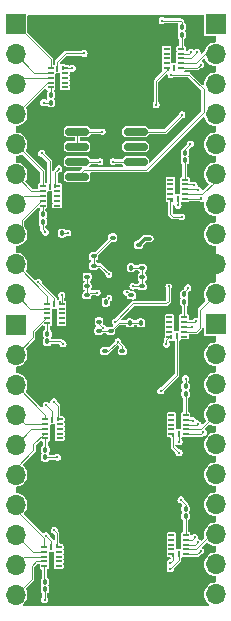
<source format=gbr>
%TF.GenerationSoftware,KiCad,Pcbnew,8.0.1*%
%TF.CreationDate,2024-10-17T14:11:07-05:00*%
%TF.ProjectId,sip-board,7369702d-626f-4617-9264-2e6b69636164,rev?*%
%TF.SameCoordinates,Original*%
%TF.FileFunction,Copper,L8,Bot*%
%TF.FilePolarity,Positive*%
%FSLAX46Y46*%
G04 Gerber Fmt 4.6, Leading zero omitted, Abs format (unit mm)*
G04 Created by KiCad (PCBNEW 8.0.1) date 2024-10-17 14:11:07*
%MOMM*%
%LPD*%
G01*
G04 APERTURE LIST*
G04 Aperture macros list*
%AMRoundRect*
0 Rectangle with rounded corners*
0 $1 Rounding radius*
0 $2 $3 $4 $5 $6 $7 $8 $9 X,Y pos of 4 corners*
0 Add a 4 corners polygon primitive as box body*
4,1,4,$2,$3,$4,$5,$6,$7,$8,$9,$2,$3,0*
0 Add four circle primitives for the rounded corners*
1,1,$1+$1,$2,$3*
1,1,$1+$1,$4,$5*
1,1,$1+$1,$6,$7*
1,1,$1+$1,$8,$9*
0 Add four rect primitives between the rounded corners*
20,1,$1+$1,$2,$3,$4,$5,0*
20,1,$1+$1,$4,$5,$6,$7,0*
20,1,$1+$1,$6,$7,$8,$9,0*
20,1,$1+$1,$8,$9,$2,$3,0*%
G04 Aperture macros list end*
%TA.AperFunction,CastellatedPad*%
%ADD10R,1.700000X1.700000*%
%TD*%
%TA.AperFunction,CastellatedPad*%
%ADD11O,1.700000X1.700000*%
%TD*%
%TA.AperFunction,ComponentPad*%
%ADD12R,1.700000X1.700000*%
%TD*%
%TA.AperFunction,ComponentPad*%
%ADD13O,1.700000X1.700000*%
%TD*%
%TA.AperFunction,SMDPad,CuDef*%
%ADD14RoundRect,0.100000X-0.100000X0.130000X-0.100000X-0.130000X0.100000X-0.130000X0.100000X0.130000X0*%
%TD*%
%TA.AperFunction,SMDPad,CuDef*%
%ADD15RoundRect,0.100000X0.100000X-0.130000X0.100000X0.130000X-0.100000X0.130000X-0.100000X-0.130000X0*%
%TD*%
%TA.AperFunction,SMDPad,CuDef*%
%ADD16RoundRect,0.100000X-0.130000X-0.100000X0.130000X-0.100000X0.130000X0.100000X-0.130000X0.100000X0*%
%TD*%
%TA.AperFunction,SMDPad,CuDef*%
%ADD17RoundRect,0.100000X0.130000X0.100000X-0.130000X0.100000X-0.130000X-0.100000X0.130000X-0.100000X0*%
%TD*%
%TA.AperFunction,SMDPad,CuDef*%
%ADD18R,0.500000X0.200000*%
%TD*%
%TA.AperFunction,SMDPad,CuDef*%
%ADD19R,0.199200X0.303200*%
%TD*%
%TA.AperFunction,SMDPad,CuDef*%
%ADD20R,0.252400X0.500000*%
%TD*%
%TA.AperFunction,SMDPad,CuDef*%
%ADD21RoundRect,0.150000X0.825000X0.150000X-0.825000X0.150000X-0.825000X-0.150000X0.825000X-0.150000X0*%
%TD*%
%TA.AperFunction,ViaPad*%
%ADD22C,0.254000*%
%TD*%
%TA.AperFunction,ViaPad*%
%ADD23C,0.300000*%
%TD*%
%TA.AperFunction,Conductor*%
%ADD24C,0.100000*%
%TD*%
%TA.AperFunction,Conductor*%
%ADD25C,0.300000*%
%TD*%
G04 APERTURE END LIST*
D10*
%TO.P,J5,1,Pin_1*%
%TO.N,A1_5V*%
X153970000Y-104800000D03*
D11*
%TO.P,J5,2,Pin_2*%
%TO.N,A2_5V*%
X153970000Y-107340000D03*
%TO.P,J5,3,Pin_3*%
%TO.N,A3_5V*%
X153970000Y-109880000D03*
%TO.P,J5,4,Pin_4*%
%TO.N,A4_5V*%
X153970000Y-112420000D03*
%TO.P,J5,5,Pin_5*%
%TO.N,A5_5V*%
X153970000Y-114960000D03*
%TO.P,J5,6,Pin_6*%
%TO.N,A6_5V*%
X153970000Y-117500000D03*
%TO.P,J5,7,Pin_7*%
%TO.N,A7_5V*%
X153970000Y-120040000D03*
%TO.P,J5,8,Pin_8*%
%TO.N,A8_5V*%
X153970000Y-122580000D03*
%TO.P,J5,9,Pin_9*%
%TO.N,A9_5V*%
X153970000Y-125120000D03*
%TO.P,J5,10,Pin_10*%
%TO.N,A10_5V*%
X153970000Y-127660000D03*
%TD*%
D10*
%TO.P,J3,1,Pin_1*%
%TO.N,+5V*%
X137000000Y-104840000D03*
D11*
%TO.P,J3,2,Pin_2*%
%TO.N,D2_5V*%
X137000000Y-107380000D03*
%TO.P,J3,3,Pin_3*%
%TO.N,D7_5V*%
X137000000Y-109920000D03*
%TO.P,J3,4,Pin_4*%
%TO.N,D0_5V*%
X137000000Y-112460000D03*
%TO.P,J3,5,Pin_5*%
%TO.N,D1_5V*%
X137000000Y-115000000D03*
%TO.P,J3,6,Pin_6*%
%TO.N,INT_5V*%
X137000000Y-117540000D03*
%TO.P,J3,7,Pin_7*%
%TO.N,NMI_5V*%
X137000000Y-120080000D03*
%TO.P,J3,8,Pin_8*%
%TO.N,HALT_5V*%
X137000000Y-122620000D03*
%TO.P,J3,9,Pin_9*%
%TO.N,MREQ_5V*%
X137000000Y-125160000D03*
%TO.P,J3,10,Pin_10*%
%TO.N,IORQ_5V*%
X137000000Y-127700000D03*
%TD*%
D10*
%TO.P,J2,1,Pin_1*%
%TO.N,A11_5V*%
X137000000Y-79405000D03*
D11*
%TO.P,J2,2,Pin_2*%
%TO.N,A12_5V*%
X137000000Y-81945000D03*
%TO.P,J2,3,Pin_3*%
%TO.N,A13_5V*%
X137000000Y-84485000D03*
%TO.P,J2,4,Pin_4*%
%TO.N,A14_5V*%
X137000000Y-87025000D03*
%TO.P,J2,5,Pin_5*%
%TO.N,A15_5V*%
X137000000Y-89565000D03*
%TO.P,J2,6,Pin_6*%
%TO.N,CLK_5V*%
X137000000Y-92105000D03*
%TO.P,J2,7,Pin_7*%
%TO.N,D4_5V*%
X137000000Y-94645000D03*
%TO.P,J2,8,Pin_8*%
%TO.N,D3_5V*%
X137000000Y-97185000D03*
%TO.P,J2,9,Pin_9*%
%TO.N,D5_5V*%
X137000000Y-99725000D03*
%TO.P,J2,10,Pin_10*%
%TO.N,D6_5V*%
X137000000Y-102265000D03*
%TD*%
D12*
%TO.P,J4,1,Pin_1*%
%TO.N,RD_5V*%
X153940000Y-79400000D03*
D13*
%TO.P,J4,2,Pin_2*%
%TO.N,WR_5V*%
X153940000Y-81940000D03*
%TO.P,J4,3,Pin_3*%
%TO.N,BUSAK_5V*%
X153940000Y-84480000D03*
%TO.P,J4,4,Pin_4*%
%TO.N,WAIT_5V*%
X153940000Y-87020000D03*
%TO.P,J4,5,Pin_5*%
%TO.N,BUSRQ_5V*%
X153940000Y-89560000D03*
%TO.P,J4,6,Pin_6*%
%TO.N,RESET_5V*%
X153940000Y-92100000D03*
%TO.P,J4,7,Pin_7*%
%TO.N,M1_5V*%
X153940000Y-94640000D03*
%TO.P,J4,8,Pin_8*%
%TO.N,RFSH_5V*%
X153940000Y-97180000D03*
%TO.P,J4,9,Pin_9*%
%TO.N,GND*%
X153940000Y-99720000D03*
%TO.P,J4,10,Pin_10*%
%TO.N,A0_5V*%
X153940000Y-102260000D03*
%TD*%
D14*
%TO.P,R13,1*%
%TO.N,+3V3*%
X151390000Y-120415000D03*
%TO.P,R13,2*%
%TO.N,Net-(U14-OE)*%
X151390000Y-121055000D03*
%TD*%
D15*
%TO.P,R4,1*%
%TO.N,+3V3*%
X139990000Y-86035000D03*
%TO.P,R4,2*%
%TO.N,Net-(U5-OE)*%
X139990000Y-85395000D03*
%TD*%
D16*
%TO.P,C21,1*%
%TO.N,+3V3*%
X147710000Y-100820000D03*
%TO.P,C21,2*%
%TO.N,GND*%
X148350000Y-100820000D03*
%TD*%
D15*
%TO.P,R7,1*%
%TO.N,+3V3*%
X139530000Y-116050000D03*
%TO.P,R7,2*%
%TO.N,Net-(U8-OE)*%
X139530000Y-115410000D03*
%TD*%
D17*
%TO.P,C32,1*%
%TO.N,+3V3*%
X143050000Y-101560000D03*
%TO.P,C32,2*%
%TO.N,GND*%
X142410000Y-101560000D03*
%TD*%
D14*
%TO.P,C9,1*%
%TO.N,+1V0*%
X144640000Y-102920000D03*
%TO.P,C9,2*%
%TO.N,GND*%
X144640000Y-103560000D03*
%TD*%
D17*
%TO.P,C8,1*%
%TO.N,+3V3*%
X144065000Y-104570000D03*
%TO.P,C8,2*%
%TO.N,GND*%
X143425000Y-104570000D03*
%TD*%
D18*
%TO.P,U11,1,VCC_A*%
%TO.N,+3V3*%
X150117000Y-94185400D03*
D19*
X150267400Y-94237000D03*
D18*
%TO.P,U11,2,A1*%
%TO.N,BUSRQ_FPGA*%
X150117000Y-93779000D03*
%TO.P,U11,3,A2*%
%TO.N,RESET_FPGA*%
X150117000Y-93372600D03*
%TO.P,U11,4,A3*%
%TO.N,M1_FPGA*%
X150117000Y-92966200D03*
%TO.P,U11,5,A4*%
%TO.N,RFSH_FPGA*%
X150117000Y-92559800D03*
D20*
%TO.P,U11,6,GND*%
%TO.N,GND*%
X150750800Y-92610600D03*
D18*
%TO.P,U11,7,OE*%
%TO.N,Net-(U11-OE)*%
X151334200Y-92559800D03*
%TO.P,U11,8,B4*%
%TO.N,RFSH_5V*%
X151334200Y-92966200D03*
%TO.P,U11,9,B3*%
%TO.N,M1_5V*%
X151334200Y-93372600D03*
%TO.P,U11,10,B2*%
%TO.N,RESET_5V*%
X151334200Y-93779000D03*
%TO.P,U11,11,B1*%
%TO.N,BUSRQ_5V*%
X151334200Y-94185400D03*
D20*
%TO.P,U11,12,VCC_B*%
%TO.N,+5V*%
X150750000Y-94160000D03*
%TD*%
D16*
%TO.P,C13,1*%
%TO.N,+3V3*%
X146050000Y-107070000D03*
%TO.P,C13,2*%
%TO.N,GND*%
X146690000Y-107070000D03*
%TD*%
D18*
%TO.P,U12,1,VCC_A*%
%TO.N,+3V3*%
X150033550Y-105838200D03*
D19*
X150183950Y-105889800D03*
D18*
%TO.P,U12,2,A1*%
%TO.N,unconnected-(U12-A1-Pad2)*%
X150033550Y-105431800D03*
%TO.P,U12,3,A2*%
%TO.N,A0_FPGA*%
X150033550Y-105025400D03*
%TO.P,U12,4,A3*%
%TO.N,A1_FPGA*%
X150033550Y-104619000D03*
%TO.P,U12,5,A4*%
%TO.N,A2_FPGA*%
X150033550Y-104212600D03*
D20*
%TO.P,U12,6,GND*%
%TO.N,GND*%
X150667350Y-104263400D03*
D18*
%TO.P,U12,7,OE*%
%TO.N,Net-(U12-OE)*%
X151250750Y-104212600D03*
%TO.P,U12,8,B4*%
%TO.N,A2_5V*%
X151250750Y-104619000D03*
%TO.P,U12,9,B3*%
%TO.N,A1_5V*%
X151250750Y-105025400D03*
%TO.P,U12,10,B2*%
%TO.N,A0_5V*%
X151250750Y-105431800D03*
%TO.P,U12,11,B1*%
%TO.N,unconnected-(U12-B1-Pad11)*%
X151250750Y-105838200D03*
D20*
%TO.P,U12,12,VCC_B*%
%TO.N,+5V*%
X150666550Y-105812800D03*
%TD*%
D17*
%TO.P,C7,1*%
%TO.N,+3V3*%
X144050000Y-105350000D03*
%TO.P,C7,2*%
%TO.N,GND*%
X143410000Y-105350000D03*
%TD*%
D18*
%TO.P,U6,1,VCC_A*%
%TO.N,+3V3*%
X140516450Y-93121800D03*
D19*
X140366050Y-93070200D03*
D18*
%TO.P,U6,2,A1*%
%TO.N,A15_FPGA*%
X140516450Y-93528200D03*
%TO.P,U6,3,A2*%
%TO.N,CLK*%
X140516450Y-93934600D03*
%TO.P,U6,4,A3*%
%TO.N,D4_FPGA*%
X140516450Y-94341000D03*
%TO.P,U6,5,A4*%
%TO.N,D3_FPGA*%
X140516450Y-94747400D03*
D20*
%TO.P,U6,6,GND*%
%TO.N,GND*%
X139882650Y-94696600D03*
D18*
%TO.P,U6,7,OE*%
%TO.N,Net-(U6-OE)*%
X139299250Y-94747400D03*
%TO.P,U6,8,B4*%
%TO.N,D3_5V*%
X139299250Y-94341000D03*
%TO.P,U6,9,B3*%
%TO.N,D4_5V*%
X139299250Y-93934600D03*
%TO.P,U6,10,B2*%
%TO.N,CLK_5V*%
X139299250Y-93528200D03*
%TO.P,U6,11,B1*%
%TO.N,A15_5V*%
X139299250Y-93121800D03*
D20*
%TO.P,U6,12,VCC_B*%
%TO.N,+5V*%
X139883450Y-93147200D03*
%TD*%
D15*
%TO.P,C25,1*%
%TO.N,+3V3*%
X146770000Y-100020000D03*
%TO.P,C25,2*%
%TO.N,GND*%
X146770000Y-99380000D03*
%TD*%
D16*
%TO.P,C20,1*%
%TO.N,+3V3*%
X147710000Y-101590000D03*
%TO.P,C20,2*%
%TO.N,GND*%
X148350000Y-101590000D03*
%TD*%
D14*
%TO.P,C14,1*%
%TO.N,+1V0*%
X140930000Y-97080000D03*
%TO.P,C14,2*%
%TO.N,GND*%
X140930000Y-97720000D03*
%TD*%
D18*
%TO.P,U7,1,VCC_A*%
%TO.N,+3V3*%
X140910000Y-103074400D03*
D19*
X140759600Y-103022800D03*
D18*
%TO.P,U7,2,A1*%
%TO.N,D5_FPGA*%
X140910000Y-103480800D03*
%TO.P,U7,3,A2*%
%TO.N,D6_FPGA*%
X140910000Y-103887200D03*
%TO.P,U7,4,A3*%
%TO.N,unconnected-(U7-A3-Pad4)*%
X140910000Y-104293600D03*
%TO.P,U7,5,A4*%
%TO.N,D2_FPGA*%
X140910000Y-104700000D03*
D20*
%TO.P,U7,6,GND*%
%TO.N,GND*%
X140276200Y-104649200D03*
D18*
%TO.P,U7,7,OE*%
%TO.N,Net-(U7-OE)*%
X139692800Y-104700000D03*
%TO.P,U7,8,B4*%
%TO.N,D2_5V*%
X139692800Y-104293600D03*
%TO.P,U7,9,B3*%
%TO.N,unconnected-(U7-B3-Pad9)*%
X139692800Y-103887200D03*
%TO.P,U7,10,B2*%
%TO.N,D6_5V*%
X139692800Y-103480800D03*
%TO.P,U7,11,B1*%
%TO.N,D5_5V*%
X139692800Y-103074400D03*
D20*
%TO.P,U7,12,VCC_B*%
%TO.N,+5V*%
X140277000Y-103099800D03*
%TD*%
D14*
%TO.P,C34,1*%
%TO.N,+3V3*%
X146680000Y-104680000D03*
%TO.P,C34,2*%
%TO.N,GND*%
X146680000Y-105320000D03*
%TD*%
D21*
%TO.P,U4,1,~{S}*%
%TO.N,CS*%
X147165000Y-88490000D03*
%TO.P,U4,2,Q*%
%TO.N,DIN*%
X147165000Y-89760000D03*
%TO.P,U4,3,~{W}*%
%TO.N,+3V3*%
X147165000Y-91030000D03*
%TO.P,U4,4,VSS*%
%TO.N,GND*%
X147165000Y-92300000D03*
%TO.P,U4,5,D*%
%TO.N,MOSI*%
X142215000Y-92300000D03*
%TO.P,U4,6,C*%
%TO.N,CCLK*%
X142215000Y-91030000D03*
%TO.P,U4,7,~{HOLD}*%
%TO.N,+3V3*%
X142215000Y-89760000D03*
%TO.P,U4,8,VCC*%
X142215000Y-88490000D03*
%TD*%
D15*
%TO.P,R6,1*%
%TO.N,+3V3*%
X139700000Y-106250000D03*
%TO.P,R6,2*%
%TO.N,Net-(U7-OE)*%
X139700000Y-105610000D03*
%TD*%
D18*
%TO.P,U13,1,VCC_A*%
%TO.N,+3V3*%
X150183550Y-114108200D03*
D19*
X150333950Y-114159800D03*
D18*
%TO.P,U13,2,A1*%
%TO.N,A3_FPGA*%
X150183550Y-113701800D03*
%TO.P,U13,3,A2*%
%TO.N,A4_FPGA*%
X150183550Y-113295400D03*
%TO.P,U13,4,A3*%
%TO.N,A5_FPGA*%
X150183550Y-112889000D03*
%TO.P,U13,5,A4*%
%TO.N,A6_FPGA*%
X150183550Y-112482600D03*
D20*
%TO.P,U13,6,GND*%
%TO.N,GND*%
X150817350Y-112533400D03*
D18*
%TO.P,U13,7,OE*%
%TO.N,Net-(U13-OE)*%
X151400750Y-112482600D03*
%TO.P,U13,8,B4*%
%TO.N,A6_5V*%
X151400750Y-112889000D03*
%TO.P,U13,9,B3*%
%TO.N,A5_5V*%
X151400750Y-113295400D03*
%TO.P,U13,10,B2*%
%TO.N,A4_5V*%
X151400750Y-113701800D03*
%TO.P,U13,11,B1*%
%TO.N,A3_5V*%
X151400750Y-114108200D03*
D20*
%TO.P,U13,12,VCC_B*%
%TO.N,+5V*%
X150816550Y-114082800D03*
%TD*%
D18*
%TO.P,U9,1,VCC_A*%
%TO.N,+3V3*%
X140666450Y-123661800D03*
D19*
X140516050Y-123610200D03*
D18*
%TO.P,U9,2,A1*%
%TO.N,NMI_FPGA*%
X140666450Y-124068200D03*
%TO.P,U9,3,A2*%
%TO.N,HALT_FPGA*%
X140666450Y-124474600D03*
%TO.P,U9,4,A3*%
%TO.N,MREQ_FPGA*%
X140666450Y-124881000D03*
%TO.P,U9,5,A4*%
%TO.N,IORQ_FPGA*%
X140666450Y-125287400D03*
D20*
%TO.P,U9,6,GND*%
%TO.N,GND*%
X140032650Y-125236600D03*
D18*
%TO.P,U9,7,OE*%
%TO.N,Net-(U9-OE)*%
X139449250Y-125287400D03*
%TO.P,U9,8,B4*%
%TO.N,IORQ_5V*%
X139449250Y-124881000D03*
%TO.P,U9,9,B3*%
%TO.N,MREQ_5V*%
X139449250Y-124474600D03*
%TO.P,U9,10,B2*%
%TO.N,HALT_5V*%
X139449250Y-124068200D03*
%TO.P,U9,11,B1*%
%TO.N,NMI_5V*%
X139449250Y-123661800D03*
D20*
%TO.P,U9,12,VCC_B*%
%TO.N,+5V*%
X140033450Y-123687200D03*
%TD*%
D18*
%TO.P,U10,1,VCC_A*%
%TO.N,+3V3*%
X149793550Y-83098200D03*
D19*
X149943950Y-83149800D03*
D18*
%TO.P,U10,2,A1*%
%TO.N,RD_FPGA*%
X149793550Y-82691800D03*
%TO.P,U10,3,A2*%
%TO.N,WR_FPGA*%
X149793550Y-82285400D03*
%TO.P,U10,4,A3*%
%TO.N,BUSAK_FPGA*%
X149793550Y-81879000D03*
%TO.P,U10,5,A4*%
%TO.N,WAIT_FPGA*%
X149793550Y-81472600D03*
D20*
%TO.P,U10,6,GND*%
%TO.N,GND*%
X150427350Y-81523400D03*
D18*
%TO.P,U10,7,OE*%
%TO.N,Net-(U10-OE)*%
X151010750Y-81472600D03*
%TO.P,U10,8,B4*%
%TO.N,WAIT_5V*%
X151010750Y-81879000D03*
%TO.P,U10,9,B3*%
%TO.N,BUSAK_5V*%
X151010750Y-82285400D03*
%TO.P,U10,10,B2*%
%TO.N,WR_5V*%
X151010750Y-82691800D03*
%TO.P,U10,11,B1*%
%TO.N,RD_5V*%
X151010750Y-83098200D03*
D20*
%TO.P,U10,12,VCC_B*%
%TO.N,+5V*%
X150426550Y-83072800D03*
%TD*%
D18*
%TO.P,U5,1,VCC_A*%
%TO.N,+3V3*%
X141180800Y-83125600D03*
D19*
X141030400Y-83074000D03*
D18*
%TO.P,U5,2,A1*%
%TO.N,A11_FPGA*%
X141180800Y-83532000D03*
%TO.P,U5,3,A2*%
%TO.N,A12_FPGA*%
X141180800Y-83938400D03*
%TO.P,U5,4,A3*%
%TO.N,A13_FPGA*%
X141180800Y-84344800D03*
%TO.P,U5,5,A4*%
%TO.N,A14_FPGA*%
X141180800Y-84751200D03*
D20*
%TO.P,U5,6,GND*%
%TO.N,GND*%
X140547000Y-84700400D03*
D18*
%TO.P,U5,7,OE*%
%TO.N,Net-(U5-OE)*%
X139963600Y-84751200D03*
%TO.P,U5,8,B4*%
%TO.N,A14_5V*%
X139963600Y-84344800D03*
%TO.P,U5,9,B3*%
%TO.N,A13_5V*%
X139963600Y-83938400D03*
%TO.P,U5,10,B2*%
%TO.N,A12_5V*%
X139963600Y-83532000D03*
%TO.P,U5,11,B1*%
%TO.N,A11_5V*%
X139963600Y-83125600D03*
D20*
%TO.P,U5,12,VCC_B*%
%TO.N,+5V*%
X140547800Y-83151000D03*
%TD*%
D14*
%TO.P,R9,1*%
%TO.N,+3V3*%
X151070000Y-79645000D03*
%TO.P,R9,2*%
%TO.N,Net-(U10-OE)*%
X151070000Y-80285000D03*
%TD*%
%TO.P,R10,1*%
%TO.N,+3V3*%
X151350000Y-90265000D03*
%TO.P,R10,2*%
%TO.N,Net-(U11-OE)*%
X151350000Y-90905000D03*
%TD*%
D17*
%TO.P,C10,1*%
%TO.N,+3V3*%
X144550000Y-107070000D03*
%TO.P,C10,2*%
%TO.N,GND*%
X143910000Y-107070000D03*
%TD*%
%TO.P,C28,1*%
%TO.N,+1V8*%
X143620000Y-99840000D03*
%TO.P,C28,2*%
%TO.N,GND*%
X142980000Y-99840000D03*
%TD*%
D18*
%TO.P,U8,1,VCC_A*%
%TO.N,+3V3*%
X140746450Y-112841800D03*
D19*
X140596050Y-112790200D03*
D18*
%TO.P,U8,2,A1*%
%TO.N,D7_FPGA*%
X140746450Y-113248200D03*
%TO.P,U8,3,A2*%
%TO.N,D0_FPGA*%
X140746450Y-113654600D03*
%TO.P,U8,4,A3*%
%TO.N,D1_FPGA*%
X140746450Y-114061000D03*
%TO.P,U8,5,A4*%
%TO.N,INT_FPGA*%
X140746450Y-114467400D03*
D20*
%TO.P,U8,6,GND*%
%TO.N,GND*%
X140112650Y-114416600D03*
D18*
%TO.P,U8,7,OE*%
%TO.N,Net-(U8-OE)*%
X139529250Y-114467400D03*
%TO.P,U8,8,B4*%
%TO.N,INT_5V*%
X139529250Y-114061000D03*
%TO.P,U8,9,B3*%
%TO.N,D1_5V*%
X139529250Y-113654600D03*
%TO.P,U8,10,B2*%
%TO.N,D0_5V*%
X139529250Y-113248200D03*
%TO.P,U8,11,B1*%
%TO.N,D7_5V*%
X139529250Y-112841800D03*
D20*
%TO.P,U8,12,VCC_B*%
%TO.N,+5V*%
X140113450Y-112867200D03*
%TD*%
D17*
%TO.P,C30,1*%
%TO.N,+1V8*%
X143620000Y-99040000D03*
%TO.P,C30,2*%
%TO.N,GND*%
X142980000Y-99040000D03*
%TD*%
D15*
%TO.P,R8,1*%
%TO.N,+3V3*%
X139480000Y-127220000D03*
%TO.P,R8,2*%
%TO.N,Net-(U9-OE)*%
X139480000Y-126580000D03*
%TD*%
D18*
%TO.P,U14,1,VCC_A*%
%TO.N,+3V3*%
X150183550Y-124268200D03*
D19*
X150333950Y-124319800D03*
D18*
%TO.P,U14,2,A1*%
%TO.N,A7_FPGA*%
X150183550Y-123861800D03*
%TO.P,U14,3,A2*%
%TO.N,A8_FPGA*%
X150183550Y-123455400D03*
%TO.P,U14,4,A3*%
%TO.N,A9_FPGA*%
X150183550Y-123049000D03*
%TO.P,U14,5,A4*%
%TO.N,A10_FPGA*%
X150183550Y-122642600D03*
D20*
%TO.P,U14,6,GND*%
%TO.N,GND*%
X150817350Y-122693400D03*
D18*
%TO.P,U14,7,OE*%
%TO.N,Net-(U14-OE)*%
X151400750Y-122642600D03*
%TO.P,U14,8,B4*%
%TO.N,A10_5V*%
X151400750Y-123049000D03*
%TO.P,U14,9,B3*%
%TO.N,A9_5V*%
X151400750Y-123455400D03*
%TO.P,U14,10,B2*%
%TO.N,A8_5V*%
X151400750Y-123861800D03*
%TO.P,U14,11,B1*%
%TO.N,A7_5V*%
X151400750Y-124268200D03*
D20*
%TO.P,U14,12,VCC_B*%
%TO.N,+5V*%
X150816550Y-124242800D03*
%TD*%
D17*
%TO.P,C31,1*%
%TO.N,+3V3*%
X143045000Y-102350000D03*
%TO.P,C31,2*%
%TO.N,GND*%
X142405000Y-102350000D03*
%TD*%
D15*
%TO.P,R5,1*%
%TO.N,+3V3*%
X139300000Y-96125000D03*
%TO.P,R5,2*%
%TO.N,Net-(U6-OE)*%
X139300000Y-95485000D03*
%TD*%
D16*
%TO.P,C24,1*%
%TO.N,+1V8*%
X145225000Y-97460000D03*
%TO.P,C24,2*%
%TO.N,GND*%
X145865000Y-97460000D03*
%TD*%
D14*
%TO.P,R11,1*%
%TO.N,+3V3*%
X151280000Y-102265000D03*
%TO.P,R11,2*%
%TO.N,Net-(U12-OE)*%
X151280000Y-102905000D03*
%TD*%
D16*
%TO.P,C12,1*%
%TO.N,+1V0*%
X146800000Y-102350000D03*
%TO.P,C12,2*%
%TO.N,GND*%
X147440000Y-102350000D03*
%TD*%
%TO.P,C22,1*%
%TO.N,+3V3*%
X147720000Y-100030000D03*
%TO.P,C22,2*%
%TO.N,GND*%
X148360000Y-100030000D03*
%TD*%
D14*
%TO.P,C15,1*%
%TO.N,+3V3*%
X147600000Y-104680000D03*
%TO.P,C15,2*%
%TO.N,GND*%
X147600000Y-105320000D03*
%TD*%
D17*
%TO.P,C33,1*%
%TO.N,+3V3*%
X143050000Y-100780000D03*
%TO.P,C33,2*%
%TO.N,GND*%
X142410000Y-100780000D03*
%TD*%
%TO.P,C35,1*%
%TO.N,+3V3*%
X147420000Y-98050000D03*
%TO.P,C35,2*%
%TO.N,GND*%
X146780000Y-98050000D03*
%TD*%
D16*
%TO.P,C23,1*%
%TO.N,+3V3*%
X145040000Y-105370000D03*
%TO.P,C23,2*%
%TO.N,GND*%
X145680000Y-105370000D03*
%TD*%
D14*
%TO.P,R12,1*%
%TO.N,+3V3*%
X151390000Y-110050000D03*
%TO.P,R12,2*%
%TO.N,Net-(U13-OE)*%
X151390000Y-110690000D03*
%TD*%
D22*
%TO.N,+1V0*%
X146400000Y-102110000D03*
X144920000Y-102590000D03*
X141440000Y-97080000D03*
%TO.N,GND*%
X150400000Y-106500000D03*
X150530000Y-95300000D03*
X146760000Y-114750000D03*
X141770000Y-101850000D03*
X147160000Y-98930000D03*
X149060000Y-105850000D03*
X142160000Y-98920000D03*
X149040000Y-103850000D03*
D23*
X148690000Y-87960000D03*
D22*
X149240000Y-114750000D03*
X141770000Y-104350000D03*
D23*
X137750000Y-88290000D03*
D22*
X144160000Y-106240000D03*
D23*
X147880000Y-82870000D03*
X148690000Y-89720000D03*
D22*
X149920000Y-111060000D03*
D23*
X152400000Y-83570000D03*
D22*
X144660000Y-98960000D03*
X140700000Y-85980000D03*
D23*
X137670000Y-90870000D03*
D22*
X141770000Y-105850000D03*
X146740000Y-94550000D03*
X145160000Y-106240000D03*
X144130000Y-114750000D03*
X143040000Y-94560000D03*
X149020000Y-99350000D03*
X149000000Y-101350000D03*
X146160000Y-106230000D03*
D23*
X151140000Y-86450000D03*
%TO.N,+5V*%
X139220000Y-90330000D03*
X138940000Y-101250000D03*
X150760000Y-94720000D03*
X142800000Y-81870000D03*
X150090000Y-125500000D03*
X139590000Y-122720000D03*
X150830000Y-114740000D03*
X139590000Y-111660000D03*
X149300000Y-110440000D03*
X150430000Y-83100000D03*
D22*
%TO.N,+1V8*%
X144910000Y-100580000D03*
%TO.N,MOSI*%
X145410000Y-104600000D03*
X150150000Y-83680000D03*
X149960000Y-101600000D03*
%TO.N,DIN*%
X147165000Y-89760000D03*
%TO.N,CS*%
X151100000Y-87050000D03*
%TO.N,CCLK*%
X144150000Y-91030000D03*
D23*
%TO.N,WAIT_5V*%
X151830000Y-81760000D03*
%TO.N,RFSH_5V*%
X152110000Y-93040000D03*
%TO.N,BUSAK_5V*%
X152370000Y-81790000D03*
%TO.N,RD_5V*%
X152670000Y-82820000D03*
%TO.N,M1_5V*%
X152470000Y-93450000D03*
%TO.N,BUSRQ_5V*%
X152740000Y-94150000D03*
%TO.N,A2_5V*%
X152257022Y-104550000D03*
%TO.N,A10_5V*%
X152160000Y-122810000D03*
%TO.N,A3_5V*%
X152880000Y-113960000D03*
%TO.N,A6_5V*%
X152000000Y-112970000D03*
%TO.N,A9_5V*%
X152420000Y-123260000D03*
%TO.N,A5_5V*%
X152420000Y-113230000D03*
%TO.N,A1_5V*%
X151930000Y-105020000D03*
%TO.N,A7_5V*%
X152670000Y-123990000D03*
D22*
%TO.N,+3V3*%
X143920000Y-102120000D03*
X146920000Y-101590000D03*
D23*
X149760000Y-106470000D03*
D22*
X145660000Y-106260000D03*
X144410000Y-105100000D03*
X148380000Y-97550000D03*
D23*
X141010000Y-106460000D03*
X139470000Y-128130000D03*
X149410000Y-79090000D03*
X140530000Y-116070000D03*
X140660000Y-91640000D03*
D22*
X145250000Y-91020000D03*
D23*
X140240000Y-111370000D03*
X148900000Y-86210000D03*
X141800000Y-83130000D03*
X151390000Y-109400000D03*
X151060000Y-95700000D03*
X151590000Y-101730000D03*
D22*
X144350000Y-88480000D03*
D23*
X150090000Y-125010000D03*
X151000000Y-119670000D03*
X139520000Y-96990000D03*
X140280000Y-122250000D03*
X140910000Y-102340000D03*
X151800000Y-89520000D03*
X150840000Y-115670000D03*
X139390000Y-86030000D03*
%TD*%
D24*
%TO.N,+1V0*%
X144640000Y-102870000D02*
X144920000Y-102590000D01*
X144640000Y-102920000D02*
X144640000Y-102870000D01*
X146400000Y-102110000D02*
X146560000Y-102110000D01*
X140930000Y-97080000D02*
X141440000Y-97080000D01*
X146560000Y-102110000D02*
X146800000Y-102350000D01*
%TO.N,GND*%
X147600000Y-105320000D02*
X148530000Y-105320000D01*
X148530000Y-105320000D02*
X149060000Y-105850000D01*
%TO.N,+5V*%
X140113450Y-112183450D02*
X139590000Y-111660000D01*
X139883450Y-93147200D02*
X139883450Y-90993450D01*
X141240000Y-81870000D02*
X142800000Y-81870000D01*
X140033450Y-123163450D02*
X139590000Y-122720000D01*
X150750000Y-94160000D02*
X150750000Y-94710000D01*
X150666550Y-109073450D02*
X149300000Y-110440000D01*
X150666550Y-105812800D02*
X150666550Y-109073450D01*
X150750000Y-94710000D02*
X150760000Y-94720000D01*
X140113450Y-112867200D02*
X140113450Y-112183450D01*
X140547800Y-83151000D02*
X140547800Y-82562200D01*
X140547800Y-82562200D02*
X141240000Y-81870000D01*
X140277000Y-102587000D02*
X138940000Y-101250000D01*
X150426550Y-83096550D02*
X150430000Y-83100000D01*
X140277000Y-103099800D02*
X140277000Y-102587000D01*
X150816550Y-124773450D02*
X150090000Y-125500000D01*
X150816550Y-124242800D02*
X150816550Y-124773450D01*
X150426550Y-83072800D02*
X150426550Y-83096550D01*
X140033450Y-123687200D02*
X140033450Y-123163450D01*
X139883450Y-90993450D02*
X139220000Y-90330000D01*
X150816550Y-114726550D02*
X150830000Y-114740000D01*
X150816550Y-114082800D02*
X150816550Y-114726550D01*
%TO.N,+1V8*%
X143620000Y-99840000D02*
X143620000Y-99040000D01*
X144910000Y-100580000D02*
X144170000Y-99840000D01*
X144170000Y-99840000D02*
X143620000Y-99840000D01*
X145225000Y-97460000D02*
X145200000Y-97460000D01*
X145200000Y-97460000D02*
X143620000Y-99040000D01*
%TO.N,MOSI*%
X146980000Y-103030000D02*
X149760000Y-103030000D01*
X152930000Y-86860000D02*
X152930000Y-84920000D01*
X149960000Y-102830000D02*
X149960000Y-102140000D01*
X148070000Y-91720000D02*
X152930000Y-86860000D01*
X149760000Y-103030000D02*
X149960000Y-102830000D01*
X152930000Y-84920000D02*
X151690000Y-83680000D01*
X142795000Y-91720000D02*
X148070000Y-91720000D01*
X149960000Y-102140000D02*
X149960000Y-101600000D01*
X145410000Y-104600000D02*
X146980000Y-103030000D01*
X151690000Y-83680000D02*
X150150000Y-83680000D01*
X142215000Y-92300000D02*
X142795000Y-91720000D01*
%TO.N,CS*%
X147165000Y-88490000D02*
X149660000Y-88490000D01*
X149660000Y-88490000D02*
X151100000Y-87050000D01*
%TO.N,CCLK*%
X142215000Y-91030000D02*
X144150000Y-91030000D01*
%TO.N,A12_5V*%
X139963600Y-83532000D02*
X138587000Y-83532000D01*
X138587000Y-83532000D02*
X137000000Y-81945000D01*
%TO.N,A15_5V*%
X139299250Y-93121800D02*
X139299250Y-91864250D01*
X139299250Y-91864250D02*
X137000000Y-89565000D01*
%TO.N,A11_5V*%
X139963600Y-83125600D02*
X139963600Y-82368600D01*
X139963600Y-82368600D02*
X137000000Y-79405000D01*
%TO.N,D5_5V*%
X139692800Y-103074400D02*
X139692800Y-102367800D01*
X139692800Y-102367800D02*
X137050000Y-99725000D01*
%TO.N,D6_5V*%
X138215800Y-103480800D02*
X139692800Y-103480800D01*
X137000000Y-102265000D02*
X138215800Y-103480800D01*
%TO.N,CLK_5V*%
X137000000Y-92185350D02*
X138342850Y-93528200D01*
X137000000Y-92105000D02*
X137000000Y-92185350D01*
X138342850Y-93528200D02*
X139299250Y-93528200D01*
%TO.N,A14_5V*%
X139963600Y-84344800D02*
X139680200Y-84344800D01*
X139680200Y-84344800D02*
X137000000Y-87025000D01*
%TO.N,D4_5V*%
X137000000Y-94645000D02*
X137710400Y-93934600D01*
X137710400Y-93934600D02*
X139299250Y-93934600D01*
%TO.N,D3_5V*%
X137540000Y-96645000D02*
X137000000Y-97185000D01*
X139149250Y-94341000D02*
X137540000Y-95950250D01*
X139299250Y-94341000D02*
X139149250Y-94341000D01*
X137540000Y-95950250D02*
X137540000Y-96645000D01*
%TO.N,A13_5V*%
X137546600Y-83938400D02*
X137000000Y-84485000D01*
X139963600Y-83938400D02*
X137546600Y-83938400D01*
%TO.N,HALT_5V*%
X138448200Y-124068200D02*
X137000000Y-122620000D01*
X139449250Y-124068200D02*
X138448200Y-124068200D01*
%TO.N,NMI_5V*%
X137000000Y-120483554D02*
X137000000Y-120080000D01*
X139449250Y-123661800D02*
X139449250Y-122932804D01*
X139449250Y-122932804D02*
X137000000Y-120483554D01*
%TO.N,D0_5V*%
X139529250Y-113248200D02*
X137788200Y-113248200D01*
X137788200Y-113248200D02*
X137000000Y-112460000D01*
%TO.N,D7_5V*%
X139529250Y-112841800D02*
X139529250Y-112449250D01*
X139529250Y-112449250D02*
X137000000Y-109920000D01*
%TO.N,INT_5V*%
X139529250Y-114061000D02*
X139385650Y-114061000D01*
X139385650Y-114061000D02*
X138510000Y-114936650D01*
X138510000Y-115470000D02*
X137050000Y-116930000D01*
X138510000Y-114936650D02*
X138510000Y-115470000D01*
X137050000Y-116930000D02*
X137050000Y-117540000D01*
%TO.N,IORQ_5V*%
X139449250Y-124881000D02*
X138749000Y-124881000D01*
X138370000Y-125260000D02*
X138370000Y-126330000D01*
X138749000Y-124881000D02*
X138370000Y-125260000D01*
X138370000Y-126330000D02*
X137000000Y-127700000D01*
%TO.N,MREQ_5V*%
X137685400Y-124474600D02*
X137000000Y-125160000D01*
X139449250Y-124474600D02*
X137685400Y-124474600D01*
%TO.N,D1_5V*%
X139529250Y-113654600D02*
X138345400Y-113654600D01*
X138345400Y-113654600D02*
X137000000Y-115000000D01*
%TO.N,D2_5V*%
X139542800Y-104293600D02*
X138470000Y-105366400D01*
X138470000Y-105366400D02*
X138470000Y-105910000D01*
X139692800Y-104293600D02*
X139542800Y-104293600D01*
X138470000Y-105910000D02*
X137000000Y-107380000D01*
%TO.N,WAIT_5V*%
X151711000Y-81879000D02*
X151830000Y-81760000D01*
X151010750Y-81879000D02*
X151711000Y-81879000D01*
%TO.N,RFSH_5V*%
X152036200Y-92966200D02*
X152110000Y-93040000D01*
X151334200Y-92966200D02*
X152036200Y-92966200D01*
%TO.N,WR_5V*%
X151010750Y-82691800D02*
X152258200Y-82691800D01*
X152258200Y-82691800D02*
X153010000Y-81940000D01*
X153010000Y-81940000D02*
X153940000Y-81940000D01*
%TO.N,BUSAK_5V*%
X151874600Y-82285400D02*
X152370000Y-81790000D01*
X151010750Y-82285400D02*
X151874600Y-82285400D01*
%TO.N,A0_5V*%
X152630000Y-103570000D02*
X153940000Y-102260000D01*
X151250750Y-105431800D02*
X152308200Y-105431800D01*
X152308200Y-105431800D02*
X152630000Y-105110000D01*
X152630000Y-105110000D02*
X152630000Y-103570000D01*
%TO.N,RD_5V*%
X151010750Y-83098200D02*
X152391800Y-83098200D01*
X152391800Y-83098200D02*
X152670000Y-82820000D01*
%TO.N,M1_5V*%
X152392600Y-93372600D02*
X152470000Y-93450000D01*
X151334200Y-93372600D02*
X152392600Y-93372600D01*
%TO.N,RESET_5V*%
X153940000Y-92650000D02*
X153940000Y-92100000D01*
X152811000Y-93779000D02*
X153940000Y-92650000D01*
X151334200Y-93779000D02*
X152811000Y-93779000D01*
%TO.N,BUSRQ_5V*%
X152704600Y-94185400D02*
X152740000Y-94150000D01*
X151334200Y-94185400D02*
X152704600Y-94185400D01*
%TO.N,A4_5V*%
X152688200Y-113701800D02*
X153970000Y-112420000D01*
X151400750Y-113701800D02*
X152688200Y-113701800D01*
%TO.N,A2_5V*%
X151250750Y-104619000D02*
X152188022Y-104619000D01*
X152188022Y-104619000D02*
X152257022Y-104550000D01*
%TO.N,A10_5V*%
X151400750Y-123049000D02*
X151921000Y-123049000D01*
X151921000Y-123049000D02*
X152160000Y-122810000D01*
%TO.N,A3_5V*%
X152731800Y-114108200D02*
X152880000Y-113960000D01*
X151400750Y-114108200D02*
X152731800Y-114108200D01*
%TO.N,A6_5V*%
X151919000Y-112889000D02*
X152000000Y-112970000D01*
X151400750Y-112889000D02*
X151919000Y-112889000D01*
%TO.N,A9_5V*%
X151400750Y-123455400D02*
X152224600Y-123455400D01*
X152224600Y-123455400D02*
X152420000Y-123260000D01*
%TO.N,A8_5V*%
X151400750Y-123861800D02*
X152288200Y-123861800D01*
X152288200Y-123861800D02*
X153570000Y-122580000D01*
X153570000Y-122580000D02*
X153970000Y-122580000D01*
%TO.N,A5_5V*%
X151400750Y-113295400D02*
X152354600Y-113295400D01*
X152354600Y-113295400D02*
X152420000Y-113230000D01*
%TO.N,A1_5V*%
X151924600Y-105025400D02*
X151930000Y-105020000D01*
X151250750Y-105025400D02*
X151924600Y-105025400D01*
%TO.N,A7_5V*%
X151400750Y-124268200D02*
X152391800Y-124268200D01*
X152391800Y-124268200D02*
X152670000Y-123990000D01*
D25*
%TO.N,+3V3*%
X147920000Y-97550000D02*
X148380000Y-97550000D01*
D24*
X140596050Y-112790200D02*
X140596050Y-111726050D01*
X140596050Y-111726050D02*
X140240000Y-111370000D01*
X139990000Y-86035000D02*
X139395000Y-86035000D01*
X139395000Y-86035000D02*
X139390000Y-86030000D01*
X150360000Y-95700000D02*
X151060000Y-95700000D01*
X150980000Y-79100000D02*
X149420000Y-79100000D01*
X140910000Y-103074400D02*
X140910000Y-102340000D01*
X147710000Y-100020000D02*
X147720000Y-100030000D01*
X150333950Y-115163950D02*
X150840000Y-115670000D01*
X144300000Y-105100000D02*
X144050000Y-105350000D01*
X149760000Y-106111750D02*
X150033550Y-105838200D01*
X144850000Y-107070000D02*
X144550000Y-107070000D01*
X147165000Y-91030000D02*
X145260000Y-91030000D01*
X150333950Y-124319800D02*
X150333950Y-124766050D01*
X139700000Y-106250000D02*
X140800000Y-106250000D01*
X150117000Y-95457000D02*
X150360000Y-95700000D01*
X151350000Y-90265000D02*
X151350000Y-89970000D01*
X149760000Y-106470000D02*
X149760000Y-106111750D01*
X147710000Y-101590000D02*
X147710000Y-100820000D01*
X150333950Y-114159800D02*
X150333950Y-115163950D01*
X146770000Y-100020000D02*
X147710000Y-100020000D01*
X144410000Y-105100000D02*
X144300000Y-105100000D01*
X140516050Y-122486050D02*
X140280000Y-122250000D01*
X140366050Y-93070200D02*
X140366050Y-91933950D01*
X139300000Y-96770000D02*
X139520000Y-96990000D01*
X142215000Y-89760000D02*
X142215000Y-88490000D01*
X139530000Y-116050000D02*
X140510000Y-116050000D01*
X147720000Y-100810000D02*
X147710000Y-100820000D01*
X143275000Y-102120000D02*
X143045000Y-102350000D01*
X145660000Y-106260000D02*
X144850000Y-107070000D01*
X145040000Y-105370000D02*
X144070000Y-105370000D01*
X144065000Y-104755000D02*
X144410000Y-105100000D01*
X140516050Y-123610200D02*
X140516050Y-122486050D01*
X146680000Y-104680000D02*
X145730000Y-104680000D01*
X147720000Y-100030000D02*
X147720000Y-100810000D01*
X140800000Y-106250000D02*
X141010000Y-106460000D01*
X140366050Y-91933950D02*
X140660000Y-91640000D01*
X144065000Y-104570000D02*
X144065000Y-104755000D01*
X149943950Y-83149800D02*
X148900000Y-84193750D01*
X151390000Y-120415000D02*
X151390000Y-120060000D01*
X144070000Y-105370000D02*
X144050000Y-105350000D01*
X139480000Y-127220000D02*
X139480000Y-128120000D01*
X141180800Y-83125600D02*
X141795600Y-83125600D01*
X151390000Y-120060000D02*
X151000000Y-119670000D01*
X143050000Y-100780000D02*
X143050000Y-101560000D01*
X151280000Y-102040000D02*
X151590000Y-101730000D01*
X146050000Y-106650000D02*
X145660000Y-106260000D01*
X148900000Y-84193750D02*
X148900000Y-86210000D01*
X150333950Y-124766050D02*
X150090000Y-125010000D01*
X142215000Y-88490000D02*
X144340000Y-88490000D01*
X151390000Y-110050000D02*
X151390000Y-109400000D01*
X141795600Y-83125600D02*
X141800000Y-83130000D01*
X150117000Y-94185400D02*
X150117000Y-95457000D01*
X151280000Y-102265000D02*
X151280000Y-102040000D01*
X146920000Y-101590000D02*
X147710000Y-101590000D01*
X143050000Y-101560000D02*
X143050000Y-102345000D01*
X139480000Y-128120000D02*
X139470000Y-128130000D01*
X151070000Y-79645000D02*
X151070000Y-79190000D01*
X151350000Y-89970000D02*
X151800000Y-89520000D01*
D25*
X147420000Y-98050000D02*
X147920000Y-97550000D01*
D24*
X139300000Y-96125000D02*
X139300000Y-96770000D01*
X146050000Y-107070000D02*
X146050000Y-106650000D01*
X140510000Y-116050000D02*
X140530000Y-116070000D01*
X145260000Y-91030000D02*
X145250000Y-91020000D01*
X147600000Y-104680000D02*
X146680000Y-104680000D01*
X143050000Y-102345000D02*
X143045000Y-102350000D01*
X149420000Y-79100000D02*
X149410000Y-79090000D01*
X144340000Y-88490000D02*
X144350000Y-88480000D01*
X151070000Y-79190000D02*
X150980000Y-79100000D01*
X145730000Y-104680000D02*
X145040000Y-105370000D01*
X143920000Y-102120000D02*
X143275000Y-102120000D01*
%TO.N,Net-(U5-OE)*%
X139963600Y-84751200D02*
X139963600Y-85368600D01*
X139963600Y-85368600D02*
X139990000Y-85395000D01*
%TO.N,Net-(U6-OE)*%
X139299250Y-94747400D02*
X139299250Y-95484250D01*
X139299250Y-95484250D02*
X139300000Y-95485000D01*
%TO.N,Net-(U7-OE)*%
X139700000Y-105610000D02*
X139700000Y-104707200D01*
X139700000Y-104707200D02*
X139692800Y-104700000D01*
%TO.N,Net-(U8-OE)*%
X139530000Y-115410000D02*
X139530000Y-114468150D01*
X139530000Y-114468150D02*
X139529250Y-114467400D01*
%TO.N,Net-(U9-OE)*%
X139449250Y-126549250D02*
X139480000Y-126580000D01*
X139449250Y-125287400D02*
X139449250Y-126549250D01*
%TO.N,Net-(U10-OE)*%
X151070000Y-81413350D02*
X151010750Y-81472600D01*
X151070000Y-80285000D02*
X151070000Y-81413350D01*
%TO.N,Net-(U11-OE)*%
X151334200Y-90920800D02*
X151350000Y-90905000D01*
X151334200Y-92559800D02*
X151334200Y-90920800D01*
%TO.N,Net-(U12-OE)*%
X151280000Y-102905000D02*
X151280000Y-104183350D01*
X151280000Y-104183350D02*
X151250750Y-104212600D01*
%TO.N,Net-(U13-OE)*%
X151390000Y-110690000D02*
X151390000Y-112471850D01*
X151390000Y-112471850D02*
X151400750Y-112482600D01*
%TO.N,Net-(U14-OE)*%
X151390000Y-121055000D02*
X151390000Y-122631850D01*
X151390000Y-122631850D02*
X151400750Y-122642600D01*
%TD*%
%TA.AperFunction,Conductor*%
%TO.N,GND*%
G36*
X152917826Y-78641674D02*
G01*
X152939500Y-78694000D01*
X152939500Y-80264820D01*
X152948233Y-80308722D01*
X152981496Y-80358504D01*
X153031278Y-80391767D01*
X153075180Y-80400500D01*
X153075181Y-80400500D01*
X153926000Y-80400500D01*
X153978326Y-80422174D01*
X154000000Y-80474500D01*
X154000000Y-80861679D01*
X153978326Y-80914005D01*
X153933254Y-80935323D01*
X153743866Y-80953976D01*
X153555268Y-81011187D01*
X153381463Y-81104089D01*
X153229117Y-81229117D01*
X153104089Y-81381463D01*
X153011187Y-81555270D01*
X153011185Y-81555273D01*
X152963330Y-81713026D01*
X152927400Y-81756807D01*
X152920839Y-81759910D01*
X152896429Y-81770021D01*
X152797996Y-81868454D01*
X152745670Y-81890128D01*
X152693344Y-81868454D01*
X152671670Y-81816128D01*
X152672795Y-81803276D01*
X152675136Y-81790001D01*
X152656734Y-81685637D01*
X152603747Y-81593860D01*
X152522570Y-81525745D01*
X152522567Y-81525743D01*
X152422988Y-81489500D01*
X152422986Y-81489500D01*
X152317014Y-81489500D01*
X152317011Y-81489500D01*
X152217432Y-81525743D01*
X152165164Y-81569601D01*
X152111148Y-81586631D01*
X152070738Y-81565602D01*
X152068708Y-81568023D01*
X151982570Y-81495745D01*
X151982567Y-81495743D01*
X151882988Y-81459500D01*
X151882986Y-81459500D01*
X151777014Y-81459500D01*
X151777011Y-81459500D01*
X151677432Y-81495743D01*
X151677429Y-81495745D01*
X151596252Y-81563860D01*
X151551428Y-81641500D01*
X151506495Y-81675978D01*
X151487342Y-81678500D01*
X151483302Y-81678500D01*
X151430976Y-81656826D01*
X151409302Y-81604500D01*
X151410724Y-81590062D01*
X151411250Y-81587420D01*
X151411250Y-81357780D01*
X151402517Y-81313878D01*
X151369254Y-81264096D01*
X151319472Y-81230833D01*
X151319471Y-81230832D01*
X151319470Y-81230832D01*
X151316182Y-81229470D01*
X151313664Y-81226953D01*
X151313412Y-81226784D01*
X151313445Y-81226733D01*
X151276133Y-81189422D01*
X151270500Y-81161103D01*
X151270500Y-80688675D01*
X151292174Y-80636349D01*
X151303382Y-80627150D01*
X151350601Y-80595601D01*
X151405966Y-80512740D01*
X151420500Y-80439674D01*
X151420500Y-80130326D01*
X151405966Y-80057260D01*
X151371789Y-80006110D01*
X151360741Y-79950563D01*
X151371790Y-79923889D01*
X151405966Y-79872740D01*
X151420500Y-79799674D01*
X151420500Y-79490326D01*
X151405966Y-79417260D01*
X151350601Y-79334399D01*
X151332305Y-79322174D01*
X151303388Y-79302852D01*
X151271922Y-79255760D01*
X151270500Y-79241323D01*
X151270500Y-79150118D01*
X151270499Y-79150116D01*
X151239977Y-79076428D01*
X151239975Y-79076425D01*
X151093575Y-78930025D01*
X151093571Y-78930022D01*
X151019882Y-78899500D01*
X149677401Y-78899500D01*
X149629835Y-78882187D01*
X149562570Y-78825745D01*
X149562567Y-78825743D01*
X149462988Y-78789500D01*
X149462986Y-78789500D01*
X149357014Y-78789500D01*
X149357011Y-78789500D01*
X149257432Y-78825743D01*
X149257429Y-78825745D01*
X149176252Y-78893860D01*
X149123265Y-78985637D01*
X149104864Y-79090000D01*
X149123265Y-79194362D01*
X149176252Y-79286139D01*
X149257429Y-79354254D01*
X149257432Y-79354256D01*
X149357011Y-79390499D01*
X149357012Y-79390500D01*
X149357014Y-79390500D01*
X149462988Y-79390500D01*
X149462988Y-79390499D01*
X149562568Y-79354256D01*
X149606000Y-79317812D01*
X149653565Y-79300500D01*
X150673606Y-79300500D01*
X150725932Y-79322174D01*
X150747606Y-79374500D01*
X150736694Y-79410472D01*
X150736823Y-79410526D01*
X150736281Y-79411832D01*
X150735136Y-79415610D01*
X150734034Y-79417258D01*
X150719500Y-79490327D01*
X150719500Y-79799672D01*
X150734034Y-79872741D01*
X150768209Y-79923889D01*
X150779258Y-79979438D01*
X150768209Y-80006111D01*
X150734034Y-80057258D01*
X150734034Y-80057260D01*
X150719500Y-80130326D01*
X150719500Y-80439674D01*
X150734034Y-80512740D01*
X150789399Y-80595601D01*
X150836612Y-80627146D01*
X150868078Y-80674237D01*
X150869500Y-80688675D01*
X150869500Y-81148100D01*
X150847826Y-81200426D01*
X150795500Y-81222100D01*
X150745930Y-81222100D01*
X150723979Y-81226466D01*
X150702027Y-81230833D01*
X150652246Y-81264095D01*
X150652245Y-81264096D01*
X150618983Y-81313877D01*
X150618983Y-81313878D01*
X150610250Y-81357780D01*
X150610250Y-81587420D01*
X150618983Y-81631322D01*
X150618984Y-81631323D01*
X150621233Y-81634689D01*
X150632281Y-81690238D01*
X150621233Y-81716909D01*
X150618983Y-81720278D01*
X150610250Y-81764180D01*
X150610250Y-81993820D01*
X150618983Y-82037722D01*
X150618984Y-82037723D01*
X150621233Y-82041089D01*
X150632281Y-82096638D01*
X150621233Y-82123309D01*
X150618983Y-82126678D01*
X150610250Y-82170580D01*
X150610250Y-82400220D01*
X150618983Y-82444122D01*
X150618984Y-82444123D01*
X150621233Y-82447489D01*
X150632281Y-82503038D01*
X150621233Y-82529711D01*
X150618983Y-82533078D01*
X150610250Y-82576980D01*
X150610250Y-82598300D01*
X150588576Y-82650626D01*
X150536250Y-82672300D01*
X150285530Y-82672300D01*
X150282482Y-82672906D01*
X150226934Y-82661853D01*
X150195471Y-82614759D01*
X150194050Y-82600327D01*
X150194050Y-82576980D01*
X150189826Y-82555745D01*
X150185317Y-82533078D01*
X150185316Y-82533076D01*
X150183070Y-82529714D01*
X150172018Y-82474166D01*
X150183070Y-82447486D01*
X150185316Y-82444123D01*
X150185315Y-82444123D01*
X150185317Y-82444122D01*
X150194050Y-82400220D01*
X150194050Y-82170580D01*
X150185317Y-82126678D01*
X150185316Y-82126676D01*
X150183070Y-82123314D01*
X150172018Y-82067766D01*
X150183070Y-82041086D01*
X150185316Y-82037723D01*
X150185315Y-82037723D01*
X150185317Y-82037722D01*
X150194050Y-81993820D01*
X150194050Y-81764180D01*
X150185317Y-81720278D01*
X150185316Y-81720276D01*
X150183070Y-81716914D01*
X150172018Y-81661366D01*
X150183070Y-81634686D01*
X150185316Y-81631323D01*
X150185315Y-81631323D01*
X150185317Y-81631322D01*
X150194050Y-81587420D01*
X150194050Y-81357780D01*
X150185317Y-81313878D01*
X150152054Y-81264096D01*
X150102272Y-81230833D01*
X150058370Y-81222100D01*
X149528730Y-81222100D01*
X149506779Y-81226466D01*
X149484827Y-81230833D01*
X149435046Y-81264095D01*
X149435045Y-81264096D01*
X149401783Y-81313877D01*
X149401783Y-81313878D01*
X149393050Y-81357780D01*
X149393050Y-81587420D01*
X149401783Y-81631322D01*
X149401784Y-81631323D01*
X149404033Y-81634689D01*
X149415081Y-81690238D01*
X149404033Y-81716909D01*
X149401783Y-81720278D01*
X149393050Y-81764180D01*
X149393050Y-81993820D01*
X149401783Y-82037722D01*
X149401784Y-82037723D01*
X149404033Y-82041089D01*
X149415081Y-82096638D01*
X149404033Y-82123309D01*
X149401783Y-82126678D01*
X149393050Y-82170580D01*
X149393050Y-82400220D01*
X149401783Y-82444122D01*
X149401784Y-82444123D01*
X149404033Y-82447489D01*
X149415081Y-82503038D01*
X149404033Y-82529709D01*
X149401783Y-82533078D01*
X149393050Y-82576980D01*
X149393050Y-82806620D01*
X149401783Y-82850522D01*
X149404033Y-82853889D01*
X149415081Y-82909438D01*
X149404033Y-82936111D01*
X149401783Y-82939478D01*
X149393050Y-82983380D01*
X149393050Y-83213019D01*
X149401783Y-83256922D01*
X149428723Y-83297241D01*
X149439772Y-83352790D01*
X149419520Y-83390679D01*
X148786426Y-84023774D01*
X148730022Y-84080178D01*
X148699500Y-84153866D01*
X148699500Y-85951456D01*
X148677826Y-86003782D01*
X148673070Y-86008140D01*
X148666252Y-86013861D01*
X148613265Y-86105638D01*
X148594864Y-86210000D01*
X148613265Y-86314362D01*
X148666252Y-86406139D01*
X148747429Y-86474254D01*
X148747432Y-86474256D01*
X148847011Y-86510499D01*
X148847012Y-86510500D01*
X148847014Y-86510500D01*
X148952988Y-86510500D01*
X148952988Y-86510499D01*
X149052568Y-86474256D01*
X149133748Y-86406138D01*
X149186734Y-86314363D01*
X149205136Y-86210000D01*
X149186734Y-86105637D01*
X149133748Y-86013862D01*
X149133747Y-86013861D01*
X149126930Y-86008140D01*
X149100781Y-85957900D01*
X149100500Y-85951456D01*
X149100500Y-84307452D01*
X149122174Y-84255126D01*
X149419801Y-83957499D01*
X149742082Y-83635217D01*
X149794407Y-83613544D01*
X149846733Y-83635218D01*
X149867283Y-83674694D01*
X149885211Y-83776373D01*
X149885211Y-83776374D01*
X149885212Y-83776375D01*
X149934143Y-83861125D01*
X150009109Y-83924030D01*
X150101067Y-83957499D01*
X150101067Y-83957500D01*
X150101069Y-83957500D01*
X150198933Y-83957500D01*
X150198932Y-83957499D01*
X150290891Y-83924030D01*
X150312912Y-83905551D01*
X150322135Y-83897813D01*
X150369702Y-83880500D01*
X151576298Y-83880500D01*
X151628624Y-83902174D01*
X152707826Y-84981376D01*
X152729500Y-85033702D01*
X152729500Y-86746297D01*
X152707826Y-86798623D01*
X148416825Y-91089624D01*
X148364499Y-91111298D01*
X148312173Y-91089624D01*
X148290499Y-91037298D01*
X148290499Y-90835136D01*
X148289266Y-90824503D01*
X148287585Y-90810009D01*
X148242206Y-90707235D01*
X148162765Y-90627794D01*
X148059991Y-90582415D01*
X148059990Y-90582414D01*
X148059988Y-90582414D01*
X148038659Y-90579940D01*
X148034865Y-90579500D01*
X148034864Y-90579500D01*
X146295136Y-90579500D01*
X146270013Y-90582414D01*
X146270007Y-90582415D01*
X146167234Y-90627794D01*
X146087794Y-90707234D01*
X146087794Y-90707235D01*
X146053284Y-90785391D01*
X146012323Y-90824503D01*
X145985591Y-90829500D01*
X145481619Y-90829500D01*
X145434052Y-90812187D01*
X145390890Y-90775969D01*
X145298932Y-90742500D01*
X145298931Y-90742500D01*
X145201069Y-90742500D01*
X145201067Y-90742500D01*
X145109109Y-90775970D01*
X145109107Y-90775971D01*
X145034143Y-90838873D01*
X144985211Y-90923626D01*
X144968219Y-91020000D01*
X144985211Y-91116373D01*
X144985211Y-91116374D01*
X144985212Y-91116375D01*
X144990986Y-91126375D01*
X145016857Y-91171186D01*
X145034143Y-91201125D01*
X145109109Y-91264030D01*
X145201067Y-91297499D01*
X145201067Y-91297500D01*
X145201069Y-91297500D01*
X145298933Y-91297500D01*
X145298932Y-91297499D01*
X145390891Y-91264030D01*
X145410217Y-91247812D01*
X145457784Y-91230500D01*
X145985591Y-91230500D01*
X146037917Y-91252174D01*
X146053284Y-91274607D01*
X146081937Y-91339500D01*
X146087794Y-91352765D01*
X146128203Y-91393174D01*
X146149877Y-91445500D01*
X146128203Y-91497826D01*
X146075877Y-91519500D01*
X143304123Y-91519500D01*
X143251797Y-91497826D01*
X143230123Y-91445500D01*
X143251797Y-91393174D01*
X143269228Y-91375743D01*
X143292206Y-91352765D01*
X143326715Y-91274608D01*
X143367677Y-91235497D01*
X143394409Y-91230500D01*
X143930298Y-91230500D01*
X143977865Y-91247813D01*
X144008548Y-91273559D01*
X144009109Y-91274030D01*
X144101067Y-91307499D01*
X144101067Y-91307500D01*
X144101069Y-91307500D01*
X144198933Y-91307500D01*
X144198932Y-91307499D01*
X144290891Y-91274030D01*
X144365857Y-91211125D01*
X144414788Y-91126375D01*
X144431781Y-91030000D01*
X144414788Y-90933625D01*
X144365857Y-90848875D01*
X144319544Y-90810013D01*
X144290890Y-90785969D01*
X144198932Y-90752500D01*
X144198931Y-90752500D01*
X144101069Y-90752500D01*
X144101067Y-90752500D01*
X144009110Y-90785969D01*
X143983063Y-90807826D01*
X143980462Y-90810009D01*
X143977866Y-90812187D01*
X143930299Y-90829500D01*
X143394409Y-90829500D01*
X143342083Y-90807826D01*
X143326715Y-90785392D01*
X143292206Y-90707235D01*
X143212765Y-90627794D01*
X143109991Y-90582415D01*
X143109990Y-90582414D01*
X143109988Y-90582414D01*
X143088659Y-90579940D01*
X143084865Y-90579500D01*
X143084864Y-90579500D01*
X141345136Y-90579500D01*
X141320013Y-90582414D01*
X141320007Y-90582415D01*
X141217234Y-90627794D01*
X141137794Y-90707234D01*
X141092414Y-90810011D01*
X141089500Y-90835135D01*
X141089500Y-91224863D01*
X141092414Y-91249986D01*
X141092415Y-91249992D01*
X141122988Y-91319233D01*
X141137794Y-91352765D01*
X141217235Y-91432206D01*
X141320009Y-91477585D01*
X141345135Y-91480500D01*
X142572298Y-91480499D01*
X142624624Y-91502173D01*
X142646298Y-91554499D01*
X142624624Y-91606825D01*
X142403623Y-91827826D01*
X142351297Y-91849500D01*
X141345136Y-91849500D01*
X141320013Y-91852414D01*
X141320007Y-91852415D01*
X141217234Y-91897794D01*
X141137794Y-91977234D01*
X141092414Y-92080011D01*
X141089500Y-92105135D01*
X141089500Y-92494863D01*
X141092414Y-92519986D01*
X141092415Y-92519991D01*
X141137794Y-92622765D01*
X141217235Y-92702206D01*
X141320009Y-92747585D01*
X141345135Y-92750500D01*
X143084864Y-92750499D01*
X143109991Y-92747585D01*
X143212765Y-92702206D01*
X143292206Y-92622765D01*
X143337585Y-92519991D01*
X143340500Y-92494865D01*
X143340499Y-92105136D01*
X143337585Y-92080009D01*
X143313027Y-92024390D01*
X143311719Y-91967768D01*
X143350832Y-91926805D01*
X143380722Y-91920500D01*
X148109881Y-91920500D01*
X148109882Y-91920500D01*
X148183574Y-91889976D01*
X152844202Y-87229346D01*
X152896527Y-87207673D01*
X152948853Y-87229347D01*
X152967340Y-87260191D01*
X153011185Y-87404726D01*
X153011187Y-87404729D01*
X153013861Y-87409731D01*
X153104090Y-87578538D01*
X153229117Y-87730883D01*
X153381462Y-87855910D01*
X153458426Y-87897048D01*
X153555268Y-87948812D01*
X153555270Y-87948812D01*
X153555273Y-87948814D01*
X153743868Y-88006024D01*
X153933254Y-88024676D01*
X153983203Y-88051375D01*
X154000000Y-88098320D01*
X154000000Y-88481679D01*
X153978326Y-88534005D01*
X153933254Y-88555323D01*
X153743866Y-88573976D01*
X153555268Y-88631187D01*
X153381463Y-88724089D01*
X153229117Y-88849117D01*
X153104089Y-89001463D01*
X153011187Y-89175268D01*
X152953976Y-89363866D01*
X152934659Y-89560000D01*
X152953976Y-89756133D01*
X153011187Y-89944731D01*
X153084969Y-90082765D01*
X153104090Y-90118538D01*
X153229117Y-90270883D01*
X153381462Y-90395910D01*
X153458426Y-90437048D01*
X153555268Y-90488812D01*
X153555270Y-90488812D01*
X153555273Y-90488814D01*
X153743868Y-90546024D01*
X153933254Y-90564676D01*
X153983203Y-90591375D01*
X154000000Y-90638320D01*
X154000000Y-91021679D01*
X153978326Y-91074005D01*
X153933254Y-91095323D01*
X153743866Y-91113976D01*
X153555268Y-91171187D01*
X153381463Y-91264089D01*
X153229117Y-91389117D01*
X153104089Y-91541463D01*
X153011187Y-91715268D01*
X152953976Y-91903866D01*
X152934659Y-92100000D01*
X152953976Y-92296133D01*
X153011187Y-92484731D01*
X153084969Y-92622765D01*
X153104090Y-92658538D01*
X153228471Y-92810096D01*
X153229119Y-92810885D01*
X153237031Y-92817378D01*
X153312349Y-92879190D01*
X153339048Y-92929138D01*
X153322607Y-92983337D01*
X153317730Y-92988718D01*
X152887841Y-93418607D01*
X152835515Y-93440281D01*
X152783189Y-93418607D01*
X152762639Y-93379130D01*
X152756734Y-93345637D01*
X152703748Y-93253862D01*
X152703747Y-93253860D01*
X152622570Y-93185745D01*
X152622567Y-93185743D01*
X152522988Y-93149500D01*
X152522986Y-93149500D01*
X152484018Y-93149500D01*
X152431692Y-93127826D01*
X152410018Y-93075500D01*
X152411142Y-93062650D01*
X152415136Y-93040000D01*
X152396734Y-92935637D01*
X152392982Y-92929138D01*
X152343747Y-92843860D01*
X152262570Y-92775745D01*
X152262567Y-92775743D01*
X152162988Y-92739500D01*
X152162986Y-92739500D01*
X152057014Y-92739500D01*
X152057012Y-92739500D01*
X151997290Y-92761237D01*
X151971981Y-92765700D01*
X151806752Y-92765700D01*
X151754426Y-92744026D01*
X151732752Y-92691700D01*
X151734174Y-92677262D01*
X151734700Y-92674620D01*
X151734700Y-92444980D01*
X151725967Y-92401078D01*
X151692704Y-92351296D01*
X151642922Y-92318033D01*
X151599020Y-92309300D01*
X151599019Y-92309300D01*
X151595455Y-92308591D01*
X151595858Y-92306563D01*
X151551474Y-92282812D01*
X151534700Y-92235895D01*
X151534700Y-91319233D01*
X151556374Y-91266907D01*
X151567588Y-91257704D01*
X151630601Y-91215601D01*
X151685966Y-91132740D01*
X151700500Y-91059674D01*
X151700500Y-90750326D01*
X151685966Y-90677260D01*
X151651789Y-90626110D01*
X151640741Y-90570563D01*
X151651790Y-90543889D01*
X151685966Y-90492740D01*
X151700500Y-90419674D01*
X151700500Y-90110326D01*
X151685966Y-90037260D01*
X151671768Y-90016011D01*
X151660720Y-89960465D01*
X151680971Y-89922577D01*
X151761377Y-89842173D01*
X151813702Y-89820500D01*
X151852988Y-89820500D01*
X151852988Y-89820499D01*
X151952568Y-89784256D01*
X152033748Y-89716138D01*
X152086734Y-89624363D01*
X152105136Y-89520000D01*
X152086734Y-89415637D01*
X152033748Y-89323862D01*
X152033747Y-89323860D01*
X151952570Y-89255745D01*
X151952567Y-89255743D01*
X151852988Y-89219500D01*
X151852986Y-89219500D01*
X151747014Y-89219500D01*
X151747011Y-89219500D01*
X151647432Y-89255743D01*
X151647429Y-89255745D01*
X151566252Y-89323860D01*
X151513265Y-89415638D01*
X151494294Y-89523228D01*
X151473744Y-89562704D01*
X151236426Y-89800024D01*
X151236425Y-89800023D01*
X151180025Y-89856424D01*
X151180021Y-89856429D01*
X151174834Y-89868953D01*
X151147580Y-89902160D01*
X151069399Y-89954398D01*
X151069398Y-89954399D01*
X151014034Y-90037259D01*
X151014034Y-90037260D01*
X150999500Y-90110326D01*
X150999500Y-90419674D01*
X151001342Y-90428932D01*
X151014034Y-90492741D01*
X151048209Y-90543889D01*
X151059258Y-90599438D01*
X151048209Y-90626111D01*
X151014034Y-90677258D01*
X151014034Y-90677260D01*
X150999500Y-90750326D01*
X150999500Y-91059674D01*
X151005458Y-91089624D01*
X151014034Y-91132740D01*
X151066407Y-91211124D01*
X151069399Y-91215601D01*
X151100810Y-91236588D01*
X151132278Y-91283679D01*
X151133700Y-91298118D01*
X151133700Y-92235895D01*
X151112026Y-92288221D01*
X151072604Y-92306877D01*
X151072945Y-92308591D01*
X151069381Y-92309300D01*
X151069380Y-92309300D01*
X151052465Y-92312664D01*
X151025477Y-92318033D01*
X150975696Y-92351295D01*
X150975695Y-92351296D01*
X150942433Y-92401077D01*
X150942433Y-92401078D01*
X150933700Y-92444980D01*
X150933700Y-92674620D01*
X150942433Y-92718522D01*
X150942434Y-92718523D01*
X150944683Y-92721889D01*
X150955731Y-92777438D01*
X150944683Y-92804109D01*
X150942433Y-92807478D01*
X150933700Y-92851380D01*
X150933700Y-93081020D01*
X150942433Y-93124922D01*
X150944681Y-93128286D01*
X150944683Y-93128289D01*
X150955731Y-93183838D01*
X150944683Y-93210509D01*
X150942433Y-93213878D01*
X150933700Y-93257780D01*
X150933700Y-93487420D01*
X150942433Y-93531322D01*
X150942434Y-93531323D01*
X150944683Y-93534689D01*
X150955731Y-93590238D01*
X150944683Y-93616911D01*
X150942433Y-93620278D01*
X150933700Y-93664180D01*
X150933700Y-93685500D01*
X150912026Y-93737826D01*
X150859700Y-93759500D01*
X150608980Y-93759500D01*
X150605932Y-93760106D01*
X150550384Y-93749053D01*
X150518921Y-93701959D01*
X150517500Y-93687527D01*
X150517500Y-93664180D01*
X150513291Y-93643020D01*
X150508767Y-93620278D01*
X150508270Y-93619534D01*
X150506520Y-93616914D01*
X150495468Y-93561366D01*
X150506520Y-93534686D01*
X150508766Y-93531323D01*
X150508765Y-93531323D01*
X150508767Y-93531322D01*
X150517500Y-93487420D01*
X150517500Y-93257780D01*
X150508767Y-93213878D01*
X150508766Y-93213876D01*
X150506520Y-93210514D01*
X150495468Y-93154966D01*
X150506520Y-93128286D01*
X150508113Y-93125900D01*
X150508767Y-93124922D01*
X150517500Y-93081020D01*
X150517500Y-92851380D01*
X150508767Y-92807478D01*
X150508766Y-92807476D01*
X150506520Y-92804114D01*
X150495468Y-92748566D01*
X150506520Y-92721886D01*
X150508766Y-92718523D01*
X150508765Y-92718523D01*
X150508767Y-92718522D01*
X150517500Y-92674620D01*
X150517500Y-92444980D01*
X150508767Y-92401078D01*
X150475504Y-92351296D01*
X150425722Y-92318033D01*
X150381820Y-92309300D01*
X149852180Y-92309300D01*
X149830229Y-92313666D01*
X149808277Y-92318033D01*
X149758496Y-92351295D01*
X149758495Y-92351296D01*
X149725233Y-92401077D01*
X149725233Y-92401078D01*
X149716500Y-92444980D01*
X149716500Y-92674620D01*
X149725233Y-92718522D01*
X149725234Y-92718523D01*
X149727483Y-92721889D01*
X149738531Y-92777438D01*
X149727483Y-92804109D01*
X149725233Y-92807478D01*
X149716500Y-92851380D01*
X149716500Y-93081020D01*
X149725233Y-93124922D01*
X149727481Y-93128286D01*
X149727483Y-93128289D01*
X149738531Y-93183838D01*
X149727483Y-93210509D01*
X149725233Y-93213878D01*
X149716500Y-93257780D01*
X149716500Y-93487420D01*
X149725233Y-93531322D01*
X149725234Y-93531323D01*
X149727483Y-93534689D01*
X149738531Y-93590238D01*
X149727483Y-93616909D01*
X149725233Y-93620278D01*
X149716500Y-93664180D01*
X149716500Y-93893820D01*
X149725233Y-93937722D01*
X149727483Y-93941089D01*
X149738531Y-93996638D01*
X149727483Y-94023309D01*
X149725233Y-94026678D01*
X149716500Y-94070580D01*
X149716500Y-94300220D01*
X149725233Y-94344122D01*
X149758496Y-94393904D01*
X149808278Y-94427167D01*
X149852180Y-94435900D01*
X149852181Y-94435900D01*
X149855745Y-94436609D01*
X149855338Y-94438653D01*
X149899687Y-94462340D01*
X149916500Y-94509304D01*
X149916500Y-95496883D01*
X149947022Y-95570571D01*
X149947023Y-95570573D01*
X149947024Y-95570574D01*
X150246426Y-95869976D01*
X150320118Y-95900500D01*
X150399882Y-95900500D01*
X150804517Y-95900500D01*
X150852082Y-95917812D01*
X150907430Y-95964254D01*
X150907432Y-95964256D01*
X151007011Y-96000499D01*
X151007012Y-96000500D01*
X151007014Y-96000500D01*
X151112988Y-96000500D01*
X151112988Y-96000499D01*
X151212568Y-95964256D01*
X151293748Y-95896138D01*
X151346734Y-95804363D01*
X151365136Y-95700000D01*
X151346734Y-95595637D01*
X151293748Y-95503862D01*
X151293747Y-95503860D01*
X151212570Y-95435745D01*
X151212567Y-95435743D01*
X151112988Y-95399500D01*
X151112986Y-95399500D01*
X151007014Y-95399500D01*
X151007011Y-95399500D01*
X150907432Y-95435743D01*
X150877589Y-95460784D01*
X150852082Y-95482187D01*
X150804517Y-95499500D01*
X150473702Y-95499500D01*
X150421376Y-95477826D01*
X150339174Y-95395624D01*
X150317500Y-95343298D01*
X150317500Y-94786795D01*
X150339174Y-94734469D01*
X150391500Y-94712795D01*
X150443826Y-94734469D01*
X150464376Y-94773945D01*
X150473265Y-94824362D01*
X150526252Y-94916139D01*
X150607429Y-94984254D01*
X150607432Y-94984256D01*
X150707011Y-95020499D01*
X150707012Y-95020500D01*
X150707014Y-95020500D01*
X150812988Y-95020500D01*
X150812988Y-95020499D01*
X150912568Y-94984256D01*
X150993748Y-94916138D01*
X151046734Y-94824363D01*
X151065136Y-94720000D01*
X151046734Y-94615637D01*
X151010902Y-94553575D01*
X151003510Y-94497425D01*
X151013464Y-94475460D01*
X151017930Y-94468778D01*
X151065027Y-94437320D01*
X151079452Y-94435900D01*
X151599019Y-94435900D01*
X151599020Y-94435900D01*
X151642922Y-94427167D01*
X151677073Y-94404347D01*
X151686019Y-94398371D01*
X151727131Y-94385900D01*
X152526705Y-94385900D01*
X152574272Y-94403214D01*
X152587429Y-94414254D01*
X152587432Y-94414256D01*
X152687011Y-94450499D01*
X152687012Y-94450500D01*
X152687014Y-94450500D01*
X152792987Y-94450500D01*
X152825536Y-94438653D01*
X152848807Y-94430183D01*
X152905391Y-94432653D01*
X152943654Y-94474410D01*
X152947760Y-94506972D01*
X152945958Y-94525278D01*
X152937059Y-94615637D01*
X152934659Y-94640000D01*
X152941829Y-94712795D01*
X152953976Y-94836133D01*
X153011187Y-95024731D01*
X153074057Y-95142351D01*
X153104090Y-95198538D01*
X153229117Y-95350883D01*
X153381462Y-95475910D01*
X153458426Y-95517048D01*
X153555268Y-95568812D01*
X153555270Y-95568812D01*
X153555273Y-95568814D01*
X153743868Y-95626024D01*
X153933254Y-95644676D01*
X153983203Y-95671375D01*
X154000000Y-95718320D01*
X154000000Y-96101679D01*
X153978326Y-96154005D01*
X153933254Y-96175323D01*
X153743866Y-96193976D01*
X153555268Y-96251187D01*
X153381463Y-96344089D01*
X153229117Y-96469117D01*
X153104089Y-96621463D01*
X153011187Y-96795268D01*
X152953976Y-96983866D01*
X152934659Y-97180000D01*
X152953976Y-97376133D01*
X153011187Y-97564731D01*
X153083224Y-97699500D01*
X153104090Y-97738538D01*
X153229117Y-97890883D01*
X153381462Y-98015910D01*
X153458426Y-98057048D01*
X153555268Y-98108812D01*
X153555270Y-98108812D01*
X153555273Y-98108814D01*
X153743868Y-98166024D01*
X153933254Y-98184676D01*
X153983203Y-98211375D01*
X154000000Y-98258320D01*
X154000000Y-101181679D01*
X153978326Y-101234005D01*
X153933254Y-101255323D01*
X153743866Y-101273976D01*
X153555268Y-101331187D01*
X153381463Y-101424089D01*
X153229117Y-101549117D01*
X153104089Y-101701463D01*
X153011187Y-101875268D01*
X152953976Y-102063866D01*
X152934659Y-102260000D01*
X152953976Y-102456133D01*
X153011187Y-102644731D01*
X153076066Y-102766109D01*
X153081618Y-102822473D01*
X153063130Y-102853318D01*
X152516426Y-103400024D01*
X152460022Y-103456428D01*
X152429500Y-103530116D01*
X152429500Y-104187308D01*
X152407826Y-104239634D01*
X152355500Y-104261308D01*
X152330191Y-104256846D01*
X152310008Y-104249500D01*
X152204036Y-104249500D01*
X152204033Y-104249500D01*
X152104454Y-104285743D01*
X152104451Y-104285745D01*
X152023274Y-104353860D01*
X152007317Y-104381500D01*
X151962384Y-104415979D01*
X151943231Y-104418500D01*
X151723302Y-104418500D01*
X151670976Y-104396826D01*
X151649302Y-104344500D01*
X151650724Y-104330062D01*
X151651250Y-104327420D01*
X151651250Y-104097780D01*
X151642517Y-104053878D01*
X151609254Y-104004096D01*
X151559472Y-103970833D01*
X151540061Y-103966971D01*
X151492971Y-103935505D01*
X151480500Y-103894394D01*
X151480500Y-103308675D01*
X151502174Y-103256349D01*
X151513382Y-103247150D01*
X151560601Y-103215601D01*
X151615966Y-103132740D01*
X151630500Y-103059674D01*
X151630500Y-102750326D01*
X151615966Y-102677260D01*
X151581789Y-102626110D01*
X151570741Y-102570563D01*
X151581790Y-102543889D01*
X151615966Y-102492740D01*
X151630500Y-102419674D01*
X151630500Y-102110326D01*
X151628921Y-102102387D01*
X151639971Y-102046839D01*
X151676187Y-102018415D01*
X151742568Y-101994256D01*
X151742569Y-101994254D01*
X151742571Y-101994254D01*
X151823747Y-101926139D01*
X151823847Y-101925966D01*
X151876734Y-101834363D01*
X151895136Y-101730000D01*
X151876734Y-101625637D01*
X151835442Y-101554117D01*
X151823747Y-101533860D01*
X151742570Y-101465745D01*
X151742567Y-101465743D01*
X151642988Y-101429500D01*
X151642986Y-101429500D01*
X151537014Y-101429500D01*
X151537011Y-101429500D01*
X151437432Y-101465743D01*
X151437429Y-101465745D01*
X151356252Y-101533860D01*
X151303265Y-101625638D01*
X151284294Y-101733228D01*
X151263744Y-101772704D01*
X151166984Y-101869465D01*
X151129096Y-101889717D01*
X151082259Y-101899034D01*
X150999399Y-101954398D01*
X150999398Y-101954399D01*
X150944034Y-102037259D01*
X150938742Y-102063866D01*
X150929500Y-102110326D01*
X150929500Y-102419674D01*
X150936752Y-102456132D01*
X150944034Y-102492741D01*
X150978209Y-102543889D01*
X150989258Y-102599438D01*
X150978209Y-102626111D01*
X150944034Y-102677258D01*
X150944034Y-102677260D01*
X150929500Y-102750326D01*
X150929500Y-103059674D01*
X150940544Y-103115194D01*
X150944034Y-103132740D01*
X150988959Y-103199977D01*
X150999399Y-103215601D01*
X151046612Y-103247146D01*
X151078078Y-103294237D01*
X151079500Y-103308675D01*
X151079500Y-103888100D01*
X151057826Y-103940426D01*
X151005500Y-103962100D01*
X150985930Y-103962100D01*
X150963979Y-103966466D01*
X150942027Y-103970833D01*
X150892246Y-104004095D01*
X150892245Y-104004096D01*
X150858983Y-104053877D01*
X150858983Y-104053878D01*
X150850250Y-104097780D01*
X150850250Y-104327420D01*
X150858983Y-104371322D01*
X150859610Y-104372260D01*
X150861233Y-104374689D01*
X150872281Y-104430238D01*
X150861233Y-104456909D01*
X150858983Y-104460278D01*
X150850250Y-104504180D01*
X150850250Y-104733820D01*
X150858983Y-104777722D01*
X150858984Y-104777723D01*
X150861233Y-104781089D01*
X150872281Y-104836638D01*
X150861233Y-104863309D01*
X150858983Y-104866678D01*
X150850250Y-104910580D01*
X150850250Y-105140220D01*
X150858983Y-105184122D01*
X150858984Y-105184123D01*
X150861233Y-105187489D01*
X150872281Y-105243038D01*
X150861233Y-105269711D01*
X150858983Y-105273078D01*
X150850250Y-105316980D01*
X150850250Y-105338300D01*
X150828576Y-105390626D01*
X150776250Y-105412300D01*
X150525530Y-105412300D01*
X150522482Y-105412906D01*
X150466934Y-105401853D01*
X150435471Y-105354759D01*
X150434050Y-105340327D01*
X150434050Y-105316980D01*
X150425317Y-105273078D01*
X150425298Y-105273049D01*
X150423070Y-105269714D01*
X150412018Y-105214166D01*
X150423070Y-105187486D01*
X150425316Y-105184123D01*
X150425315Y-105184123D01*
X150425317Y-105184122D01*
X150434050Y-105140220D01*
X150434050Y-104910580D01*
X150425317Y-104866678D01*
X150425316Y-104866676D01*
X150423070Y-104863314D01*
X150412018Y-104807766D01*
X150423070Y-104781086D01*
X150425316Y-104777723D01*
X150425315Y-104777723D01*
X150425317Y-104777722D01*
X150434050Y-104733820D01*
X150434050Y-104504180D01*
X150425317Y-104460278D01*
X150423679Y-104457826D01*
X150423070Y-104456914D01*
X150412018Y-104401366D01*
X150423070Y-104374686D01*
X150425316Y-104371323D01*
X150425315Y-104371323D01*
X150425317Y-104371322D01*
X150434050Y-104327420D01*
X150434050Y-104097780D01*
X150425317Y-104053878D01*
X150392054Y-104004096D01*
X150342272Y-103970833D01*
X150298370Y-103962100D01*
X149768730Y-103962100D01*
X149746779Y-103966466D01*
X149724827Y-103970833D01*
X149675046Y-104004095D01*
X149675045Y-104004096D01*
X149641783Y-104053877D01*
X149641783Y-104053878D01*
X149633050Y-104097780D01*
X149633050Y-104327420D01*
X149641783Y-104371322D01*
X149642410Y-104372260D01*
X149644033Y-104374689D01*
X149655081Y-104430238D01*
X149644033Y-104456909D01*
X149641783Y-104460278D01*
X149633050Y-104504180D01*
X149633050Y-104733820D01*
X149641783Y-104777722D01*
X149641784Y-104777723D01*
X149644033Y-104781089D01*
X149655081Y-104836638D01*
X149644033Y-104863309D01*
X149641783Y-104866678D01*
X149633050Y-104910580D01*
X149633050Y-105140220D01*
X149641783Y-105184122D01*
X149641784Y-105184123D01*
X149644033Y-105187489D01*
X149655081Y-105243038D01*
X149644033Y-105269709D01*
X149641783Y-105273078D01*
X149633050Y-105316980D01*
X149633050Y-105546620D01*
X149641783Y-105590522D01*
X149642887Y-105592174D01*
X149644033Y-105593889D01*
X149655081Y-105649438D01*
X149644033Y-105676111D01*
X149641783Y-105679478D01*
X149633050Y-105723380D01*
X149633050Y-105924497D01*
X149611377Y-105976822D01*
X149590025Y-105998174D01*
X149590022Y-105998178D01*
X149559500Y-106071866D01*
X149559500Y-106211456D01*
X149537826Y-106263782D01*
X149533070Y-106268140D01*
X149526252Y-106273861D01*
X149473265Y-106365638D01*
X149454864Y-106470000D01*
X149473265Y-106574362D01*
X149526252Y-106666139D01*
X149607429Y-106734254D01*
X149607432Y-106734256D01*
X149707011Y-106770499D01*
X149707012Y-106770500D01*
X149707014Y-106770500D01*
X149812988Y-106770500D01*
X149812988Y-106770499D01*
X149912568Y-106734256D01*
X149993748Y-106666138D01*
X150046734Y-106574363D01*
X150065136Y-106470000D01*
X150046734Y-106365637D01*
X150010513Y-106302900D01*
X150003121Y-106246747D01*
X150037599Y-106201814D01*
X150074599Y-106191900D01*
X150298369Y-106191900D01*
X150298370Y-106191900D01*
X150342272Y-106183167D01*
X150350937Y-106177376D01*
X150406485Y-106166327D01*
X150453578Y-106197792D01*
X150466050Y-106238905D01*
X150466050Y-108959748D01*
X150444376Y-109012074D01*
X149338624Y-110117826D01*
X149286298Y-110139500D01*
X149247011Y-110139500D01*
X149147432Y-110175743D01*
X149147429Y-110175745D01*
X149066252Y-110243860D01*
X149013265Y-110335637D01*
X148994864Y-110440000D01*
X149013265Y-110544362D01*
X149066252Y-110636139D01*
X149147429Y-110704254D01*
X149147432Y-110704256D01*
X149247011Y-110740499D01*
X149247012Y-110740500D01*
X149247014Y-110740500D01*
X149352988Y-110740500D01*
X149352988Y-110740499D01*
X149452568Y-110704256D01*
X149533748Y-110636138D01*
X149586734Y-110544363D01*
X149605136Y-110440000D01*
X149605135Y-110439998D01*
X149605705Y-110436770D01*
X149626253Y-110397295D01*
X150836526Y-109187024D01*
X150867050Y-109113332D01*
X150867050Y-109033567D01*
X150867050Y-106233712D01*
X150888724Y-106181386D01*
X150899941Y-106172181D01*
X150901254Y-106171304D01*
X150934473Y-106121588D01*
X150981565Y-106090122D01*
X150996002Y-106088700D01*
X151515569Y-106088700D01*
X151515570Y-106088700D01*
X151559472Y-106079967D01*
X151609254Y-106046704D01*
X151642517Y-105996922D01*
X151651250Y-105953020D01*
X151651250Y-105723380D01*
X151650724Y-105720736D01*
X151650901Y-105719843D01*
X151650894Y-105719764D01*
X151650918Y-105719761D01*
X151661772Y-105665189D01*
X151708864Y-105633722D01*
X151723302Y-105632300D01*
X152348081Y-105632300D01*
X152348082Y-105632300D01*
X152421774Y-105601776D01*
X152799976Y-105223574D01*
X152827133Y-105158011D01*
X152867181Y-105117962D01*
X152923818Y-105117962D01*
X152963867Y-105158010D01*
X152969500Y-105186329D01*
X152969500Y-105664820D01*
X152978233Y-105708722D01*
X153011496Y-105758504D01*
X153061278Y-105791767D01*
X153105180Y-105800500D01*
X153105181Y-105800500D01*
X153926000Y-105800500D01*
X153978326Y-105822174D01*
X154000000Y-105874500D01*
X154000000Y-106264634D01*
X153978326Y-106316960D01*
X153933254Y-106338278D01*
X153773866Y-106353976D01*
X153585268Y-106411187D01*
X153411463Y-106504089D01*
X153259117Y-106629117D01*
X153134089Y-106781463D01*
X153041187Y-106955268D01*
X152983976Y-107143866D01*
X152964659Y-107340000D01*
X152983976Y-107536133D01*
X153041187Y-107724731D01*
X153128776Y-107888597D01*
X153134090Y-107898538D01*
X153259117Y-108050883D01*
X153411462Y-108175910D01*
X153486297Y-108215910D01*
X153585268Y-108268812D01*
X153585270Y-108268812D01*
X153585273Y-108268814D01*
X153773868Y-108326024D01*
X153933254Y-108341721D01*
X153983203Y-108368420D01*
X154000000Y-108415365D01*
X154000000Y-108804634D01*
X153978326Y-108856960D01*
X153933254Y-108878278D01*
X153773866Y-108893976D01*
X153585268Y-108951187D01*
X153411463Y-109044089D01*
X153259117Y-109169117D01*
X153134089Y-109321463D01*
X153041187Y-109495268D01*
X152983976Y-109683866D01*
X152964659Y-109880000D01*
X152983976Y-110076133D01*
X153041187Y-110264731D01*
X153105173Y-110384438D01*
X153134090Y-110438538D01*
X153259117Y-110590883D01*
X153411462Y-110715910D01*
X153457465Y-110740499D01*
X153585268Y-110808812D01*
X153585270Y-110808812D01*
X153585273Y-110808814D01*
X153773868Y-110866024D01*
X153933254Y-110881721D01*
X153983203Y-110908420D01*
X154000000Y-110955365D01*
X154000000Y-111344634D01*
X153978326Y-111396960D01*
X153933254Y-111418278D01*
X153773866Y-111433976D01*
X153585268Y-111491187D01*
X153411463Y-111584089D01*
X153259117Y-111709117D01*
X153134089Y-111861463D01*
X153041187Y-112035268D01*
X152983976Y-112223866D01*
X152964659Y-112420000D01*
X152983976Y-112616133D01*
X153041187Y-112804731D01*
X153106066Y-112926109D01*
X153111618Y-112982473D01*
X153093130Y-113013318D01*
X152848334Y-113258114D01*
X152796008Y-113279788D01*
X152743682Y-113258114D01*
X152723132Y-113218637D01*
X152708087Y-113133314D01*
X152706734Y-113125637D01*
X152660916Y-113046278D01*
X152653747Y-113033860D01*
X152572570Y-112965745D01*
X152572567Y-112965743D01*
X152472988Y-112929500D01*
X152472986Y-112929500D01*
X152367014Y-112929500D01*
X152360540Y-112929500D01*
X152360540Y-112925709D01*
X152317626Y-112916173D01*
X152289255Y-112871611D01*
X152288950Y-112871723D01*
X152288448Y-112870344D01*
X152287226Y-112868425D01*
X152286734Y-112865638D01*
X152286734Y-112865637D01*
X152233748Y-112773862D01*
X152233747Y-112773860D01*
X152152570Y-112705745D01*
X152152567Y-112705743D01*
X152052988Y-112669500D01*
X152052986Y-112669500D01*
X151947014Y-112669500D01*
X151947013Y-112669500D01*
X151924701Y-112677620D01*
X151907072Y-112684037D01*
X151881764Y-112688500D01*
X151873302Y-112688500D01*
X151820976Y-112666826D01*
X151799302Y-112614500D01*
X151800724Y-112600062D01*
X151800759Y-112599888D01*
X151801250Y-112597420D01*
X151801250Y-112367780D01*
X151792517Y-112323878D01*
X151759254Y-112274096D01*
X151709472Y-112240833D01*
X151665570Y-112232100D01*
X151665569Y-112232100D01*
X151664500Y-112232100D01*
X151664165Y-112231961D01*
X151661950Y-112231743D01*
X151662016Y-112231071D01*
X151612174Y-112210426D01*
X151590500Y-112158100D01*
X151590500Y-111093675D01*
X151612174Y-111041349D01*
X151623382Y-111032150D01*
X151670601Y-111000601D01*
X151725966Y-110917740D01*
X151740500Y-110844674D01*
X151740500Y-110535326D01*
X151725966Y-110462260D01*
X151691789Y-110411110D01*
X151680741Y-110355563D01*
X151691790Y-110328889D01*
X151725966Y-110277740D01*
X151740500Y-110204674D01*
X151740500Y-109895326D01*
X151725966Y-109822260D01*
X151670601Y-109739399D01*
X151670600Y-109739398D01*
X151631495Y-109713269D01*
X151600029Y-109666177D01*
X151611078Y-109610628D01*
X151619607Y-109601115D01*
X151619587Y-109601098D01*
X151623746Y-109596140D01*
X151623746Y-109596139D01*
X151623748Y-109596138D01*
X151676734Y-109504363D01*
X151695136Y-109400000D01*
X151676734Y-109295637D01*
X151623748Y-109203862D01*
X151623747Y-109203860D01*
X151542570Y-109135745D01*
X151542567Y-109135743D01*
X151442988Y-109099500D01*
X151442986Y-109099500D01*
X151337014Y-109099500D01*
X151337011Y-109099500D01*
X151237432Y-109135743D01*
X151237429Y-109135745D01*
X151156252Y-109203860D01*
X151103265Y-109295637D01*
X151084864Y-109400000D01*
X151103265Y-109504362D01*
X151156253Y-109596140D01*
X151160413Y-109601098D01*
X151158806Y-109602446D01*
X151181110Y-109645289D01*
X151164080Y-109699305D01*
X151148505Y-109713268D01*
X151109400Y-109739397D01*
X151109398Y-109739399D01*
X151054034Y-109822259D01*
X151039500Y-109895327D01*
X151039500Y-110204672D01*
X151054034Y-110277741D01*
X151088209Y-110328889D01*
X151099258Y-110384438D01*
X151088209Y-110411111D01*
X151054034Y-110462258D01*
X151054034Y-110462260D01*
X151039500Y-110535326D01*
X151039500Y-110844674D01*
X151052180Y-110908420D01*
X151054034Y-110917740D01*
X151068963Y-110940084D01*
X151109399Y-111000601D01*
X151156612Y-111032146D01*
X151188078Y-111079237D01*
X151189500Y-111093675D01*
X151189500Y-112160714D01*
X151167826Y-112213040D01*
X151129938Y-112233292D01*
X151092027Y-112240833D01*
X151042246Y-112274095D01*
X151042245Y-112274096D01*
X151008983Y-112323877D01*
X151008983Y-112323878D01*
X151000250Y-112367780D01*
X151000250Y-112597420D01*
X151008983Y-112641322D01*
X151008984Y-112641323D01*
X151011233Y-112644689D01*
X151022281Y-112700238D01*
X151011233Y-112726909D01*
X151008983Y-112730278D01*
X151000250Y-112774180D01*
X151000250Y-113003820D01*
X151008983Y-113047722D01*
X151008984Y-113047723D01*
X151011233Y-113051089D01*
X151022281Y-113106638D01*
X151011233Y-113133309D01*
X151008983Y-113136678D01*
X151000250Y-113180580D01*
X151000250Y-113410220D01*
X151008983Y-113454122D01*
X151008984Y-113454123D01*
X151011233Y-113457489D01*
X151022281Y-113513038D01*
X151011233Y-113539711D01*
X151008983Y-113543078D01*
X151000250Y-113586980D01*
X151000250Y-113608300D01*
X150978576Y-113660626D01*
X150926250Y-113682300D01*
X150675530Y-113682300D01*
X150672482Y-113682906D01*
X150616934Y-113671853D01*
X150585471Y-113624759D01*
X150584050Y-113610327D01*
X150584050Y-113586980D01*
X150581672Y-113575026D01*
X150575317Y-113543078D01*
X150575316Y-113543076D01*
X150573070Y-113539714D01*
X150562018Y-113484166D01*
X150573070Y-113457486D01*
X150575316Y-113454123D01*
X150575315Y-113454123D01*
X150575317Y-113454122D01*
X150584050Y-113410220D01*
X150584050Y-113180580D01*
X150575317Y-113136678D01*
X150575316Y-113136676D01*
X150573070Y-113133314D01*
X150562018Y-113077766D01*
X150573070Y-113051086D01*
X150575316Y-113047723D01*
X150575315Y-113047723D01*
X150575317Y-113047722D01*
X150584050Y-113003820D01*
X150584050Y-112774180D01*
X150575317Y-112730278D01*
X150575316Y-112730276D01*
X150573070Y-112726914D01*
X150562018Y-112671366D01*
X150573070Y-112644686D01*
X150575316Y-112641323D01*
X150575315Y-112641323D01*
X150575317Y-112641322D01*
X150584050Y-112597420D01*
X150584050Y-112367780D01*
X150575317Y-112323878D01*
X150542054Y-112274096D01*
X150492272Y-112240833D01*
X150448370Y-112232100D01*
X149918730Y-112232100D01*
X149912738Y-112233292D01*
X149874827Y-112240833D01*
X149825046Y-112274095D01*
X149825045Y-112274096D01*
X149791783Y-112323877D01*
X149791783Y-112323878D01*
X149783050Y-112367780D01*
X149783050Y-112597420D01*
X149791783Y-112641322D01*
X149791784Y-112641323D01*
X149794033Y-112644689D01*
X149805081Y-112700238D01*
X149794033Y-112726909D01*
X149791783Y-112730278D01*
X149783050Y-112774180D01*
X149783050Y-113003820D01*
X149791783Y-113047722D01*
X149791784Y-113047723D01*
X149794033Y-113051089D01*
X149805081Y-113106638D01*
X149794033Y-113133309D01*
X149791783Y-113136678D01*
X149783050Y-113180580D01*
X149783050Y-113410220D01*
X149791783Y-113454122D01*
X149791784Y-113454123D01*
X149794033Y-113457489D01*
X149805081Y-113513038D01*
X149794033Y-113539709D01*
X149791783Y-113543078D01*
X149783050Y-113586980D01*
X149783050Y-113816620D01*
X149791783Y-113860522D01*
X149794033Y-113863889D01*
X149805081Y-113919438D01*
X149794033Y-113946109D01*
X149791783Y-113949478D01*
X149783050Y-113993380D01*
X149783050Y-114223020D01*
X149783296Y-114224256D01*
X149791783Y-114266922D01*
X149817435Y-114305314D01*
X149825046Y-114316704D01*
X149874828Y-114349967D01*
X149918730Y-114358700D01*
X150045397Y-114358700D01*
X150097723Y-114380374D01*
X150106925Y-114391587D01*
X150120978Y-114412618D01*
X150133450Y-114453731D01*
X150133450Y-115203833D01*
X150163972Y-115277521D01*
X150163975Y-115277525D01*
X150513744Y-115627294D01*
X150534294Y-115666770D01*
X150553265Y-115774361D01*
X150606252Y-115866139D01*
X150687429Y-115934254D01*
X150687432Y-115934256D01*
X150787011Y-115970499D01*
X150787012Y-115970500D01*
X150787014Y-115970500D01*
X150892988Y-115970500D01*
X150892988Y-115970499D01*
X150992568Y-115934256D01*
X151073748Y-115866138D01*
X151126734Y-115774363D01*
X151145136Y-115670000D01*
X151126734Y-115565637D01*
X151094544Y-115509882D01*
X151073747Y-115473860D01*
X150992570Y-115405745D01*
X150992567Y-115405743D01*
X150892988Y-115369500D01*
X150892986Y-115369500D01*
X150853702Y-115369500D01*
X150801376Y-115347826D01*
X150556124Y-115102574D01*
X150534450Y-115050248D01*
X150534450Y-115042973D01*
X150556124Y-114990647D01*
X150608450Y-114968973D01*
X150656017Y-114986287D01*
X150677429Y-115004254D01*
X150677432Y-115004256D01*
X150777011Y-115040499D01*
X150777012Y-115040500D01*
X150777014Y-115040500D01*
X150882988Y-115040500D01*
X150882988Y-115040499D01*
X150982568Y-115004256D01*
X151063748Y-114936138D01*
X151116734Y-114844363D01*
X151135136Y-114740000D01*
X151116734Y-114635637D01*
X151085894Y-114582220D01*
X151063749Y-114543863D01*
X151063748Y-114543862D01*
X151062652Y-114542942D01*
X151062122Y-114541924D01*
X151059589Y-114538906D01*
X151060258Y-114538344D01*
X151036499Y-114492708D01*
X151048689Y-114445142D01*
X151062159Y-114424984D01*
X151077875Y-114401463D01*
X151084474Y-114391587D01*
X151131566Y-114360122D01*
X151146002Y-114358700D01*
X151665569Y-114358700D01*
X151665570Y-114358700D01*
X151709472Y-114349967D01*
X151752569Y-114321171D01*
X151793681Y-114308700D01*
X152771681Y-114308700D01*
X152771682Y-114308700D01*
X152845374Y-114278176D01*
X152845377Y-114278172D01*
X152851435Y-114274126D01*
X152853466Y-114277166D01*
X152893702Y-114260500D01*
X152932988Y-114260500D01*
X152932988Y-114260499D01*
X153032568Y-114224256D01*
X153113748Y-114156138D01*
X153166734Y-114064363D01*
X153185136Y-113960000D01*
X153166734Y-113855637D01*
X153113748Y-113763862D01*
X153064653Y-113722666D01*
X153038502Y-113672430D01*
X153055532Y-113618414D01*
X153059883Y-113613665D01*
X153376681Y-113296867D01*
X153429006Y-113275194D01*
X153463887Y-113283931D01*
X153585273Y-113348814D01*
X153773868Y-113406024D01*
X153933254Y-113421721D01*
X153983203Y-113448420D01*
X154000000Y-113495365D01*
X154000000Y-113884634D01*
X153978326Y-113936960D01*
X153933254Y-113958278D01*
X153773866Y-113973976D01*
X153585268Y-114031187D01*
X153411463Y-114124089D01*
X153259117Y-114249117D01*
X153134089Y-114401463D01*
X153041187Y-114575268D01*
X152983976Y-114763866D01*
X152964659Y-114960000D01*
X152983976Y-115156133D01*
X153041187Y-115344731D01*
X153086828Y-115430118D01*
X153134090Y-115518538D01*
X153259117Y-115670883D01*
X153411462Y-115795910D01*
X153486297Y-115835910D01*
X153585268Y-115888812D01*
X153585270Y-115888812D01*
X153585273Y-115888814D01*
X153773868Y-115946024D01*
X153933254Y-115961721D01*
X153983203Y-115988420D01*
X154000000Y-116035365D01*
X154000000Y-116424634D01*
X153978326Y-116476960D01*
X153933254Y-116498278D01*
X153773866Y-116513976D01*
X153585268Y-116571187D01*
X153411463Y-116664089D01*
X153259117Y-116789117D01*
X153134089Y-116941463D01*
X153041187Y-117115268D01*
X152983976Y-117303866D01*
X152964659Y-117500000D01*
X152983976Y-117696133D01*
X153041187Y-117884731D01*
X153128776Y-118048597D01*
X153134090Y-118058538D01*
X153259117Y-118210883D01*
X153411462Y-118335910D01*
X153486297Y-118375910D01*
X153585268Y-118428812D01*
X153585270Y-118428812D01*
X153585273Y-118428814D01*
X153773868Y-118486024D01*
X153933254Y-118501721D01*
X153983203Y-118528420D01*
X154000000Y-118575365D01*
X154000000Y-118964634D01*
X153978326Y-119016960D01*
X153933254Y-119038278D01*
X153773866Y-119053976D01*
X153585268Y-119111187D01*
X153411463Y-119204089D01*
X153259117Y-119329117D01*
X153134089Y-119481463D01*
X153041187Y-119655268D01*
X152983976Y-119843866D01*
X152964659Y-120040000D01*
X152983976Y-120236133D01*
X153041187Y-120424731D01*
X153118661Y-120569672D01*
X153134090Y-120598538D01*
X153259117Y-120750883D01*
X153411462Y-120875910D01*
X153486297Y-120915910D01*
X153585268Y-120968812D01*
X153585270Y-120968812D01*
X153585273Y-120968814D01*
X153773868Y-121026024D01*
X153933254Y-121041721D01*
X153983203Y-121068420D01*
X154000000Y-121115365D01*
X154000000Y-121504634D01*
X153978326Y-121556960D01*
X153933254Y-121578278D01*
X153773866Y-121593976D01*
X153585268Y-121651187D01*
X153411463Y-121744089D01*
X153259117Y-121869117D01*
X153134089Y-122021463D01*
X153041187Y-122195268D01*
X152983976Y-122383866D01*
X152964659Y-122580000D01*
X152982653Y-122762705D01*
X152983976Y-122776132D01*
X152994249Y-122809999D01*
X152995851Y-122815278D01*
X152990299Y-122871643D01*
X152977363Y-122889085D01*
X152776419Y-123090029D01*
X152724093Y-123111703D01*
X152671767Y-123090029D01*
X152660007Y-123074702D01*
X152653748Y-123063861D01*
X152572570Y-122995745D01*
X152572568Y-122995744D01*
X152499186Y-122969035D01*
X152457429Y-122930772D01*
X152451620Y-122886650D01*
X152465136Y-122810000D01*
X152446734Y-122705637D01*
X152393748Y-122613862D01*
X152393747Y-122613860D01*
X152312570Y-122545745D01*
X152312567Y-122545743D01*
X152212988Y-122509500D01*
X152212986Y-122509500D01*
X152107014Y-122509500D01*
X152107011Y-122509500D01*
X152007432Y-122545743D01*
X152007429Y-122545745D01*
X151922816Y-122616744D01*
X151868800Y-122633775D01*
X151818563Y-122607623D01*
X151801250Y-122560057D01*
X151801250Y-122527780D01*
X151798128Y-122512085D01*
X151792517Y-122483878D01*
X151759254Y-122434096D01*
X151737409Y-122419500D01*
X151709472Y-122400833D01*
X151665570Y-122392100D01*
X151665569Y-122392100D01*
X151664500Y-122392100D01*
X151664165Y-122391961D01*
X151661950Y-122391743D01*
X151662016Y-122391071D01*
X151612174Y-122370426D01*
X151590500Y-122318100D01*
X151590500Y-121458675D01*
X151612174Y-121406349D01*
X151623382Y-121397150D01*
X151670601Y-121365601D01*
X151725966Y-121282740D01*
X151740500Y-121209674D01*
X151740500Y-120900326D01*
X151725966Y-120827260D01*
X151691789Y-120776110D01*
X151680741Y-120720563D01*
X151691790Y-120693889D01*
X151725966Y-120642740D01*
X151740500Y-120569674D01*
X151740500Y-120260326D01*
X151725966Y-120187260D01*
X151670601Y-120104399D01*
X151647456Y-120088934D01*
X151623042Y-120072621D01*
X151591576Y-120025529D01*
X151591576Y-120025528D01*
X151590500Y-120020122D01*
X151590500Y-120020118D01*
X151559976Y-119946426D01*
X151503574Y-119890024D01*
X151326255Y-119712705D01*
X151305705Y-119673229D01*
X151286734Y-119565637D01*
X151233747Y-119473860D01*
X151152570Y-119405745D01*
X151152567Y-119405743D01*
X151052988Y-119369500D01*
X151052986Y-119369500D01*
X150947014Y-119369500D01*
X150947011Y-119369500D01*
X150847432Y-119405743D01*
X150847429Y-119405745D01*
X150766252Y-119473860D01*
X150713265Y-119565637D01*
X150694864Y-119670000D01*
X150713265Y-119774362D01*
X150766252Y-119866139D01*
X150847429Y-119934254D01*
X150847432Y-119934256D01*
X150947011Y-119970499D01*
X150947012Y-119970500D01*
X150947014Y-119970500D01*
X150986298Y-119970500D01*
X151038624Y-119992174D01*
X151083058Y-120036608D01*
X151104732Y-120088934D01*
X151092262Y-120130045D01*
X151054035Y-120187259D01*
X151054034Y-120187260D01*
X151044313Y-120236133D01*
X151039500Y-120260327D01*
X151039500Y-120569672D01*
X151054034Y-120642741D01*
X151088209Y-120693889D01*
X151099258Y-120749438D01*
X151088209Y-120776111D01*
X151054034Y-120827258D01*
X151044357Y-120875910D01*
X151039500Y-120900326D01*
X151039500Y-121209674D01*
X151054034Y-121282740D01*
X151109399Y-121365601D01*
X151156612Y-121397146D01*
X151188078Y-121444237D01*
X151189500Y-121458675D01*
X151189500Y-122320714D01*
X151167826Y-122373040D01*
X151129938Y-122393292D01*
X151092027Y-122400833D01*
X151042246Y-122434095D01*
X151042245Y-122434096D01*
X151008983Y-122483877D01*
X151008983Y-122483878D01*
X151000250Y-122527780D01*
X151000250Y-122757420D01*
X151008983Y-122801322D01*
X151008984Y-122801323D01*
X151011233Y-122804689D01*
X151022281Y-122860238D01*
X151011233Y-122886909D01*
X151008983Y-122890278D01*
X151000250Y-122934180D01*
X151000250Y-123163820D01*
X151008983Y-123207722D01*
X151008984Y-123207723D01*
X151011233Y-123211089D01*
X151022281Y-123266638D01*
X151011233Y-123293309D01*
X151008983Y-123296678D01*
X151000250Y-123340580D01*
X151000250Y-123570220D01*
X151008983Y-123614122D01*
X151008984Y-123614123D01*
X151011233Y-123617489D01*
X151022281Y-123673038D01*
X151011233Y-123699711D01*
X151008983Y-123703078D01*
X151000250Y-123746980D01*
X151000250Y-123768300D01*
X150978576Y-123820626D01*
X150926250Y-123842300D01*
X150675530Y-123842300D01*
X150672482Y-123842906D01*
X150616934Y-123831853D01*
X150585471Y-123784759D01*
X150584050Y-123770327D01*
X150584050Y-123746980D01*
X150575317Y-123703078D01*
X150575316Y-123703076D01*
X150573070Y-123699714D01*
X150562018Y-123644166D01*
X150573070Y-123617486D01*
X150575316Y-123614123D01*
X150575315Y-123614123D01*
X150575317Y-123614122D01*
X150584050Y-123570220D01*
X150584050Y-123340580D01*
X150575317Y-123296678D01*
X150575316Y-123296676D01*
X150573070Y-123293314D01*
X150562018Y-123237766D01*
X150573070Y-123211086D01*
X150575316Y-123207723D01*
X150575315Y-123207723D01*
X150575317Y-123207722D01*
X150584050Y-123163820D01*
X150584050Y-122934180D01*
X150575317Y-122890278D01*
X150574520Y-122889085D01*
X150573070Y-122886914D01*
X150562018Y-122831366D01*
X150573070Y-122804686D01*
X150575316Y-122801323D01*
X150575315Y-122801323D01*
X150575317Y-122801322D01*
X150584050Y-122757420D01*
X150584050Y-122527780D01*
X150575317Y-122483878D01*
X150542054Y-122434096D01*
X150520209Y-122419500D01*
X150492272Y-122400833D01*
X150448370Y-122392100D01*
X149918730Y-122392100D01*
X149912738Y-122393292D01*
X149874827Y-122400833D01*
X149825046Y-122434095D01*
X149825045Y-122434096D01*
X149791783Y-122483877D01*
X149791783Y-122483878D01*
X149783050Y-122527780D01*
X149783050Y-122757420D01*
X149791783Y-122801322D01*
X149791784Y-122801323D01*
X149794033Y-122804689D01*
X149805081Y-122860238D01*
X149794033Y-122886909D01*
X149791783Y-122890278D01*
X149783050Y-122934180D01*
X149783050Y-123163820D01*
X149791783Y-123207722D01*
X149791784Y-123207723D01*
X149794033Y-123211089D01*
X149805081Y-123266638D01*
X149794033Y-123293309D01*
X149791783Y-123296678D01*
X149783050Y-123340580D01*
X149783050Y-123570220D01*
X149791783Y-123614122D01*
X149791784Y-123614123D01*
X149794033Y-123617489D01*
X149805081Y-123673038D01*
X149794033Y-123699709D01*
X149791783Y-123703078D01*
X149783050Y-123746980D01*
X149783050Y-123976620D01*
X149791783Y-124020522D01*
X149794033Y-124023889D01*
X149805081Y-124079438D01*
X149794033Y-124106109D01*
X149791783Y-124109478D01*
X149783050Y-124153380D01*
X149783050Y-124383020D01*
X149791783Y-124426922D01*
X149825046Y-124476704D01*
X149874828Y-124509967D01*
X149918730Y-124518700D01*
X150045397Y-124518700D01*
X150097723Y-124540374D01*
X150106925Y-124551587D01*
X150120978Y-124572618D01*
X150133450Y-124613731D01*
X150133450Y-124635500D01*
X150111776Y-124687826D01*
X150059450Y-124709500D01*
X150037011Y-124709500D01*
X149937432Y-124745743D01*
X149937429Y-124745745D01*
X149856252Y-124813860D01*
X149803265Y-124905637D01*
X149784864Y-125010000D01*
X149803265Y-125114362D01*
X149856253Y-125206140D01*
X149857341Y-125207437D01*
X149857748Y-125208731D01*
X149859489Y-125211745D01*
X149858820Y-125212130D01*
X149874369Y-125261453D01*
X149859195Y-125298085D01*
X149859489Y-125298255D01*
X149858202Y-125300483D01*
X149857341Y-125302563D01*
X149856253Y-125303859D01*
X149803265Y-125395637D01*
X149784864Y-125500000D01*
X149803265Y-125604362D01*
X149856252Y-125696139D01*
X149937429Y-125764254D01*
X149937432Y-125764256D01*
X150037011Y-125800499D01*
X150037012Y-125800500D01*
X150037014Y-125800500D01*
X150142988Y-125800500D01*
X150142988Y-125800499D01*
X150242568Y-125764256D01*
X150323748Y-125696138D01*
X150376734Y-125604363D01*
X150395136Y-125500000D01*
X150395135Y-125499998D01*
X150395705Y-125496770D01*
X150416253Y-125457295D01*
X150986526Y-124887024D01*
X151017050Y-124813332D01*
X151017050Y-124733568D01*
X151017050Y-124663712D01*
X151038724Y-124611386D01*
X151049941Y-124602181D01*
X151051254Y-124601304D01*
X151084474Y-124551587D01*
X151131565Y-124520122D01*
X151146002Y-124518700D01*
X151665569Y-124518700D01*
X151665570Y-124518700D01*
X151709472Y-124509967D01*
X151752569Y-124481171D01*
X151793681Y-124468700D01*
X152431681Y-124468700D01*
X152431682Y-124468700D01*
X152505374Y-124438176D01*
X152631376Y-124312174D01*
X152683702Y-124290500D01*
X152722988Y-124290500D01*
X152722988Y-124290499D01*
X152822568Y-124254256D01*
X152903748Y-124186138D01*
X152956734Y-124094363D01*
X152975136Y-123990000D01*
X152956734Y-123885637D01*
X152944819Y-123865000D01*
X152903747Y-123793860D01*
X152822030Y-123725291D01*
X152795878Y-123675053D01*
X152812909Y-123621038D01*
X152817259Y-123616289D01*
X153148894Y-123284654D01*
X153201219Y-123262981D01*
X153253545Y-123284655D01*
X153258416Y-123290029D01*
X153259117Y-123290883D01*
X153411462Y-123415910D01*
X153419176Y-123420033D01*
X153585268Y-123508812D01*
X153585270Y-123508812D01*
X153585273Y-123508814D01*
X153773868Y-123566024D01*
X153933254Y-123581721D01*
X153983203Y-123608420D01*
X154000000Y-123655365D01*
X154000000Y-124044634D01*
X153978326Y-124096960D01*
X153933254Y-124118278D01*
X153773866Y-124133976D01*
X153585268Y-124191187D01*
X153411463Y-124284089D01*
X153259117Y-124409117D01*
X153134089Y-124561463D01*
X153041187Y-124735268D01*
X152983976Y-124923866D01*
X152964659Y-125120000D01*
X152983976Y-125316133D01*
X153041187Y-125504731D01*
X153128776Y-125668597D01*
X153134090Y-125678538D01*
X153259117Y-125830883D01*
X153411462Y-125955910D01*
X153486297Y-125995910D01*
X153585268Y-126048812D01*
X153585270Y-126048812D01*
X153585273Y-126048814D01*
X153773868Y-126106024D01*
X153933254Y-126121721D01*
X153983203Y-126148420D01*
X154000000Y-126195365D01*
X154000000Y-126584634D01*
X153978326Y-126636960D01*
X153933254Y-126658278D01*
X153773866Y-126673976D01*
X153585268Y-126731187D01*
X153411463Y-126824089D01*
X153259117Y-126949117D01*
X153134089Y-127101463D01*
X153041187Y-127275268D01*
X152983976Y-127463866D01*
X152964659Y-127660000D01*
X152983976Y-127856133D01*
X153041187Y-128044731D01*
X153086765Y-128130000D01*
X153134090Y-128218538D01*
X153259117Y-128370883D01*
X153402795Y-128488797D01*
X153429494Y-128538747D01*
X153413053Y-128592945D01*
X153363103Y-128619644D01*
X153355850Y-128620000D01*
X137662890Y-128620000D01*
X137610564Y-128598326D01*
X137588890Y-128546000D01*
X137610564Y-128493674D01*
X137615944Y-128488798D01*
X137623724Y-128482412D01*
X137710883Y-128410883D01*
X137835910Y-128258538D01*
X137928814Y-128084727D01*
X137986024Y-127896132D01*
X138005341Y-127700000D01*
X137986024Y-127503868D01*
X137928814Y-127315273D01*
X137863931Y-127193888D01*
X137858380Y-127137525D01*
X137876866Y-127106682D01*
X138539976Y-126443574D01*
X138570500Y-126369882D01*
X138570500Y-126290117D01*
X138570500Y-125373702D01*
X138592174Y-125321376D01*
X138810376Y-125103174D01*
X138862702Y-125081500D01*
X138976698Y-125081500D01*
X139029024Y-125103174D01*
X139050698Y-125155500D01*
X139049276Y-125169933D01*
X139048750Y-125172580D01*
X139048750Y-125402220D01*
X139057483Y-125446122D01*
X139090746Y-125495904D01*
X139140528Y-125529167D01*
X139184430Y-125537900D01*
X139184431Y-125537900D01*
X139187995Y-125538609D01*
X139187588Y-125540653D01*
X139231937Y-125564340D01*
X139248750Y-125611304D01*
X139248750Y-126196869D01*
X139227076Y-126249195D01*
X139215863Y-126258397D01*
X139199400Y-126269397D01*
X139199398Y-126269399D01*
X139144034Y-126352259D01*
X139129500Y-126425327D01*
X139129500Y-126734672D01*
X139144034Y-126807741D01*
X139178209Y-126858889D01*
X139189258Y-126914438D01*
X139178209Y-126941111D01*
X139144034Y-126992258D01*
X139129500Y-127065327D01*
X139129500Y-127374672D01*
X139144034Y-127447740D01*
X139181535Y-127503866D01*
X139199399Y-127530601D01*
X139246612Y-127562146D01*
X139278078Y-127609237D01*
X139279500Y-127623675D01*
X139279500Y-127863065D01*
X139257826Y-127915391D01*
X139253068Y-127919750D01*
X139236253Y-127933859D01*
X139236251Y-127933862D01*
X139183265Y-128025637D01*
X139164864Y-128130000D01*
X139183265Y-128234362D01*
X139236252Y-128326139D01*
X139317429Y-128394254D01*
X139317432Y-128394256D01*
X139417011Y-128430499D01*
X139417012Y-128430500D01*
X139417014Y-128430500D01*
X139522988Y-128430500D01*
X139522988Y-128430499D01*
X139622568Y-128394256D01*
X139703748Y-128326138D01*
X139756734Y-128234363D01*
X139775136Y-128130000D01*
X139756734Y-128025637D01*
X139703748Y-127933862D01*
X139703746Y-127933860D01*
X139699587Y-127928903D01*
X139701933Y-127926934D01*
X139680781Y-127886287D01*
X139680500Y-127879848D01*
X139680500Y-127623675D01*
X139702174Y-127571349D01*
X139713382Y-127562150D01*
X139760601Y-127530601D01*
X139815966Y-127447740D01*
X139830500Y-127374674D01*
X139830500Y-127065326D01*
X139815966Y-126992260D01*
X139781789Y-126941110D01*
X139770741Y-126885563D01*
X139781790Y-126858889D01*
X139815966Y-126807740D01*
X139830500Y-126734674D01*
X139830500Y-126425326D01*
X139815966Y-126352260D01*
X139760601Y-126269399D01*
X139760600Y-126269398D01*
X139682638Y-126217306D01*
X139651172Y-126170214D01*
X139649750Y-126155777D01*
X139649750Y-125611304D01*
X139671424Y-125558978D01*
X139710849Y-125540339D01*
X139710505Y-125538609D01*
X139714069Y-125537900D01*
X139714070Y-125537900D01*
X139757972Y-125529167D01*
X139807754Y-125495904D01*
X139841017Y-125446122D01*
X139849750Y-125402220D01*
X139849750Y-125172580D01*
X139841017Y-125128678D01*
X139841016Y-125128676D01*
X139838770Y-125125314D01*
X139827718Y-125069766D01*
X139838770Y-125043086D01*
X139841016Y-125039723D01*
X139841015Y-125039723D01*
X139841017Y-125039722D01*
X139849750Y-124995820D01*
X139849750Y-124766180D01*
X139841017Y-124722278D01*
X139840003Y-124720760D01*
X139838770Y-124718914D01*
X139827718Y-124663366D01*
X139838770Y-124636686D01*
X139841016Y-124633323D01*
X139841015Y-124633323D01*
X139841017Y-124633322D01*
X139849750Y-124589420D01*
X139849750Y-124359780D01*
X139841017Y-124315878D01*
X139841016Y-124315876D01*
X139838770Y-124312514D01*
X139827718Y-124256966D01*
X139838770Y-124230286D01*
X139841016Y-124226923D01*
X139841015Y-124226923D01*
X139841017Y-124226922D01*
X139849750Y-124183020D01*
X139849750Y-124161700D01*
X139871424Y-124109374D01*
X139923750Y-124087700D01*
X140174467Y-124087700D01*
X140174470Y-124087700D01*
X140177509Y-124087095D01*
X140233057Y-124098140D01*
X140264527Y-124145229D01*
X140265950Y-124159672D01*
X140265950Y-124183020D01*
X140274683Y-124226922D01*
X140274684Y-124226923D01*
X140276933Y-124230289D01*
X140287981Y-124285838D01*
X140276933Y-124312509D01*
X140274683Y-124315878D01*
X140265950Y-124359780D01*
X140265950Y-124589420D01*
X140274683Y-124633322D01*
X140276931Y-124636686D01*
X140276933Y-124636689D01*
X140287981Y-124692238D01*
X140276933Y-124718909D01*
X140274683Y-124722278D01*
X140265950Y-124766180D01*
X140265950Y-124995820D01*
X140274683Y-125039722D01*
X140274684Y-125039723D01*
X140276933Y-125043089D01*
X140287981Y-125098638D01*
X140276933Y-125125309D01*
X140274683Y-125128678D01*
X140265950Y-125172580D01*
X140265950Y-125402220D01*
X140274683Y-125446122D01*
X140307946Y-125495904D01*
X140357728Y-125529167D01*
X140401630Y-125537900D01*
X140401631Y-125537900D01*
X140931269Y-125537900D01*
X140931270Y-125537900D01*
X140975172Y-125529167D01*
X141024954Y-125495904D01*
X141058217Y-125446122D01*
X141066950Y-125402220D01*
X141066950Y-125172580D01*
X141058217Y-125128678D01*
X141058216Y-125128676D01*
X141055970Y-125125314D01*
X141044918Y-125069766D01*
X141055970Y-125043086D01*
X141058216Y-125039723D01*
X141058215Y-125039723D01*
X141058217Y-125039722D01*
X141066950Y-124995820D01*
X141066950Y-124766180D01*
X141058217Y-124722278D01*
X141057203Y-124720760D01*
X141055970Y-124718914D01*
X141044918Y-124663366D01*
X141055970Y-124636686D01*
X141058216Y-124633323D01*
X141058215Y-124633323D01*
X141058217Y-124633322D01*
X141066950Y-124589420D01*
X141066950Y-124359780D01*
X141058217Y-124315878D01*
X141058216Y-124315876D01*
X141055970Y-124312514D01*
X141044918Y-124256966D01*
X141055970Y-124230286D01*
X141058216Y-124226923D01*
X141058215Y-124226923D01*
X141058217Y-124226922D01*
X141066950Y-124183020D01*
X141066950Y-123953380D01*
X141058217Y-123909478D01*
X141058216Y-123909476D01*
X141055970Y-123906114D01*
X141044918Y-123850566D01*
X141055970Y-123823886D01*
X141057563Y-123821500D01*
X141058217Y-123820522D01*
X141066950Y-123776620D01*
X141066950Y-123546980D01*
X141058217Y-123503078D01*
X141024954Y-123453296D01*
X140975172Y-123420033D01*
X140931270Y-123411300D01*
X140931269Y-123411300D01*
X140804603Y-123411300D01*
X140752277Y-123389626D01*
X140743073Y-123378411D01*
X140729020Y-123357378D01*
X140716550Y-123316267D01*
X140716550Y-122446168D01*
X140716549Y-122446166D01*
X140716537Y-122446138D01*
X140694648Y-122393292D01*
X140686027Y-122372478D01*
X140686025Y-122372475D01*
X140606255Y-122292705D01*
X140585705Y-122253229D01*
X140566734Y-122145637D01*
X140513747Y-122053860D01*
X140432570Y-121985745D01*
X140432567Y-121985743D01*
X140332988Y-121949500D01*
X140332986Y-121949500D01*
X140227014Y-121949500D01*
X140227011Y-121949500D01*
X140127432Y-121985743D01*
X140127429Y-121985745D01*
X140046252Y-122053860D01*
X139993265Y-122145637D01*
X139974864Y-122250000D01*
X139993265Y-122354362D01*
X140046252Y-122446139D01*
X140127429Y-122514254D01*
X140127432Y-122514256D01*
X140227011Y-122550499D01*
X140227012Y-122550500D01*
X140227014Y-122550500D01*
X140241550Y-122550500D01*
X140293876Y-122572174D01*
X140315550Y-122624500D01*
X140315550Y-122983348D01*
X140293876Y-123035674D01*
X140241550Y-123057348D01*
X140189224Y-123035674D01*
X139916255Y-122762705D01*
X139895705Y-122723229D01*
X139876734Y-122615637D01*
X139823747Y-122523860D01*
X139742570Y-122455745D01*
X139742567Y-122455743D01*
X139642988Y-122419500D01*
X139642986Y-122419500D01*
X139537014Y-122419500D01*
X139537011Y-122419500D01*
X139437432Y-122455743D01*
X139437429Y-122455745D01*
X139390580Y-122495055D01*
X139336564Y-122512085D01*
X139290689Y-122490693D01*
X137702704Y-120902708D01*
X137681030Y-120850382D01*
X137702704Y-120798056D01*
X137708080Y-120793183D01*
X137710883Y-120790883D01*
X137835910Y-120638538D01*
X137928814Y-120464727D01*
X137986024Y-120276132D01*
X138005341Y-120080000D01*
X137986024Y-119883868D01*
X137928814Y-119695273D01*
X137928812Y-119695270D01*
X137928812Y-119695268D01*
X137859522Y-119565637D01*
X137835910Y-119521462D01*
X137710883Y-119369117D01*
X137558538Y-119244090D01*
X137548597Y-119238776D01*
X137384731Y-119151187D01*
X137196133Y-119093976D01*
X137132513Y-119087710D01*
X137066746Y-119081232D01*
X137016797Y-119054534D01*
X137000000Y-119007589D01*
X137000000Y-118612410D01*
X137021674Y-118560084D01*
X137066744Y-118538767D01*
X137196132Y-118526024D01*
X137384727Y-118468814D01*
X137558538Y-118375910D01*
X137710883Y-118250883D01*
X137835910Y-118098538D01*
X137928814Y-117924727D01*
X137986024Y-117736132D01*
X138005341Y-117540000D01*
X137986024Y-117343868D01*
X137928814Y-117155273D01*
X137928812Y-117155270D01*
X137928812Y-117155268D01*
X137877048Y-117058426D01*
X137835910Y-116981462D01*
X137710883Y-116829117D01*
X137622156Y-116756300D01*
X137595458Y-116706351D01*
X137611900Y-116652152D01*
X137616765Y-116646783D01*
X138679976Y-115583574D01*
X138710500Y-115509882D01*
X138710500Y-115430118D01*
X138710500Y-115050351D01*
X138732173Y-114998026D01*
X139060343Y-114669855D01*
X139112668Y-114648182D01*
X139164994Y-114669856D01*
X139166352Y-114671510D01*
X139170745Y-114675903D01*
X139170746Y-114675904D01*
X139220528Y-114709167D01*
X139264430Y-114717900D01*
X139264431Y-114717900D01*
X139267995Y-114718609D01*
X139267647Y-114720353D01*
X139312696Y-114744425D01*
X139329500Y-114791378D01*
X139329500Y-115006323D01*
X139307826Y-115058649D01*
X139296612Y-115067852D01*
X139249399Y-115099398D01*
X139249398Y-115099399D01*
X139194034Y-115182259D01*
X139179500Y-115255327D01*
X139179500Y-115564672D01*
X139194034Y-115637741D01*
X139228209Y-115688889D01*
X139239258Y-115744438D01*
X139228209Y-115771111D01*
X139194034Y-115822258D01*
X139185306Y-115866138D01*
X139179500Y-115895326D01*
X139179500Y-116204674D01*
X139194034Y-116277740D01*
X139249399Y-116360601D01*
X139332260Y-116415966D01*
X139405326Y-116430500D01*
X139405328Y-116430500D01*
X139654672Y-116430500D01*
X139654674Y-116430500D01*
X139727740Y-116415966D01*
X139810601Y-116360601D01*
X139862192Y-116283387D01*
X139909284Y-116251922D01*
X139923721Y-116250500D01*
X140250682Y-116250500D01*
X140298247Y-116267812D01*
X140310079Y-116277740D01*
X140377432Y-116334256D01*
X140477011Y-116370499D01*
X140477012Y-116370500D01*
X140477014Y-116370500D01*
X140582988Y-116370500D01*
X140582988Y-116370499D01*
X140682568Y-116334256D01*
X140763748Y-116266138D01*
X140816734Y-116174363D01*
X140835136Y-116070000D01*
X140816734Y-115965637D01*
X140814473Y-115961721D01*
X140763747Y-115873860D01*
X140682570Y-115805745D01*
X140682567Y-115805743D01*
X140582988Y-115769500D01*
X140582986Y-115769500D01*
X140477014Y-115769500D01*
X140477011Y-115769500D01*
X140377432Y-115805743D01*
X140345919Y-115832187D01*
X140298352Y-115849500D01*
X139923721Y-115849500D01*
X139871395Y-115827826D01*
X139862192Y-115816612D01*
X139854931Y-115805745D01*
X139831789Y-115771110D01*
X139820741Y-115715563D01*
X139831790Y-115688889D01*
X139865966Y-115637740D01*
X139880500Y-115564674D01*
X139880500Y-115255326D01*
X139865966Y-115182260D01*
X139810601Y-115099399D01*
X139810600Y-115099398D01*
X139763388Y-115067852D01*
X139731922Y-115020760D01*
X139730500Y-115006323D01*
X139730500Y-114791230D01*
X139752174Y-114738904D01*
X139790903Y-114720614D01*
X139790505Y-114718609D01*
X139794069Y-114717900D01*
X139794070Y-114717900D01*
X139837972Y-114709167D01*
X139887754Y-114675904D01*
X139921017Y-114626122D01*
X139929750Y-114582220D01*
X139929750Y-114352580D01*
X139921017Y-114308678D01*
X139921016Y-114308676D01*
X139918770Y-114305314D01*
X139907718Y-114249766D01*
X139918770Y-114223086D01*
X139921016Y-114219723D01*
X139921015Y-114219723D01*
X139921017Y-114219722D01*
X139929750Y-114175820D01*
X139929750Y-113946180D01*
X139921017Y-113902278D01*
X139921016Y-113902276D01*
X139918770Y-113898914D01*
X139907718Y-113843366D01*
X139918770Y-113816686D01*
X139921016Y-113813323D01*
X139921015Y-113813323D01*
X139921017Y-113813322D01*
X139929750Y-113769420D01*
X139929750Y-113539780D01*
X139921017Y-113495878D01*
X139921016Y-113495876D01*
X139918770Y-113492514D01*
X139907718Y-113436966D01*
X139918770Y-113410286D01*
X139921016Y-113406923D01*
X139921015Y-113406923D01*
X139921017Y-113406922D01*
X139929750Y-113363020D01*
X139929750Y-113341700D01*
X139951424Y-113289374D01*
X140003750Y-113267700D01*
X140254467Y-113267700D01*
X140254470Y-113267700D01*
X140257509Y-113267095D01*
X140313057Y-113278140D01*
X140344527Y-113325229D01*
X140345950Y-113339672D01*
X140345950Y-113363020D01*
X140354683Y-113406922D01*
X140354684Y-113406923D01*
X140356933Y-113410289D01*
X140367981Y-113465838D01*
X140356933Y-113492509D01*
X140354683Y-113495878D01*
X140345950Y-113539780D01*
X140345950Y-113769420D01*
X140354683Y-113813322D01*
X140354684Y-113813323D01*
X140356933Y-113816689D01*
X140367981Y-113872238D01*
X140356933Y-113898909D01*
X140354683Y-113902278D01*
X140345950Y-113946180D01*
X140345950Y-114175820D01*
X140354683Y-114219722D01*
X140354684Y-114219723D01*
X140356933Y-114223089D01*
X140367981Y-114278638D01*
X140356933Y-114305309D01*
X140354683Y-114308678D01*
X140345950Y-114352580D01*
X140345950Y-114582220D01*
X140354683Y-114626122D01*
X140387946Y-114675904D01*
X140437728Y-114709167D01*
X140481630Y-114717900D01*
X140481631Y-114717900D01*
X141011269Y-114717900D01*
X141011270Y-114717900D01*
X141055172Y-114709167D01*
X141104954Y-114675904D01*
X141138217Y-114626122D01*
X141146950Y-114582220D01*
X141146950Y-114352580D01*
X141138217Y-114308678D01*
X141138216Y-114308676D01*
X141135970Y-114305314D01*
X141124918Y-114249766D01*
X141135970Y-114223086D01*
X141138216Y-114219723D01*
X141138215Y-114219723D01*
X141138217Y-114219722D01*
X141146950Y-114175820D01*
X141146950Y-113946180D01*
X141138217Y-113902278D01*
X141138216Y-113902276D01*
X141135970Y-113898914D01*
X141124918Y-113843366D01*
X141135970Y-113816686D01*
X141138216Y-113813323D01*
X141138215Y-113813323D01*
X141138217Y-113813322D01*
X141146950Y-113769420D01*
X141146950Y-113539780D01*
X141138217Y-113495878D01*
X141138216Y-113495876D01*
X141135970Y-113492514D01*
X141124918Y-113436966D01*
X141135970Y-113410286D01*
X141138216Y-113406923D01*
X141138215Y-113406923D01*
X141138217Y-113406922D01*
X141146950Y-113363020D01*
X141146950Y-113133380D01*
X141138217Y-113089478D01*
X141138216Y-113089476D01*
X141135970Y-113086114D01*
X141124918Y-113030566D01*
X141135970Y-113003886D01*
X141138216Y-113000523D01*
X141138215Y-113000523D01*
X141138217Y-113000522D01*
X141146950Y-112956620D01*
X141146950Y-112726980D01*
X141138217Y-112683078D01*
X141104954Y-112633296D01*
X141055172Y-112600033D01*
X141011270Y-112591300D01*
X141011269Y-112591300D01*
X140884603Y-112591300D01*
X140832277Y-112569626D01*
X140823073Y-112558411D01*
X140809020Y-112537378D01*
X140796550Y-112496267D01*
X140796550Y-111686168D01*
X140796549Y-111686166D01*
X140766027Y-111612478D01*
X140766025Y-111612475D01*
X140566255Y-111412705D01*
X140545705Y-111373229D01*
X140543284Y-111359500D01*
X140526734Y-111265637D01*
X140473748Y-111173862D01*
X140473747Y-111173860D01*
X140392570Y-111105745D01*
X140392567Y-111105743D01*
X140292988Y-111069500D01*
X140292986Y-111069500D01*
X140187014Y-111069500D01*
X140187011Y-111069500D01*
X140087432Y-111105743D01*
X140087429Y-111105745D01*
X140006252Y-111173860D01*
X139953265Y-111265637D01*
X139934864Y-111370000D01*
X139938278Y-111389364D01*
X139926018Y-111444659D01*
X139878251Y-111475089D01*
X139822956Y-111462829D01*
X139817836Y-111458900D01*
X139742570Y-111395745D01*
X139742567Y-111395743D01*
X139642988Y-111359500D01*
X139642986Y-111359500D01*
X139537014Y-111359500D01*
X139537011Y-111359500D01*
X139437432Y-111395743D01*
X139437429Y-111395745D01*
X139356252Y-111463860D01*
X139303265Y-111555637D01*
X139284864Y-111660000D01*
X139300049Y-111746122D01*
X139287790Y-111801416D01*
X139240022Y-111831847D01*
X139184728Y-111819588D01*
X139174847Y-111811297D01*
X137876868Y-110513318D01*
X137855194Y-110460992D01*
X137863930Y-110426113D01*
X137928814Y-110304727D01*
X137986024Y-110116132D01*
X138005341Y-109920000D01*
X137986024Y-109723868D01*
X137928814Y-109535273D01*
X137928812Y-109535270D01*
X137928812Y-109535268D01*
X137856509Y-109400000D01*
X137835910Y-109361462D01*
X137710883Y-109209117D01*
X137558538Y-109084090D01*
X137548597Y-109078776D01*
X137384731Y-108991187D01*
X137196133Y-108933976D01*
X137132513Y-108927710D01*
X137066746Y-108921232D01*
X137016797Y-108894534D01*
X137000000Y-108847589D01*
X137000000Y-108452410D01*
X137021674Y-108400084D01*
X137066744Y-108378767D01*
X137196132Y-108366024D01*
X137384727Y-108308814D01*
X137558538Y-108215910D01*
X137710883Y-108090883D01*
X137835910Y-107938538D01*
X137928814Y-107764727D01*
X137986024Y-107576132D01*
X138005341Y-107380000D01*
X137987088Y-107194672D01*
X144169500Y-107194672D01*
X144184034Y-107267740D01*
X144232315Y-107340000D01*
X144239399Y-107350601D01*
X144322260Y-107405966D01*
X144395326Y-107420500D01*
X144395328Y-107420500D01*
X144704672Y-107420500D01*
X144704674Y-107420500D01*
X144777740Y-107405966D01*
X144860601Y-107350601D01*
X144910928Y-107275278D01*
X144944136Y-107248026D01*
X144963574Y-107239976D01*
X145607674Y-106595876D01*
X145660000Y-106574202D01*
X145712326Y-106595876D01*
X145775419Y-106658969D01*
X145797093Y-106711295D01*
X145775419Y-106763621D01*
X145764205Y-106772824D01*
X145739399Y-106789398D01*
X145739398Y-106789399D01*
X145684034Y-106872259D01*
X145669500Y-106945327D01*
X145669500Y-107194672D01*
X145684034Y-107267740D01*
X145732315Y-107340000D01*
X145739399Y-107350601D01*
X145822260Y-107405966D01*
X145895326Y-107420500D01*
X145895328Y-107420500D01*
X146204672Y-107420500D01*
X146204674Y-107420500D01*
X146277740Y-107405966D01*
X146360601Y-107350601D01*
X146415966Y-107267740D01*
X146430500Y-107194674D01*
X146430500Y-106945326D01*
X146415966Y-106872260D01*
X146360601Y-106789399D01*
X146356532Y-106786680D01*
X146283388Y-106737807D01*
X146251922Y-106690715D01*
X146250500Y-106676278D01*
X146250500Y-106610118D01*
X146250499Y-106610116D01*
X146219977Y-106536428D01*
X146219975Y-106536425D01*
X145957900Y-106274350D01*
X145937350Y-106234873D01*
X145937145Y-106233712D01*
X145924788Y-106163625D01*
X145875857Y-106078875D01*
X145809953Y-106023574D01*
X145800890Y-106015969D01*
X145708932Y-105982500D01*
X145708931Y-105982500D01*
X145611069Y-105982500D01*
X145611067Y-105982500D01*
X145519109Y-106015970D01*
X145519107Y-106015971D01*
X145444143Y-106078873D01*
X145395214Y-106163620D01*
X145395212Y-106163623D01*
X145395212Y-106163625D01*
X145389548Y-106195745D01*
X145382648Y-106234875D01*
X145362098Y-106274350D01*
X144895420Y-106741028D01*
X144843094Y-106762702D01*
X144801983Y-106750232D01*
X144795943Y-106746196D01*
X144777740Y-106734034D01*
X144704674Y-106719500D01*
X144395326Y-106719500D01*
X144349503Y-106728615D01*
X144322259Y-106734034D01*
X144239399Y-106789398D01*
X144239398Y-106789399D01*
X144184034Y-106872259D01*
X144169500Y-106945327D01*
X144169500Y-107194672D01*
X137987088Y-107194672D01*
X137986024Y-107183868D01*
X137928814Y-106995273D01*
X137863931Y-106873888D01*
X137858380Y-106817525D01*
X137876866Y-106786682D01*
X138639976Y-106023574D01*
X138670500Y-105949882D01*
X138670500Y-105870118D01*
X138670500Y-105480101D01*
X138692173Y-105427776D01*
X139221330Y-104898618D01*
X139273655Y-104876945D01*
X139325981Y-104898619D01*
X139333166Y-104907374D01*
X139334295Y-104908503D01*
X139334296Y-104908504D01*
X139384078Y-104941767D01*
X139427980Y-104950500D01*
X139427984Y-104950500D01*
X139431600Y-104950857D01*
X139431394Y-104952941D01*
X139477826Y-104972174D01*
X139499500Y-105024500D01*
X139499500Y-105206323D01*
X139477826Y-105258649D01*
X139466612Y-105267852D01*
X139419399Y-105299398D01*
X139419398Y-105299399D01*
X139364034Y-105382259D01*
X139349500Y-105455327D01*
X139349500Y-105764672D01*
X139364034Y-105837741D01*
X139398209Y-105888889D01*
X139409258Y-105944438D01*
X139398209Y-105971111D01*
X139364034Y-106022258D01*
X139354344Y-106070970D01*
X139349500Y-106095326D01*
X139349500Y-106404674D01*
X139360505Y-106460000D01*
X139364034Y-106477740D01*
X139395480Y-106524804D01*
X139419399Y-106560601D01*
X139502260Y-106615966D01*
X139575326Y-106630500D01*
X139575328Y-106630500D01*
X139824672Y-106630500D01*
X139824674Y-106630500D01*
X139897740Y-106615966D01*
X139980601Y-106560601D01*
X140032192Y-106483387D01*
X140079284Y-106451922D01*
X140093721Y-106450500D01*
X140641095Y-106450500D01*
X140693421Y-106472174D01*
X140713971Y-106511650D01*
X140723265Y-106564361D01*
X140723265Y-106564362D01*
X140723266Y-106564363D01*
X140734462Y-106583755D01*
X140776252Y-106656139D01*
X140857429Y-106724254D01*
X140857432Y-106724256D01*
X140957011Y-106760499D01*
X140957012Y-106760500D01*
X140957014Y-106760500D01*
X141062988Y-106760500D01*
X141062988Y-106760499D01*
X141162568Y-106724256D01*
X141231829Y-106666139D01*
X141243747Y-106656139D01*
X141266941Y-106615966D01*
X141296734Y-106564363D01*
X141315136Y-106460000D01*
X141296734Y-106355637D01*
X141268994Y-106307589D01*
X141243747Y-106263860D01*
X141162570Y-106195745D01*
X141162567Y-106195743D01*
X141062988Y-106159500D01*
X141062986Y-106159500D01*
X141023702Y-106159500D01*
X140971376Y-106137826D01*
X140913575Y-106080025D01*
X140913571Y-106080022D01*
X140839882Y-106049500D01*
X140093721Y-106049500D01*
X140041395Y-106027826D01*
X140032192Y-106016612D01*
X140031763Y-106015970D01*
X140001789Y-105971110D01*
X139990741Y-105915563D01*
X140001790Y-105888889D01*
X140035966Y-105837740D01*
X140050500Y-105764674D01*
X140050500Y-105474674D01*
X143669500Y-105474674D01*
X143683811Y-105546619D01*
X143684034Y-105547740D01*
X143712619Y-105590522D01*
X143739399Y-105630601D01*
X143822260Y-105685966D01*
X143895326Y-105700500D01*
X143895328Y-105700500D01*
X144204672Y-105700500D01*
X144204674Y-105700500D01*
X144277740Y-105685966D01*
X144360601Y-105630601D01*
X144378784Y-105603387D01*
X144425876Y-105571922D01*
X144440313Y-105570500D01*
X144636324Y-105570500D01*
X144688650Y-105592174D01*
X144697853Y-105603389D01*
X144729396Y-105650598D01*
X144729398Y-105650600D01*
X144729399Y-105650601D01*
X144812260Y-105705966D01*
X144885326Y-105720500D01*
X144885328Y-105720500D01*
X145194672Y-105720500D01*
X145194674Y-105720500D01*
X145267740Y-105705966D01*
X145350601Y-105650601D01*
X145405966Y-105567740D01*
X145420500Y-105494674D01*
X145420500Y-105303701D01*
X145442174Y-105251375D01*
X145791375Y-104902174D01*
X145843701Y-104880500D01*
X146286279Y-104880500D01*
X146338605Y-104902174D01*
X146347808Y-104913388D01*
X146387086Y-104972174D01*
X146399399Y-104990601D01*
X146482260Y-105045966D01*
X146555326Y-105060500D01*
X146555328Y-105060500D01*
X146804672Y-105060500D01*
X146804674Y-105060500D01*
X146877740Y-105045966D01*
X146960601Y-104990601D01*
X147012192Y-104913387D01*
X147059284Y-104881922D01*
X147073721Y-104880500D01*
X147206279Y-104880500D01*
X147258605Y-104902174D01*
X147267808Y-104913388D01*
X147307086Y-104972174D01*
X147319399Y-104990601D01*
X147402260Y-105045966D01*
X147475326Y-105060500D01*
X147475328Y-105060500D01*
X147724672Y-105060500D01*
X147724674Y-105060500D01*
X147797740Y-105045966D01*
X147880601Y-104990601D01*
X147935966Y-104907740D01*
X147950500Y-104834674D01*
X147950500Y-104525326D01*
X147935966Y-104452260D01*
X147880601Y-104369399D01*
X147860504Y-104355971D01*
X147797740Y-104314034D01*
X147724674Y-104299500D01*
X147475326Y-104299500D01*
X147426615Y-104309189D01*
X147402259Y-104314034D01*
X147319399Y-104369398D01*
X147319398Y-104369399D01*
X147286591Y-104418500D01*
X147268667Y-104445327D01*
X147267808Y-104446612D01*
X147220716Y-104478078D01*
X147206279Y-104479500D01*
X147073721Y-104479500D01*
X147021395Y-104457826D01*
X147012192Y-104446612D01*
X147011333Y-104445327D01*
X146960601Y-104369399D01*
X146940504Y-104355971D01*
X146877740Y-104314034D01*
X146804674Y-104299500D01*
X146555326Y-104299500D01*
X146506615Y-104309189D01*
X146482259Y-104314034D01*
X146399399Y-104369398D01*
X146399398Y-104369399D01*
X146366591Y-104418500D01*
X146348667Y-104445327D01*
X146347808Y-104446612D01*
X146300716Y-104478078D01*
X146286279Y-104479500D01*
X145992702Y-104479500D01*
X145940376Y-104457826D01*
X145918702Y-104405500D01*
X145940376Y-104353174D01*
X147041376Y-103252174D01*
X147093702Y-103230500D01*
X149799881Y-103230500D01*
X149799882Y-103230500D01*
X149873574Y-103199976D01*
X150129976Y-102943574D01*
X150160500Y-102869882D01*
X150160500Y-102790118D01*
X150160500Y-102100118D01*
X150160500Y-101826361D01*
X150174523Y-101787831D01*
X150172620Y-101786732D01*
X150194780Y-101748350D01*
X150224788Y-101696375D01*
X150241781Y-101600000D01*
X150224788Y-101503625D01*
X150175857Y-101418875D01*
X150100891Y-101355970D01*
X150100890Y-101355969D01*
X150008932Y-101322500D01*
X150008931Y-101322500D01*
X149911069Y-101322500D01*
X149911067Y-101322500D01*
X149819109Y-101355970D01*
X149819107Y-101355971D01*
X149744143Y-101418873D01*
X149695211Y-101503626D01*
X149678219Y-101600000D01*
X149695211Y-101696373D01*
X149747380Y-101786732D01*
X149745476Y-101787831D01*
X149759500Y-101826361D01*
X149759500Y-102716298D01*
X149737826Y-102768624D01*
X149698624Y-102807826D01*
X149646298Y-102829500D01*
X147053241Y-102829500D01*
X147000915Y-102807826D01*
X146979241Y-102755500D01*
X147000915Y-102703174D01*
X147024923Y-102687133D01*
X147027736Y-102685966D01*
X147027740Y-102685966D01*
X147110601Y-102630601D01*
X147165966Y-102547740D01*
X147180500Y-102474674D01*
X147180500Y-102225326D01*
X147165966Y-102152260D01*
X147110601Y-102069399D01*
X147109806Y-102068868D01*
X147027740Y-102014034D01*
X147025684Y-102013625D01*
X146988892Y-102006306D01*
X146941801Y-101974841D01*
X146930752Y-101919292D01*
X146962218Y-101872200D01*
X146978021Y-101864192D01*
X147042831Y-101840603D01*
X147060891Y-101834030D01*
X147082912Y-101815551D01*
X147092135Y-101807813D01*
X147139702Y-101790500D01*
X147306324Y-101790500D01*
X147358650Y-101812174D01*
X147367853Y-101823389D01*
X147399396Y-101870598D01*
X147399398Y-101870600D01*
X147399399Y-101870601D01*
X147482260Y-101925966D01*
X147555326Y-101940500D01*
X147555328Y-101940500D01*
X147864672Y-101940500D01*
X147864674Y-101940500D01*
X147937740Y-101925966D01*
X148020601Y-101870601D01*
X148075966Y-101787740D01*
X148090500Y-101714674D01*
X148090500Y-101465326D01*
X148075966Y-101392260D01*
X148020601Y-101309399D01*
X148020600Y-101309398D01*
X148020598Y-101309396D01*
X147956441Y-101266529D01*
X147924974Y-101219438D01*
X147936023Y-101163889D01*
X147956441Y-101143471D01*
X148020598Y-101100603D01*
X148020597Y-101100603D01*
X148020601Y-101100601D01*
X148075966Y-101017740D01*
X148090500Y-100944674D01*
X148090500Y-100695326D01*
X148075966Y-100622260D01*
X148020601Y-100539399D01*
X147960736Y-100499399D01*
X147953388Y-100494489D01*
X147921922Y-100447397D01*
X147920500Y-100432960D01*
X147920500Y-100423721D01*
X147942174Y-100371395D01*
X147953388Y-100362192D01*
X147956474Y-100360130D01*
X148030601Y-100310601D01*
X148085966Y-100227740D01*
X148100500Y-100154674D01*
X148100500Y-99905326D01*
X148085966Y-99832260D01*
X148030601Y-99749399D01*
X147947740Y-99694034D01*
X147874674Y-99679500D01*
X147565326Y-99679500D01*
X147516615Y-99689189D01*
X147492259Y-99694034D01*
X147409399Y-99749398D01*
X147409396Y-99749401D01*
X147384535Y-99786611D01*
X147337444Y-99818078D01*
X147323006Y-99819500D01*
X147163721Y-99819500D01*
X147111395Y-99797826D01*
X147102192Y-99786612D01*
X147102191Y-99786611D01*
X147050601Y-99709399D01*
X147027605Y-99694034D01*
X146967740Y-99654034D01*
X146894674Y-99639500D01*
X146645326Y-99639500D01*
X146596615Y-99649189D01*
X146572259Y-99654034D01*
X146489399Y-99709398D01*
X146489398Y-99709399D01*
X146434034Y-99792259D01*
X146426767Y-99828793D01*
X146419500Y-99865326D01*
X146419500Y-100174674D01*
X146430056Y-100227740D01*
X146434034Y-100247740D01*
X146476035Y-100310601D01*
X146489399Y-100330601D01*
X146572260Y-100385966D01*
X146645326Y-100400500D01*
X146645328Y-100400500D01*
X146894672Y-100400500D01*
X146894674Y-100400500D01*
X146967740Y-100385966D01*
X147050601Y-100330601D01*
X147102192Y-100253387D01*
X147149284Y-100221922D01*
X147163721Y-100220500D01*
X147309643Y-100220500D01*
X147361969Y-100242174D01*
X147371166Y-100253381D01*
X147403986Y-100302500D01*
X147409399Y-100310601D01*
X147483526Y-100360130D01*
X147514992Y-100407222D01*
X147503943Y-100462771D01*
X147483526Y-100483188D01*
X147399399Y-100539398D01*
X147399398Y-100539399D01*
X147344034Y-100622259D01*
X147344034Y-100622260D01*
X147329500Y-100695326D01*
X147329500Y-100944674D01*
X147337670Y-100985745D01*
X147344034Y-101017740D01*
X147399398Y-101100600D01*
X147399399Y-101100601D01*
X147463559Y-101143471D01*
X147495025Y-101190563D01*
X147483976Y-101246112D01*
X147463559Y-101266529D01*
X147399399Y-101309398D01*
X147399396Y-101309401D01*
X147367853Y-101356611D01*
X147320762Y-101388078D01*
X147306324Y-101389500D01*
X147139702Y-101389500D01*
X147092135Y-101372187D01*
X147060890Y-101345969D01*
X146968932Y-101312500D01*
X146968931Y-101312500D01*
X146871069Y-101312500D01*
X146871067Y-101312500D01*
X146779109Y-101345970D01*
X146779107Y-101345971D01*
X146704143Y-101408873D01*
X146655211Y-101493626D01*
X146638219Y-101590000D01*
X146655211Y-101686373D01*
X146655211Y-101686374D01*
X146655212Y-101686375D01*
X146660986Y-101696375D01*
X146690993Y-101748350D01*
X146704143Y-101771125D01*
X146766428Y-101823389D01*
X146779109Y-101834030D01*
X146839369Y-101855963D01*
X146881127Y-101894226D01*
X146883597Y-101950809D01*
X146845334Y-101992567D01*
X146814060Y-101999500D01*
X146763702Y-101999500D01*
X146711376Y-101977826D01*
X146673575Y-101940025D01*
X146673571Y-101940022D01*
X146596355Y-101908039D01*
X146577106Y-101896359D01*
X146574564Y-101894226D01*
X146551255Y-101874667D01*
X146540890Y-101865969D01*
X146448932Y-101832500D01*
X146448931Y-101832500D01*
X146351069Y-101832500D01*
X146351067Y-101832500D01*
X146259109Y-101865970D01*
X146259107Y-101865971D01*
X146184143Y-101928873D01*
X146135211Y-102013626D01*
X146118219Y-102110000D01*
X146135211Y-102206373D01*
X146135211Y-102206374D01*
X146135212Y-102206375D01*
X146146154Y-102225327D01*
X146169059Y-102265000D01*
X146184143Y-102291125D01*
X146259109Y-102354030D01*
X146351069Y-102387500D01*
X146351073Y-102387500D01*
X146357443Y-102388624D01*
X146356814Y-102392186D01*
X146397826Y-102409174D01*
X146419500Y-102461500D01*
X146419500Y-102474674D01*
X146421922Y-102486850D01*
X146434034Y-102547740D01*
X146486399Y-102626112D01*
X146489399Y-102630601D01*
X146572260Y-102685966D01*
X146645326Y-102700500D01*
X146645328Y-102700500D01*
X146879528Y-102700500D01*
X146931854Y-102722174D01*
X146953528Y-102774500D01*
X146931854Y-102826826D01*
X146907847Y-102842867D01*
X146866426Y-102860023D01*
X146866425Y-102860025D01*
X145425624Y-104300826D01*
X145373298Y-104322500D01*
X145361067Y-104322500D01*
X145269109Y-104355970D01*
X145269107Y-104355971D01*
X145194143Y-104418873D01*
X145145211Y-104503626D01*
X145128219Y-104600000D01*
X145145211Y-104696373D01*
X145192178Y-104777723D01*
X145194143Y-104781125D01*
X145214483Y-104798193D01*
X145240635Y-104848430D01*
X145223605Y-104902446D01*
X145219243Y-104907206D01*
X145128624Y-104997826D01*
X145076298Y-105019500D01*
X144885326Y-105019500D01*
X144860190Y-105024500D01*
X144812258Y-105034034D01*
X144788367Y-105049997D01*
X144732818Y-105061045D01*
X144685727Y-105029577D01*
X144677656Y-105009473D01*
X144677004Y-105009711D01*
X144674789Y-105003628D01*
X144674788Y-105003626D01*
X144674788Y-105003625D01*
X144625857Y-104918875D01*
X144550891Y-104855970D01*
X144550890Y-104855969D01*
X144482350Y-104831023D01*
X144440592Y-104792760D01*
X144435081Y-104747051D01*
X144445500Y-104694674D01*
X144445500Y-104445326D01*
X144430966Y-104372260D01*
X144375601Y-104289399D01*
X144370132Y-104285745D01*
X144292740Y-104234034D01*
X144271947Y-104229898D01*
X144219674Y-104219500D01*
X143910326Y-104219500D01*
X143861615Y-104229189D01*
X143837259Y-104234034D01*
X143754399Y-104289398D01*
X143754398Y-104289399D01*
X143699034Y-104372259D01*
X143699034Y-104372260D01*
X143684500Y-104445326D01*
X143684500Y-104694674D01*
X143692287Y-104733819D01*
X143699034Y-104767740D01*
X143754398Y-104850600D01*
X143754399Y-104850601D01*
X143818542Y-104893459D01*
X143850008Y-104940550D01*
X143838959Y-104996100D01*
X143818542Y-105016517D01*
X143739399Y-105069398D01*
X143739398Y-105069399D01*
X143684034Y-105152259D01*
X143684034Y-105152260D01*
X143669500Y-105225326D01*
X143669500Y-105474674D01*
X140050500Y-105474674D01*
X140050500Y-105455326D01*
X140035966Y-105382260D01*
X139980601Y-105299399D01*
X139980600Y-105299398D01*
X139933388Y-105267852D01*
X139901922Y-105220760D01*
X139900500Y-105206323D01*
X139900500Y-105022591D01*
X139922174Y-104970265D01*
X139960061Y-104950014D01*
X140001522Y-104941767D01*
X140051304Y-104908504D01*
X140084567Y-104858722D01*
X140093300Y-104814820D01*
X140093300Y-104585180D01*
X140084567Y-104541278D01*
X140084566Y-104541276D01*
X140082320Y-104537914D01*
X140071268Y-104482366D01*
X140082320Y-104455686D01*
X140084566Y-104452323D01*
X140084565Y-104452323D01*
X140084567Y-104452322D01*
X140093300Y-104408420D01*
X140093300Y-104178780D01*
X140084567Y-104134878D01*
X140084566Y-104134876D01*
X140082320Y-104131514D01*
X140071268Y-104075966D01*
X140082320Y-104049286D01*
X140084566Y-104045923D01*
X140084565Y-104045923D01*
X140084567Y-104045922D01*
X140093300Y-104002020D01*
X140093300Y-103772380D01*
X140084567Y-103728478D01*
X140084566Y-103728476D01*
X140082320Y-103725114D01*
X140071268Y-103669566D01*
X140082320Y-103642886D01*
X140084566Y-103639523D01*
X140084565Y-103639523D01*
X140084567Y-103639522D01*
X140093300Y-103595620D01*
X140093300Y-103574300D01*
X140114974Y-103521974D01*
X140167300Y-103500300D01*
X140418017Y-103500300D01*
X140418020Y-103500300D01*
X140421059Y-103499695D01*
X140476607Y-103510740D01*
X140508077Y-103557829D01*
X140509500Y-103572272D01*
X140509500Y-103595620D01*
X140518233Y-103639522D01*
X140518234Y-103639523D01*
X140520483Y-103642889D01*
X140531531Y-103698438D01*
X140520483Y-103725109D01*
X140518233Y-103728478D01*
X140509500Y-103772380D01*
X140509500Y-104002020D01*
X140518233Y-104045922D01*
X140518234Y-104045923D01*
X140520483Y-104049289D01*
X140531531Y-104104838D01*
X140520483Y-104131509D01*
X140518233Y-104134878D01*
X140509500Y-104178780D01*
X140509500Y-104408420D01*
X140518233Y-104452322D01*
X140518234Y-104452323D01*
X140520483Y-104455689D01*
X140531531Y-104511238D01*
X140520483Y-104537909D01*
X140518233Y-104541278D01*
X140509500Y-104585180D01*
X140509500Y-104814820D01*
X140516617Y-104850600D01*
X140518233Y-104858722D01*
X140550985Y-104907740D01*
X140551496Y-104908504D01*
X140601278Y-104941767D01*
X140645180Y-104950500D01*
X140645181Y-104950500D01*
X141174819Y-104950500D01*
X141174820Y-104950500D01*
X141218722Y-104941767D01*
X141268504Y-104908504D01*
X141301767Y-104858722D01*
X141310500Y-104814820D01*
X141310500Y-104585180D01*
X141301767Y-104541278D01*
X141301766Y-104541276D01*
X141299520Y-104537914D01*
X141288468Y-104482366D01*
X141299520Y-104455686D01*
X141301766Y-104452323D01*
X141301765Y-104452323D01*
X141301767Y-104452322D01*
X141310500Y-104408420D01*
X141310500Y-104178780D01*
X141301767Y-104134878D01*
X141301766Y-104134876D01*
X141299520Y-104131514D01*
X141288468Y-104075966D01*
X141299520Y-104049286D01*
X141301766Y-104045923D01*
X141301765Y-104045923D01*
X141301767Y-104045922D01*
X141310500Y-104002020D01*
X141310500Y-103772380D01*
X141301767Y-103728478D01*
X141301766Y-103728476D01*
X141299520Y-103725114D01*
X141288468Y-103669566D01*
X141299520Y-103642886D01*
X141301766Y-103639523D01*
X141301765Y-103639523D01*
X141301767Y-103639522D01*
X141310500Y-103595620D01*
X141310500Y-103365980D01*
X141301767Y-103322078D01*
X141301766Y-103322076D01*
X141299520Y-103318714D01*
X141288468Y-103263166D01*
X141299520Y-103236486D01*
X141301766Y-103233123D01*
X141301765Y-103233123D01*
X141301767Y-103233122D01*
X141310500Y-103189220D01*
X141310500Y-103074674D01*
X144289500Y-103074674D01*
X144299298Y-103123932D01*
X144304034Y-103147740D01*
X144359331Y-103230500D01*
X144359399Y-103230601D01*
X144442260Y-103285966D01*
X144515326Y-103300500D01*
X144515328Y-103300500D01*
X144764672Y-103300500D01*
X144764674Y-103300500D01*
X144837740Y-103285966D01*
X144920601Y-103230601D01*
X144975966Y-103147740D01*
X144990500Y-103074674D01*
X144990500Y-102911465D01*
X145012174Y-102859139D01*
X145039190Y-102841927D01*
X145060891Y-102834030D01*
X145135857Y-102771125D01*
X145184788Y-102686375D01*
X145201781Y-102590000D01*
X145184788Y-102493625D01*
X145135857Y-102408875D01*
X145082414Y-102364030D01*
X145060890Y-102345969D01*
X144968932Y-102312500D01*
X144968931Y-102312500D01*
X144871069Y-102312500D01*
X144871067Y-102312500D01*
X144779109Y-102345970D01*
X144779107Y-102345971D01*
X144704143Y-102408873D01*
X144666874Y-102473426D01*
X144655723Y-102492741D01*
X144651975Y-102499232D01*
X144649717Y-102497928D01*
X144617963Y-102532571D01*
X144586699Y-102539500D01*
X144515326Y-102539500D01*
X144466615Y-102549189D01*
X144442259Y-102554034D01*
X144359399Y-102609398D01*
X144359398Y-102609399D01*
X144304034Y-102692259D01*
X144304034Y-102692260D01*
X144289500Y-102765326D01*
X144289500Y-103074674D01*
X141310500Y-103074674D01*
X141310500Y-102959580D01*
X141301767Y-102915678D01*
X141268504Y-102865896D01*
X141259717Y-102860025D01*
X141218722Y-102832633D01*
X141189529Y-102826826D01*
X141174820Y-102823900D01*
X141174819Y-102823900D01*
X141171255Y-102823191D01*
X141171658Y-102821163D01*
X141127274Y-102797412D01*
X141110500Y-102750495D01*
X141110500Y-102598543D01*
X141132174Y-102546217D01*
X141136925Y-102541862D01*
X141143748Y-102536138D01*
X141179234Y-102474674D01*
X142664500Y-102474674D01*
X142666922Y-102486850D01*
X142679034Y-102547740D01*
X142731399Y-102626112D01*
X142734399Y-102630601D01*
X142817260Y-102685966D01*
X142890326Y-102700500D01*
X142890328Y-102700500D01*
X143199672Y-102700500D01*
X143199674Y-102700500D01*
X143272740Y-102685966D01*
X143355601Y-102630601D01*
X143410966Y-102547740D01*
X143425500Y-102474674D01*
X143425500Y-102394500D01*
X143447174Y-102342174D01*
X143499500Y-102320500D01*
X143700298Y-102320500D01*
X143747865Y-102337813D01*
X143767192Y-102354030D01*
X143779109Y-102364030D01*
X143871067Y-102397499D01*
X143871067Y-102397500D01*
X143871069Y-102397500D01*
X143968933Y-102397500D01*
X143968932Y-102397499D01*
X144060891Y-102364030D01*
X144135857Y-102301125D01*
X144184788Y-102216375D01*
X144201781Y-102120000D01*
X144184788Y-102023625D01*
X144135857Y-101938875D01*
X144060891Y-101875970D01*
X144060890Y-101875969D01*
X143968932Y-101842500D01*
X143968931Y-101842500D01*
X143871069Y-101842500D01*
X143871067Y-101842500D01*
X143779110Y-101875969D01*
X143747866Y-101902187D01*
X143700299Y-101919500D01*
X143446326Y-101919500D01*
X143394000Y-101897826D01*
X143372326Y-101845500D01*
X143384797Y-101804388D01*
X143415966Y-101757740D01*
X143430500Y-101684674D01*
X143430500Y-101435326D01*
X143415966Y-101362260D01*
X143360601Y-101279399D01*
X143341339Y-101266529D01*
X143288957Y-101231529D01*
X143257491Y-101184437D01*
X143268540Y-101128888D01*
X143288957Y-101108471D01*
X143360601Y-101060601D01*
X143415966Y-100977740D01*
X143430500Y-100904674D01*
X143430500Y-100655326D01*
X143415966Y-100582260D01*
X143360601Y-100499399D01*
X143337605Y-100484034D01*
X143277740Y-100444034D01*
X143204674Y-100429500D01*
X142895326Y-100429500D01*
X142846615Y-100439189D01*
X142822259Y-100444034D01*
X142739399Y-100499398D01*
X142739398Y-100499399D01*
X142684034Y-100582259D01*
X142669500Y-100655327D01*
X142669500Y-100904672D01*
X142684034Y-100977740D01*
X142739398Y-101060600D01*
X142739399Y-101060601D01*
X142811042Y-101108471D01*
X142842508Y-101155563D01*
X142831459Y-101211112D01*
X142811042Y-101231529D01*
X142739399Y-101279398D01*
X142739398Y-101279399D01*
X142684034Y-101362259D01*
X142676767Y-101398793D01*
X142669500Y-101435326D01*
X142669500Y-101684674D01*
X142678516Y-101730000D01*
X142684034Y-101757740D01*
X142739398Y-101840600D01*
X142739401Y-101840603D01*
X142816025Y-101891800D01*
X142847492Y-101938891D01*
X142836443Y-101994440D01*
X142816026Y-102014858D01*
X142734399Y-102069398D01*
X142734398Y-102069399D01*
X142679034Y-102152259D01*
X142679034Y-102152260D01*
X142664500Y-102225326D01*
X142664500Y-102474674D01*
X141179234Y-102474674D01*
X141196734Y-102444363D01*
X141215136Y-102340000D01*
X141196734Y-102235637D01*
X141143748Y-102143862D01*
X141143747Y-102143860D01*
X141062570Y-102075745D01*
X141062567Y-102075743D01*
X140962988Y-102039500D01*
X140962986Y-102039500D01*
X140857014Y-102039500D01*
X140857011Y-102039500D01*
X140757432Y-102075743D01*
X140757429Y-102075745D01*
X140676252Y-102143860D01*
X140623265Y-102235637D01*
X140604864Y-102340000D01*
X140623265Y-102444362D01*
X140654944Y-102499232D01*
X140676252Y-102536138D01*
X140683065Y-102541855D01*
X140709218Y-102592091D01*
X140709500Y-102598543D01*
X140709500Y-102647295D01*
X140687826Y-102699621D01*
X140648404Y-102718277D01*
X140648745Y-102719991D01*
X140645181Y-102720700D01*
X140645180Y-102720700D01*
X140637770Y-102722174D01*
X140601276Y-102729433D01*
X140592610Y-102735224D01*
X140537061Y-102746272D01*
X140489970Y-102714804D01*
X140477500Y-102673694D01*
X140477500Y-102547118D01*
X140477499Y-102547116D01*
X140476162Y-102543889D01*
X140455343Y-102493625D01*
X140446977Y-102473428D01*
X140446975Y-102473425D01*
X139266255Y-101292705D01*
X139245705Y-101253229D01*
X139244891Y-101248615D01*
X139226734Y-101145637D01*
X139173748Y-101053862D01*
X139173747Y-101053860D01*
X139092570Y-100985745D01*
X139092567Y-100985743D01*
X138992988Y-100949500D01*
X138992986Y-100949500D01*
X138887014Y-100949500D01*
X138887011Y-100949500D01*
X138787432Y-100985743D01*
X138734358Y-101030278D01*
X138680342Y-101047308D01*
X138634466Y-101025916D01*
X137894285Y-100285735D01*
X137872611Y-100233409D01*
X137881348Y-100198528D01*
X137928814Y-100109727D01*
X137972816Y-99964674D01*
X143239500Y-99964674D01*
X143254034Y-100037740D01*
X143309399Y-100120601D01*
X143392260Y-100175966D01*
X143465326Y-100190500D01*
X143465328Y-100190500D01*
X143774672Y-100190500D01*
X143774674Y-100190500D01*
X143847740Y-100175966D01*
X143930601Y-100120601D01*
X143962147Y-100073389D01*
X144009238Y-100041922D01*
X144023676Y-100040500D01*
X144056298Y-100040500D01*
X144108624Y-100062174D01*
X144612098Y-100565648D01*
X144632648Y-100605124D01*
X144645211Y-100676373D01*
X144645211Y-100676374D01*
X144645212Y-100676375D01*
X144656154Y-100695327D01*
X144684881Y-100745084D01*
X144694143Y-100761125D01*
X144769109Y-100824030D01*
X144861067Y-100857499D01*
X144861067Y-100857500D01*
X144861069Y-100857500D01*
X144958933Y-100857500D01*
X144958932Y-100857499D01*
X145050891Y-100824030D01*
X145125857Y-100761125D01*
X145174788Y-100676375D01*
X145191781Y-100580000D01*
X145174788Y-100483625D01*
X145125857Y-100398875D01*
X145050891Y-100335970D01*
X145050890Y-100335969D01*
X144958932Y-100302500D01*
X144958931Y-100302500D01*
X144946702Y-100302500D01*
X144894376Y-100280826D01*
X144283575Y-99670025D01*
X144283571Y-99670022D01*
X144209882Y-99639500D01*
X144023676Y-99639500D01*
X143971350Y-99617826D01*
X143962147Y-99606611D01*
X143930603Y-99559401D01*
X143930600Y-99559398D01*
X143853388Y-99507807D01*
X143821922Y-99460715D01*
X143820500Y-99446278D01*
X143820500Y-99433721D01*
X143842174Y-99381395D01*
X143853388Y-99372192D01*
X143901159Y-99340273D01*
X143930601Y-99320601D01*
X143985966Y-99237740D01*
X144000500Y-99164674D01*
X144000500Y-98973701D01*
X144022174Y-98921375D01*
X144768875Y-98174674D01*
X147039500Y-98174674D01*
X147054034Y-98247740D01*
X147109399Y-98330601D01*
X147192260Y-98385966D01*
X147265326Y-98400500D01*
X147265328Y-98400500D01*
X147574672Y-98400500D01*
X147574674Y-98400500D01*
X147647740Y-98385966D01*
X147730601Y-98330601D01*
X147785966Y-98247740D01*
X147800500Y-98174674D01*
X147800500Y-98125123D01*
X147822174Y-98072797D01*
X148022797Y-97872174D01*
X148075123Y-97850500D01*
X148419564Y-97850500D01*
X148419564Y-97850499D01*
X148495989Y-97830021D01*
X148564511Y-97790460D01*
X148620460Y-97734511D01*
X148660021Y-97665989D01*
X148680499Y-97589564D01*
X148680500Y-97589564D01*
X148680500Y-97510436D01*
X148680499Y-97510435D01*
X148660022Y-97434014D01*
X148660020Y-97434009D01*
X148626605Y-97376133D01*
X148620460Y-97365489D01*
X148564511Y-97309540D01*
X148531531Y-97290499D01*
X148495990Y-97269979D01*
X148495985Y-97269977D01*
X148419564Y-97249500D01*
X148419562Y-97249500D01*
X147959562Y-97249500D01*
X147880438Y-97249500D01*
X147804012Y-97269978D01*
X147804011Y-97269978D01*
X147804009Y-97269979D01*
X147804007Y-97269980D01*
X147735492Y-97309537D01*
X147367203Y-97677826D01*
X147314877Y-97699500D01*
X147265326Y-97699500D01*
X147216615Y-97709189D01*
X147192259Y-97714034D01*
X147109399Y-97769398D01*
X147109398Y-97769399D01*
X147054034Y-97852259D01*
X147054034Y-97852260D01*
X147039500Y-97925326D01*
X147039500Y-98174674D01*
X144768875Y-98174674D01*
X145111375Y-97832174D01*
X145163701Y-97810500D01*
X145379672Y-97810500D01*
X145379674Y-97810500D01*
X145452740Y-97795966D01*
X145535601Y-97740601D01*
X145590966Y-97657740D01*
X145605500Y-97584674D01*
X145605500Y-97335326D01*
X145590966Y-97262260D01*
X145535601Y-97179399D01*
X145531075Y-97176375D01*
X145452740Y-97124034D01*
X145379674Y-97109500D01*
X145070326Y-97109500D01*
X145021615Y-97119189D01*
X144997259Y-97124034D01*
X144914399Y-97179398D01*
X144914398Y-97179399D01*
X144859034Y-97262259D01*
X144844500Y-97335327D01*
X144844500Y-97501298D01*
X144822826Y-97553624D01*
X143708624Y-98667826D01*
X143656298Y-98689500D01*
X143465326Y-98689500D01*
X143416615Y-98699189D01*
X143392259Y-98704034D01*
X143309399Y-98759398D01*
X143309398Y-98759399D01*
X143254034Y-98842259D01*
X143239500Y-98915327D01*
X143239500Y-99164672D01*
X143254034Y-99237740D01*
X143309398Y-99320600D01*
X143309399Y-99320601D01*
X143386612Y-99372192D01*
X143418078Y-99419284D01*
X143419500Y-99433721D01*
X143419500Y-99446278D01*
X143397826Y-99498604D01*
X143386612Y-99507807D01*
X143309399Y-99559398D01*
X143309398Y-99559399D01*
X143254034Y-99642259D01*
X143254034Y-99642260D01*
X143239500Y-99715326D01*
X143239500Y-99964674D01*
X137972816Y-99964674D01*
X137986024Y-99921132D01*
X138005341Y-99725000D01*
X137986024Y-99528868D01*
X137928814Y-99340273D01*
X137928812Y-99340270D01*
X137928812Y-99340268D01*
X137874009Y-99237740D01*
X137835910Y-99166462D01*
X137710883Y-99014117D01*
X137558538Y-98889090D01*
X137548597Y-98883776D01*
X137384731Y-98796187D01*
X137196133Y-98738976D01*
X137132513Y-98732710D01*
X137066746Y-98726232D01*
X137016797Y-98699534D01*
X137000000Y-98652589D01*
X137000000Y-98257410D01*
X137021674Y-98205084D01*
X137066744Y-98183767D01*
X137196132Y-98171024D01*
X137384727Y-98113814D01*
X137558538Y-98020910D01*
X137710883Y-97895883D01*
X137835910Y-97743538D01*
X137928814Y-97569727D01*
X137986024Y-97381132D01*
X138005341Y-97185000D01*
X137986024Y-96988868D01*
X137928814Y-96800273D01*
X137928812Y-96800270D01*
X137928812Y-96800268D01*
X137874950Y-96699500D01*
X137835910Y-96626462D01*
X137757297Y-96530672D01*
X137740500Y-96483727D01*
X137740500Y-96063951D01*
X137762173Y-96011626D01*
X138827780Y-94946018D01*
X138880105Y-94924345D01*
X138932431Y-94946019D01*
X138939616Y-94954774D01*
X138940745Y-94955903D01*
X138940746Y-94955904D01*
X138990528Y-94989167D01*
X139034430Y-94997900D01*
X139034431Y-94997900D01*
X139037995Y-94998609D01*
X139037588Y-95000653D01*
X139081937Y-95024340D01*
X139098750Y-95071304D01*
X139098750Y-95081824D01*
X139077076Y-95134150D01*
X139065862Y-95143353D01*
X139019399Y-95174398D01*
X139019398Y-95174399D01*
X138964034Y-95257259D01*
X138964034Y-95257260D01*
X138949500Y-95330326D01*
X138949500Y-95639674D01*
X138955806Y-95671375D01*
X138964034Y-95712741D01*
X138998209Y-95763889D01*
X139009258Y-95819438D01*
X138998209Y-95846111D01*
X138964034Y-95897258D01*
X138954344Y-95945970D01*
X138949500Y-95970326D01*
X138949500Y-96279674D01*
X138964034Y-96352740D01*
X139019399Y-96435601D01*
X139066612Y-96467146D01*
X139098078Y-96514237D01*
X139099500Y-96528675D01*
X139099500Y-96809883D01*
X139130022Y-96883571D01*
X139130025Y-96883575D01*
X139193744Y-96947294D01*
X139214294Y-96986770D01*
X139233265Y-97094361D01*
X139286252Y-97186139D01*
X139367429Y-97254254D01*
X139367432Y-97254256D01*
X139467011Y-97290499D01*
X139467012Y-97290500D01*
X139467014Y-97290500D01*
X139572988Y-97290500D01*
X139572988Y-97290499D01*
X139672568Y-97254256D01*
X139695905Y-97234674D01*
X140579500Y-97234674D01*
X140590605Y-97290500D01*
X140594034Y-97307740D01*
X140643072Y-97381133D01*
X140649399Y-97390601D01*
X140732260Y-97445966D01*
X140805326Y-97460500D01*
X140805328Y-97460500D01*
X141054672Y-97460500D01*
X141054674Y-97460500D01*
X141127740Y-97445966D01*
X141210601Y-97390601D01*
X141231430Y-97359427D01*
X141278520Y-97327962D01*
X141318267Y-97331003D01*
X141330145Y-97335326D01*
X141391067Y-97357499D01*
X141391067Y-97357500D01*
X141391069Y-97357500D01*
X141488933Y-97357500D01*
X141488932Y-97357499D01*
X141580891Y-97324030D01*
X141655857Y-97261125D01*
X141704788Y-97176375D01*
X141721781Y-97080000D01*
X141704788Y-96983625D01*
X141655857Y-96898875D01*
X141640081Y-96885637D01*
X141580890Y-96835969D01*
X141488932Y-96802500D01*
X141488931Y-96802500D01*
X141391069Y-96802500D01*
X141391066Y-96802500D01*
X141318267Y-96828996D01*
X141261684Y-96826525D01*
X141231429Y-96800570D01*
X141210603Y-96769401D01*
X141210600Y-96769398D01*
X141127740Y-96714034D01*
X141054674Y-96699500D01*
X140805326Y-96699500D01*
X140756615Y-96709189D01*
X140732259Y-96714034D01*
X140649399Y-96769398D01*
X140649398Y-96769399D01*
X140594034Y-96852259D01*
X140594034Y-96852260D01*
X140579500Y-96925326D01*
X140579500Y-97234674D01*
X139695905Y-97234674D01*
X139753748Y-97186138D01*
X139806734Y-97094363D01*
X139825136Y-96990000D01*
X139806734Y-96885637D01*
X139757621Y-96800570D01*
X139753747Y-96793860D01*
X139672570Y-96725745D01*
X139672567Y-96725743D01*
X139572988Y-96689500D01*
X139566612Y-96688376D01*
X139566964Y-96686378D01*
X139522174Y-96667826D01*
X139500500Y-96615500D01*
X139500500Y-96528675D01*
X139522174Y-96476349D01*
X139533382Y-96467150D01*
X139580601Y-96435601D01*
X139635966Y-96352740D01*
X139650500Y-96279674D01*
X139650500Y-95970326D01*
X139635966Y-95897260D01*
X139601789Y-95846110D01*
X139590741Y-95790563D01*
X139601790Y-95763889D01*
X139635966Y-95712740D01*
X139650500Y-95639674D01*
X139650500Y-95330326D01*
X139635966Y-95257260D01*
X139580601Y-95174399D01*
X139580600Y-95174398D01*
X139532638Y-95142351D01*
X139501172Y-95095259D01*
X139499750Y-95080822D01*
X139499750Y-95071304D01*
X139521424Y-95018978D01*
X139560849Y-95000339D01*
X139560505Y-94998609D01*
X139564069Y-94997900D01*
X139564070Y-94997900D01*
X139607972Y-94989167D01*
X139657754Y-94955904D01*
X139691017Y-94906122D01*
X139699750Y-94862220D01*
X139699750Y-94632580D01*
X139691017Y-94588678D01*
X139691016Y-94588676D01*
X139688770Y-94585314D01*
X139677718Y-94529766D01*
X139688770Y-94503086D01*
X139691016Y-94499723D01*
X139691015Y-94499723D01*
X139691017Y-94499722D01*
X139699750Y-94455820D01*
X139699750Y-94226180D01*
X139691017Y-94182278D01*
X139691016Y-94182276D01*
X139688770Y-94178914D01*
X139677718Y-94123366D01*
X139688770Y-94096686D01*
X139691016Y-94093323D01*
X139691015Y-94093323D01*
X139691017Y-94093322D01*
X139699750Y-94049420D01*
X139699750Y-93819780D01*
X139691017Y-93775878D01*
X139691016Y-93775876D01*
X139688770Y-93772514D01*
X139677718Y-93716966D01*
X139688770Y-93690286D01*
X139691016Y-93686923D01*
X139691015Y-93686923D01*
X139691017Y-93686922D01*
X139699750Y-93643020D01*
X139699750Y-93621700D01*
X139721424Y-93569374D01*
X139773750Y-93547700D01*
X140024467Y-93547700D01*
X140024470Y-93547700D01*
X140027509Y-93547095D01*
X140083057Y-93558140D01*
X140114527Y-93605229D01*
X140115950Y-93619672D01*
X140115950Y-93643020D01*
X140124683Y-93686922D01*
X140126931Y-93690286D01*
X140126933Y-93690289D01*
X140137981Y-93745838D01*
X140126933Y-93772509D01*
X140124683Y-93775878D01*
X140115950Y-93819780D01*
X140115950Y-94049420D01*
X140124683Y-94093322D01*
X140124684Y-94093323D01*
X140126933Y-94096689D01*
X140137981Y-94152238D01*
X140126933Y-94178909D01*
X140124683Y-94182278D01*
X140115950Y-94226180D01*
X140115950Y-94455820D01*
X140124683Y-94499722D01*
X140124684Y-94499723D01*
X140126933Y-94503089D01*
X140137981Y-94558638D01*
X140126933Y-94585309D01*
X140124683Y-94588678D01*
X140115950Y-94632580D01*
X140115950Y-94862220D01*
X140124683Y-94906122D01*
X140157946Y-94955904D01*
X140207728Y-94989167D01*
X140251630Y-94997900D01*
X140251631Y-94997900D01*
X140781269Y-94997900D01*
X140781270Y-94997900D01*
X140825172Y-94989167D01*
X140874954Y-94955904D01*
X140908217Y-94906122D01*
X140916950Y-94862220D01*
X140916950Y-94632580D01*
X140908217Y-94588678D01*
X140908216Y-94588676D01*
X140905970Y-94585314D01*
X140894918Y-94529766D01*
X140905970Y-94503086D01*
X140908216Y-94499723D01*
X140908215Y-94499723D01*
X140908217Y-94499722D01*
X140916950Y-94455820D01*
X140916950Y-94226180D01*
X140908217Y-94182278D01*
X140908216Y-94182276D01*
X140905970Y-94178914D01*
X140894918Y-94123366D01*
X140905970Y-94096686D01*
X140908216Y-94093323D01*
X140908215Y-94093323D01*
X140908217Y-94093322D01*
X140916950Y-94049420D01*
X140916950Y-93819780D01*
X140908217Y-93775878D01*
X140908216Y-93775876D01*
X140905970Y-93772514D01*
X140894918Y-93716966D01*
X140905970Y-93690286D01*
X140908216Y-93686923D01*
X140908215Y-93686923D01*
X140908217Y-93686922D01*
X140916950Y-93643020D01*
X140916950Y-93413380D01*
X140908217Y-93369478D01*
X140908216Y-93369476D01*
X140905970Y-93366114D01*
X140894918Y-93310566D01*
X140905970Y-93283886D01*
X140908216Y-93280523D01*
X140908215Y-93280523D01*
X140908217Y-93280522D01*
X140916950Y-93236620D01*
X140916950Y-93006980D01*
X140908217Y-92963078D01*
X140874954Y-92913296D01*
X140825172Y-92880033D01*
X140781270Y-92871300D01*
X140781269Y-92871300D01*
X140654603Y-92871300D01*
X140602277Y-92849626D01*
X140593073Y-92838411D01*
X140579020Y-92817378D01*
X140566550Y-92776267D01*
X140566550Y-92047652D01*
X140588224Y-91995326D01*
X140621376Y-91962174D01*
X140673702Y-91940500D01*
X140712988Y-91940500D01*
X140712988Y-91940499D01*
X140812568Y-91904256D01*
X140893748Y-91836138D01*
X140946734Y-91744363D01*
X140965136Y-91640000D01*
X140946734Y-91535637D01*
X140893748Y-91443862D01*
X140893747Y-91443860D01*
X140812570Y-91375745D01*
X140812567Y-91375743D01*
X140712988Y-91339500D01*
X140712986Y-91339500D01*
X140607014Y-91339500D01*
X140607011Y-91339500D01*
X140507432Y-91375743D01*
X140507429Y-91375745D01*
X140426252Y-91443860D01*
X140373265Y-91535638D01*
X140354294Y-91643228D01*
X140333745Y-91682703D01*
X140252477Y-91763973D01*
X140210276Y-91806174D01*
X140157950Y-91827848D01*
X140105624Y-91806174D01*
X140083950Y-91753848D01*
X140083950Y-90953568D01*
X140083949Y-90953566D01*
X140053427Y-90879878D01*
X140053425Y-90879875D01*
X139546255Y-90372705D01*
X139525705Y-90333229D01*
X139506734Y-90225637D01*
X139453747Y-90133860D01*
X139372570Y-90065745D01*
X139372567Y-90065743D01*
X139272988Y-90029500D01*
X139272986Y-90029500D01*
X139167014Y-90029500D01*
X139167011Y-90029500D01*
X139067432Y-90065743D01*
X139067429Y-90065745D01*
X138986252Y-90133860D01*
X138933265Y-90225637D01*
X138914864Y-90330000D01*
X138933265Y-90434362D01*
X138986252Y-90526139D01*
X139067429Y-90594254D01*
X139067432Y-90594256D01*
X139167011Y-90630499D01*
X139167012Y-90630500D01*
X139167014Y-90630500D01*
X139206298Y-90630500D01*
X139258624Y-90652174D01*
X139661276Y-91054826D01*
X139682950Y-91107152D01*
X139682950Y-92726287D01*
X139661276Y-92778613D01*
X139650067Y-92787812D01*
X139648749Y-92788692D01*
X139648744Y-92788697D01*
X139635278Y-92808851D01*
X139588186Y-92840316D01*
X139532637Y-92829266D01*
X139501172Y-92782174D01*
X139499750Y-92767738D01*
X139499750Y-91824368D01*
X139499749Y-91824366D01*
X139469227Y-91750678D01*
X139469225Y-91750675D01*
X137876868Y-90158318D01*
X137855194Y-90105992D01*
X137863930Y-90071113D01*
X137926069Y-89954863D01*
X141089500Y-89954863D01*
X141092414Y-89979986D01*
X141092415Y-89979992D01*
X141137794Y-90082765D01*
X141217235Y-90162206D01*
X141320009Y-90207585D01*
X141345135Y-90210500D01*
X143084864Y-90210499D01*
X143109991Y-90207585D01*
X143212765Y-90162206D01*
X143292206Y-90082765D01*
X143337585Y-89979991D01*
X143340500Y-89954865D01*
X143340500Y-89954863D01*
X146039500Y-89954863D01*
X146042414Y-89979986D01*
X146042415Y-89979992D01*
X146087794Y-90082765D01*
X146167235Y-90162206D01*
X146270009Y-90207585D01*
X146295135Y-90210500D01*
X148034864Y-90210499D01*
X148059991Y-90207585D01*
X148162765Y-90162206D01*
X148242206Y-90082765D01*
X148287585Y-89979991D01*
X148290500Y-89954865D01*
X148290499Y-89565136D01*
X148287585Y-89540009D01*
X148242206Y-89437235D01*
X148162765Y-89357794D01*
X148059991Y-89312415D01*
X148059990Y-89312414D01*
X148059988Y-89312414D01*
X148038659Y-89309940D01*
X148034865Y-89309500D01*
X148034864Y-89309500D01*
X146295136Y-89309500D01*
X146270013Y-89312414D01*
X146270007Y-89312415D01*
X146167234Y-89357794D01*
X146087794Y-89437234D01*
X146042414Y-89540011D01*
X146039500Y-89565135D01*
X146039500Y-89954863D01*
X143340500Y-89954863D01*
X143340499Y-89565136D01*
X143337585Y-89540009D01*
X143292206Y-89437235D01*
X143212765Y-89357794D01*
X143109991Y-89312415D01*
X143109990Y-89312414D01*
X143109988Y-89312414D01*
X143084865Y-89309500D01*
X142489500Y-89309500D01*
X142437174Y-89287826D01*
X142415500Y-89235500D01*
X142415500Y-89014499D01*
X142437174Y-88962173D01*
X142489500Y-88940499D01*
X143084863Y-88940499D01*
X143084864Y-88940499D01*
X143109991Y-88937585D01*
X143212765Y-88892206D01*
X143292206Y-88812765D01*
X143326715Y-88734608D01*
X143367677Y-88695497D01*
X143394409Y-88690500D01*
X144142216Y-88690500D01*
X144189782Y-88707812D01*
X144209109Y-88724030D01*
X144301067Y-88757499D01*
X144301067Y-88757500D01*
X144301069Y-88757500D01*
X144398933Y-88757500D01*
X144398932Y-88757499D01*
X144490891Y-88724030D01*
X144537568Y-88684863D01*
X146039500Y-88684863D01*
X146042414Y-88709986D01*
X146042415Y-88709992D01*
X146050848Y-88729090D01*
X146087794Y-88812765D01*
X146167235Y-88892206D01*
X146270009Y-88937585D01*
X146295135Y-88940500D01*
X148034864Y-88940499D01*
X148059991Y-88937585D01*
X148162765Y-88892206D01*
X148242206Y-88812765D01*
X148276715Y-88734608D01*
X148317677Y-88695497D01*
X148344409Y-88690500D01*
X149699881Y-88690500D01*
X149699882Y-88690500D01*
X149773574Y-88659976D01*
X151084376Y-87349174D01*
X151136702Y-87327500D01*
X151148933Y-87327500D01*
X151148932Y-87327499D01*
X151240891Y-87294030D01*
X151315857Y-87231125D01*
X151364788Y-87146375D01*
X151381781Y-87050000D01*
X151364788Y-86953625D01*
X151315857Y-86868875D01*
X151240891Y-86805970D01*
X151240890Y-86805969D01*
X151148932Y-86772500D01*
X151148931Y-86772500D01*
X151051069Y-86772500D01*
X151051067Y-86772500D01*
X150959109Y-86805970D01*
X150959107Y-86805971D01*
X150884143Y-86868873D01*
X150835214Y-86953620D01*
X150835212Y-86953623D01*
X150835212Y-86953625D01*
X150835212Y-86953626D01*
X150822648Y-87024875D01*
X150802098Y-87064350D01*
X149598624Y-88267826D01*
X149546298Y-88289500D01*
X148344409Y-88289500D01*
X148292083Y-88267826D01*
X148276715Y-88245392D01*
X148242206Y-88167235D01*
X148162765Y-88087794D01*
X148059991Y-88042415D01*
X148059990Y-88042414D01*
X148059988Y-88042414D01*
X148038659Y-88039940D01*
X148034865Y-88039500D01*
X148034864Y-88039500D01*
X146295136Y-88039500D01*
X146270013Y-88042414D01*
X146270007Y-88042415D01*
X146167234Y-88087794D01*
X146087794Y-88167234D01*
X146042414Y-88270011D01*
X146039500Y-88295135D01*
X146039500Y-88684863D01*
X144537568Y-88684863D01*
X144565857Y-88661125D01*
X144614788Y-88576375D01*
X144631781Y-88480000D01*
X144614788Y-88383625D01*
X144565857Y-88298875D01*
X144561400Y-88295135D01*
X144490890Y-88235969D01*
X144398932Y-88202500D01*
X144398931Y-88202500D01*
X144301069Y-88202500D01*
X144301067Y-88202500D01*
X144209110Y-88235969D01*
X144175840Y-88263886D01*
X144168545Y-88270009D01*
X144165949Y-88272187D01*
X144118382Y-88289500D01*
X143394409Y-88289500D01*
X143342083Y-88267826D01*
X143326715Y-88245392D01*
X143292206Y-88167235D01*
X143212765Y-88087794D01*
X143109991Y-88042415D01*
X143109990Y-88042414D01*
X143109988Y-88042414D01*
X143088659Y-88039940D01*
X143084865Y-88039500D01*
X143084864Y-88039500D01*
X141345136Y-88039500D01*
X141320013Y-88042414D01*
X141320007Y-88042415D01*
X141217234Y-88087794D01*
X141137794Y-88167234D01*
X141092414Y-88270011D01*
X141089500Y-88295135D01*
X141089500Y-88684863D01*
X141092414Y-88709986D01*
X141092415Y-88709992D01*
X141100848Y-88729090D01*
X141137794Y-88812765D01*
X141217235Y-88892206D01*
X141320009Y-88937585D01*
X141345135Y-88940500D01*
X141940500Y-88940499D01*
X141992826Y-88962173D01*
X142014500Y-89014499D01*
X142014500Y-89235500D01*
X141992826Y-89287826D01*
X141940500Y-89309500D01*
X141345136Y-89309500D01*
X141320013Y-89312414D01*
X141320007Y-89312415D01*
X141217234Y-89357794D01*
X141137794Y-89437234D01*
X141092414Y-89540011D01*
X141089500Y-89565135D01*
X141089500Y-89954863D01*
X137926069Y-89954863D01*
X137928814Y-89949727D01*
X137986024Y-89761132D01*
X138005341Y-89565000D01*
X137986024Y-89368868D01*
X137928814Y-89180273D01*
X137928812Y-89180270D01*
X137928812Y-89180268D01*
X137877048Y-89083426D01*
X137835910Y-89006462D01*
X137710883Y-88854117D01*
X137558538Y-88729090D01*
X137548597Y-88723776D01*
X137384731Y-88636187D01*
X137196133Y-88578976D01*
X137132513Y-88572710D01*
X137066746Y-88566232D01*
X137016797Y-88539534D01*
X137000000Y-88492589D01*
X137000000Y-88097410D01*
X137021674Y-88045084D01*
X137066744Y-88023767D01*
X137196132Y-88011024D01*
X137384727Y-87953814D01*
X137558538Y-87860910D01*
X137710883Y-87735883D01*
X137835910Y-87583538D01*
X137928814Y-87409727D01*
X137986024Y-87221132D01*
X138005341Y-87025000D01*
X137986024Y-86828868D01*
X137928814Y-86640273D01*
X137863931Y-86518888D01*
X137858380Y-86462525D01*
X137876866Y-86431682D01*
X139445202Y-84863347D01*
X139497527Y-84841674D01*
X139549853Y-84863348D01*
X139570104Y-84901234D01*
X139571833Y-84909922D01*
X139605096Y-84959704D01*
X139654878Y-84992967D01*
X139654879Y-84992967D01*
X139661611Y-84995756D01*
X139660056Y-84999509D01*
X139695402Y-85023129D01*
X139706448Y-85078678D01*
X139695400Y-85105350D01*
X139654034Y-85167259D01*
X139639500Y-85240327D01*
X139639500Y-85549672D01*
X139654034Y-85622741D01*
X139688209Y-85673889D01*
X139699258Y-85729438D01*
X139688209Y-85756112D01*
X139677625Y-85771952D01*
X139630533Y-85803418D01*
X139574984Y-85792369D01*
X139568531Y-85787528D01*
X139542570Y-85765745D01*
X139542567Y-85765743D01*
X139442988Y-85729500D01*
X139442986Y-85729500D01*
X139337014Y-85729500D01*
X139337011Y-85729500D01*
X139237432Y-85765743D01*
X139237429Y-85765745D01*
X139156252Y-85833860D01*
X139103265Y-85925637D01*
X139084864Y-86030000D01*
X139103265Y-86134362D01*
X139156252Y-86226139D01*
X139237429Y-86294254D01*
X139237432Y-86294256D01*
X139337011Y-86330499D01*
X139337012Y-86330500D01*
X139337014Y-86330500D01*
X139442988Y-86330500D01*
X139442988Y-86330499D01*
X139542568Y-86294256D01*
X139564248Y-86276064D01*
X139618262Y-86259032D01*
X139668500Y-86285183D01*
X139673343Y-86291639D01*
X139699308Y-86330499D01*
X139709399Y-86345601D01*
X139792260Y-86400966D01*
X139865326Y-86415500D01*
X139865328Y-86415500D01*
X140114672Y-86415500D01*
X140114674Y-86415500D01*
X140187740Y-86400966D01*
X140270601Y-86345601D01*
X140325966Y-86262740D01*
X140340500Y-86189674D01*
X140340500Y-85880326D01*
X140325966Y-85807260D01*
X140291789Y-85756110D01*
X140280741Y-85700563D01*
X140291790Y-85673889D01*
X140325966Y-85622740D01*
X140340500Y-85549674D01*
X140340500Y-85240326D01*
X140325966Y-85167260D01*
X140270601Y-85084399D01*
X140270008Y-85083511D01*
X140258959Y-85027962D01*
X140290423Y-84980871D01*
X140322104Y-84959704D01*
X140355367Y-84909922D01*
X140364100Y-84866020D01*
X140364100Y-84636380D01*
X140355367Y-84592478D01*
X140355366Y-84592476D01*
X140353120Y-84589114D01*
X140342068Y-84533566D01*
X140353120Y-84506886D01*
X140355366Y-84503523D01*
X140355365Y-84503523D01*
X140355367Y-84503522D01*
X140364100Y-84459620D01*
X140364100Y-84229980D01*
X140355367Y-84186078D01*
X140355366Y-84186076D01*
X140353120Y-84182714D01*
X140342068Y-84127166D01*
X140353120Y-84100486D01*
X140355366Y-84097123D01*
X140355365Y-84097123D01*
X140355367Y-84097122D01*
X140364100Y-84053220D01*
X140364100Y-83823580D01*
X140355367Y-83779678D01*
X140355366Y-83779676D01*
X140353120Y-83776314D01*
X140342068Y-83720766D01*
X140353120Y-83694086D01*
X140355366Y-83690723D01*
X140355365Y-83690723D01*
X140355367Y-83690722D01*
X140364100Y-83646820D01*
X140364100Y-83625500D01*
X140385774Y-83573174D01*
X140438100Y-83551500D01*
X140688817Y-83551500D01*
X140688820Y-83551500D01*
X140691859Y-83550895D01*
X140747407Y-83561940D01*
X140778877Y-83609029D01*
X140780300Y-83623472D01*
X140780300Y-83646820D01*
X140789033Y-83690722D01*
X140789034Y-83690723D01*
X140791283Y-83694089D01*
X140802331Y-83749638D01*
X140791283Y-83776309D01*
X140789033Y-83779678D01*
X140780300Y-83823580D01*
X140780300Y-84053220D01*
X140789033Y-84097122D01*
X140791281Y-84100486D01*
X140791283Y-84100489D01*
X140802331Y-84156038D01*
X140791283Y-84182709D01*
X140789033Y-84186078D01*
X140780300Y-84229980D01*
X140780300Y-84459620D01*
X140789033Y-84503522D01*
X140789034Y-84503523D01*
X140791283Y-84506889D01*
X140802331Y-84562438D01*
X140791283Y-84589109D01*
X140789033Y-84592478D01*
X140780300Y-84636380D01*
X140780300Y-84866020D01*
X140789033Y-84909922D01*
X140822296Y-84959704D01*
X140872078Y-84992967D01*
X140915980Y-85001700D01*
X140915981Y-85001700D01*
X141445619Y-85001700D01*
X141445620Y-85001700D01*
X141489522Y-84992967D01*
X141539304Y-84959704D01*
X141572567Y-84909922D01*
X141581300Y-84866020D01*
X141581300Y-84636380D01*
X141572567Y-84592478D01*
X141572566Y-84592476D01*
X141570320Y-84589114D01*
X141559268Y-84533566D01*
X141570320Y-84506886D01*
X141572566Y-84503523D01*
X141572565Y-84503523D01*
X141572567Y-84503522D01*
X141581300Y-84459620D01*
X141581300Y-84229980D01*
X141572567Y-84186078D01*
X141572566Y-84186076D01*
X141570320Y-84182714D01*
X141559268Y-84127166D01*
X141570320Y-84100486D01*
X141572566Y-84097123D01*
X141572565Y-84097123D01*
X141572567Y-84097122D01*
X141581300Y-84053220D01*
X141581300Y-83823580D01*
X141572567Y-83779678D01*
X141572566Y-83779676D01*
X141570320Y-83776314D01*
X141559268Y-83720766D01*
X141570320Y-83694086D01*
X141572566Y-83690723D01*
X141572565Y-83690723D01*
X141572567Y-83690722D01*
X141581300Y-83646820D01*
X141581300Y-83475868D01*
X141602974Y-83423542D01*
X141655300Y-83401868D01*
X141680607Y-83406330D01*
X141710417Y-83417180D01*
X141747013Y-83430500D01*
X141747014Y-83430500D01*
X141852988Y-83430500D01*
X141852988Y-83430499D01*
X141952568Y-83394256D01*
X142027358Y-83331500D01*
X142033747Y-83326139D01*
X142042389Y-83311171D01*
X142086734Y-83234363D01*
X142105136Y-83130000D01*
X142086734Y-83025637D01*
X142040375Y-82945341D01*
X142033747Y-82933860D01*
X141952570Y-82865745D01*
X141952567Y-82865743D01*
X141852988Y-82829500D01*
X141852986Y-82829500D01*
X141747014Y-82829500D01*
X141747011Y-82829500D01*
X141647432Y-82865743D01*
X141607952Y-82898871D01*
X141553936Y-82915901D01*
X141519275Y-82903712D01*
X141489523Y-82883833D01*
X141467571Y-82879466D01*
X141445620Y-82875100D01*
X141445619Y-82875100D01*
X141318953Y-82875100D01*
X141266627Y-82853426D01*
X141257424Y-82842212D01*
X141238504Y-82813896D01*
X141238503Y-82813895D01*
X141188722Y-82780633D01*
X141144820Y-82771900D01*
X140915980Y-82771900D01*
X140901346Y-82774811D01*
X140872076Y-82780633D01*
X140863410Y-82786424D01*
X140807861Y-82797472D01*
X140760770Y-82766004D01*
X140748300Y-82724894D01*
X140748300Y-82675902D01*
X140769974Y-82623576D01*
X141301376Y-82092174D01*
X141353702Y-82070500D01*
X142544517Y-82070500D01*
X142592082Y-82087812D01*
X142638401Y-82126678D01*
X142647432Y-82134256D01*
X142747011Y-82170499D01*
X142747012Y-82170500D01*
X142747014Y-82170500D01*
X142852988Y-82170500D01*
X142852988Y-82170499D01*
X142952568Y-82134256D01*
X143033748Y-82066138D01*
X143086734Y-81974363D01*
X143105136Y-81870000D01*
X143086734Y-81765637D01*
X143081636Y-81756807D01*
X143033747Y-81673860D01*
X142952570Y-81605745D01*
X142952567Y-81605743D01*
X142852988Y-81569500D01*
X142852986Y-81569500D01*
X142747014Y-81569500D01*
X142747011Y-81569500D01*
X142647432Y-81605743D01*
X142617589Y-81630784D01*
X142592082Y-81652187D01*
X142544517Y-81669500D01*
X141200118Y-81669500D01*
X141126428Y-81700022D01*
X140377822Y-82448628D01*
X140347300Y-82522316D01*
X140347300Y-82730087D01*
X140325626Y-82782413D01*
X140314417Y-82791612D01*
X140313099Y-82792492D01*
X140313094Y-82792497D01*
X140299628Y-82812651D01*
X140252536Y-82844116D01*
X140196987Y-82833066D01*
X140165522Y-82785974D01*
X140164100Y-82771538D01*
X140164100Y-82328718D01*
X140164099Y-82328716D01*
X140164039Y-82328572D01*
X140133576Y-82255026D01*
X140077174Y-82198624D01*
X138022174Y-80143624D01*
X138000500Y-80091298D01*
X138000500Y-78694000D01*
X138022174Y-78641674D01*
X138074500Y-78620000D01*
X152865500Y-78620000D01*
X152917826Y-78641674D01*
G37*
%TD.AperFunction*%
%TA.AperFunction,Conductor*%
G36*
X137593318Y-90441868D02*
G01*
X139077076Y-91925626D01*
X139098750Y-91977952D01*
X139098750Y-92797895D01*
X139077076Y-92850221D01*
X139037654Y-92868877D01*
X139037995Y-92870591D01*
X139034431Y-92871300D01*
X139034430Y-92871300D01*
X139017515Y-92874664D01*
X138990527Y-92880033D01*
X138940746Y-92913295D01*
X138940745Y-92913296D01*
X138907483Y-92963077D01*
X138907483Y-92963078D01*
X138898750Y-93006980D01*
X138898750Y-93236620D01*
X138899276Y-93239262D01*
X138899098Y-93240156D01*
X138899106Y-93240236D01*
X138899081Y-93240238D01*
X138888228Y-93294811D01*
X138841136Y-93326278D01*
X138826698Y-93327700D01*
X138456552Y-93327700D01*
X138404226Y-93306026D01*
X137848881Y-92750681D01*
X137827207Y-92698355D01*
X137835944Y-92663473D01*
X137928814Y-92489727D01*
X137986024Y-92301132D01*
X138005341Y-92105000D01*
X137986024Y-91908868D01*
X137928814Y-91720273D01*
X137928812Y-91720270D01*
X137928812Y-91720268D01*
X137868175Y-91606825D01*
X137835910Y-91546462D01*
X137710883Y-91394117D01*
X137558538Y-91269090D01*
X137537236Y-91257704D01*
X137384731Y-91176187D01*
X137196133Y-91118976D01*
X137132513Y-91112710D01*
X137066746Y-91106232D01*
X137016797Y-91079534D01*
X137000000Y-91032589D01*
X137000000Y-90637410D01*
X137021674Y-90585084D01*
X137066744Y-90563767D01*
X137196132Y-90551024D01*
X137384727Y-90493814D01*
X137506111Y-90428931D01*
X137562472Y-90423380D01*
X137593318Y-90441868D01*
G37*
%TD.AperFunction*%
%TA.AperFunction,Conductor*%
G36*
X153009628Y-82328572D02*
G01*
X153022564Y-82346014D01*
X153078738Y-82451107D01*
X153104090Y-82498538D01*
X153229117Y-82650883D01*
X153381462Y-82775910D01*
X153443242Y-82808932D01*
X153555268Y-82868812D01*
X153555270Y-82868812D01*
X153555273Y-82868814D01*
X153743868Y-82926024D01*
X153933254Y-82944676D01*
X153983203Y-82971375D01*
X154000000Y-83018320D01*
X154000000Y-83401679D01*
X153978326Y-83454005D01*
X153933254Y-83475323D01*
X153743866Y-83493976D01*
X153555268Y-83551187D01*
X153381463Y-83644089D01*
X153229117Y-83769117D01*
X153104089Y-83921463D01*
X153011187Y-84095268D01*
X152953976Y-84283866D01*
X152935549Y-84470957D01*
X152908850Y-84520906D01*
X152854651Y-84537347D01*
X152809579Y-84516029D01*
X151803575Y-83510025D01*
X151803571Y-83510022D01*
X151729882Y-83479500D01*
X151354591Y-83479500D01*
X151302265Y-83457826D01*
X151280591Y-83405500D01*
X151302265Y-83353174D01*
X151313480Y-83343971D01*
X151362570Y-83311171D01*
X151403681Y-83298700D01*
X152431681Y-83298700D01*
X152431682Y-83298700D01*
X152505374Y-83268176D01*
X152631376Y-83142174D01*
X152683702Y-83120500D01*
X152722988Y-83120500D01*
X152722988Y-83120499D01*
X152822568Y-83084256D01*
X152903748Y-83016138D01*
X152956734Y-82924363D01*
X152975136Y-82820000D01*
X152956734Y-82715637D01*
X152955109Y-82712823D01*
X152903747Y-82623860D01*
X152822570Y-82555745D01*
X152816963Y-82552508D01*
X152818308Y-82550176D01*
X152783825Y-82518570D01*
X152781362Y-82461987D01*
X152798568Y-82434980D01*
X152904978Y-82328571D01*
X152957302Y-82306898D01*
X153009628Y-82328572D01*
G37*
%TD.AperFunction*%
%TD*%
M02*

</source>
